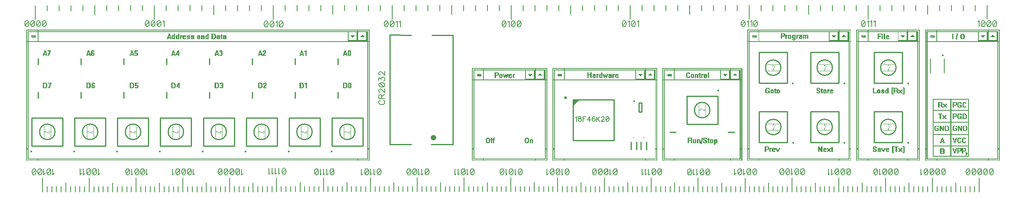
<source format=gbr>
G04 DipTrace 3.3.1.3*
G04 TopSilk.gbr*
%MOIN*%
G04 #@! TF.FileFunction,Legend,Top*
G04 #@! TF.Part,Single*
%ADD10C,0.009843*%
%ADD12C,0.001*%
%ADD14C,0.007874*%
%ADD15O,0.047275X0.047029*%
%ADD21C,0.009449*%
%ADD29C,0.015756*%
%ADD30C,0.003937*%
%ADD32C,0.015746*%
%ADD36C,0.023646*%
%ADD37C,0.015414*%
%ADD40C,0.01543*%
%ADD85C,0.00772*%
%ADD86C,0.006176*%
%FSLAX26Y26*%
G04*
G70*
G90*
G75*
G01*
G04 TopSilk*
%LPD*%
X3488583Y1716560D2*
D10*
X3667307Y1716154D1*
X4017979Y1714122D2*
X3842537Y1716154D1*
D15*
X3854369Y850381D3*
X3488847Y793651D2*
D10*
X3669319Y793448D1*
X3835178D2*
X4014591Y793245D1*
X3488953Y793651D2*
X3488583Y1717779D1*
X4017714Y792026D2*
X4017344Y1716154D1*
X531478Y1466555D2*
Y1517697D1*
X891714Y1466555D2*
Y1517697D1*
X1251950Y1466555D2*
Y1517697D1*
X1612186Y1466555D2*
Y1517697D1*
X1972423Y1466555D2*
Y1517697D1*
X2332659Y1466555D2*
Y1517697D1*
X2692895Y1466555D2*
Y1517697D1*
X3053131Y1466555D2*
Y1517697D1*
X531478Y1183091D2*
Y1234232D1*
X891714Y1183091D2*
Y1234232D1*
X1251950Y1183091D2*
Y1234232D1*
X1612186Y1183091D2*
Y1234232D1*
X1972423Y1183091D2*
Y1234232D1*
X2332659Y1183091D2*
Y1234232D1*
X2692895Y1183091D2*
Y1234232D1*
X3053131Y1183091D2*
Y1234232D1*
X5840965Y899625D2*
X5892106D1*
X6332697D2*
X6383839D1*
X5645669Y814966D2*
Y751975D1*
X5598426Y814966D2*
Y751975D1*
D21*
X5622047Y851974D3*
X5562991Y814966D2*
D10*
Y751975D1*
X5515749Y814966D2*
Y751975D1*
D21*
X5539370Y851974D3*
D29*
X475198Y735121D3*
X544090Y900492D2*
D10*
G02X544090Y900492I64966J0D01*
G01*
X581496Y853254D2*
D30*
Y947730D1*
X636615Y853254D2*
Y947730D1*
X581496Y900492D2*
X587418D1*
X636615D2*
X630693D1*
X587418D2*
G02X587418Y900492I3925J0D01*
G01*
X620859D2*
G02X620859Y900492I3925J0D01*
G01*
X595269D2*
X626781Y886728D1*
X479137Y782378D2*
D10*
X738974D1*
Y1018606D1*
X479137D1*
Y782378D1*
D29*
X835434Y735121D3*
X904326Y900492D2*
D10*
G02X904326Y900492I64966J0D01*
G01*
X941732Y853254D2*
D30*
Y947730D1*
X996851Y853254D2*
Y947730D1*
X941732Y900492D2*
X947654D1*
X996851D2*
X990929D1*
X947654D2*
G02X947654Y900492I3925J0D01*
G01*
X981095D2*
G02X981095Y900492I3925J0D01*
G01*
X955505D2*
X987017Y886728D1*
X839373Y782378D2*
D10*
X1099210D1*
Y1018606D1*
X839373D1*
Y782378D1*
D29*
X1195671Y735121D3*
X1264562Y900492D2*
D10*
G02X1264562Y900492I64966J0D01*
G01*
X1301969Y853254D2*
D30*
Y947730D1*
X1357087Y853254D2*
Y947730D1*
X1301969Y900492D2*
X1307891D1*
X1357087D2*
X1351165D1*
X1307891D2*
G02X1307891Y900492I3925J0D01*
G01*
X1341331D2*
G02X1341331Y900492I3925J0D01*
G01*
X1315741D2*
X1347253Y886728D1*
X1199610Y782378D2*
D10*
X1459446D1*
Y1018606D1*
X1199610D1*
Y782378D1*
D29*
X1555907Y735121D3*
X1624798Y900492D2*
D10*
G02X1624798Y900492I64966J0D01*
G01*
X1662205Y853254D2*
D30*
Y947730D1*
X1717323Y853254D2*
Y947730D1*
X1662205Y900492D2*
X1668127D1*
X1717323D2*
X1711401D1*
X1668127D2*
G02X1668127Y900492I3925J0D01*
G01*
X1701567D2*
G02X1701567Y900492I3925J0D01*
G01*
X1675978D2*
X1707490Y886728D1*
X1559846Y782378D2*
D10*
X1819682D1*
Y1018606D1*
X1559846D1*
Y782378D1*
D29*
X1916143Y735121D3*
X1985034Y900492D2*
D10*
G02X1985034Y900492I64966J0D01*
G01*
X2022441Y853254D2*
D30*
Y947730D1*
X2077560Y853254D2*
Y947730D1*
X2022441Y900492D2*
X2028363D1*
X2077560D2*
X2071638D1*
X2028363D2*
G02X2028363Y900492I3925J0D01*
G01*
X2061804D2*
G02X2061804Y900492I3925J0D01*
G01*
X2036214D2*
X2067726Y886728D1*
X1920082Y782378D2*
D10*
X2179919D1*
Y1018606D1*
X1920082D1*
Y782378D1*
D29*
X2276379Y735121D3*
X2345271Y900492D2*
D10*
G02X2345271Y900492I64966J0D01*
G01*
X2382677Y853254D2*
D30*
Y947730D1*
X2437796Y853254D2*
Y947730D1*
X2382677Y900492D2*
X2388599D1*
X2437796D2*
X2431874D1*
X2388599D2*
G02X2388599Y900492I3925J0D01*
G01*
X2422040D2*
G02X2422040Y900492I3925J0D01*
G01*
X2396450D2*
X2427962Y886728D1*
X2280318Y782378D2*
D10*
X2540155D1*
Y1018606D1*
X2280318D1*
Y782378D1*
D29*
X2636615Y735121D3*
X2705507Y900492D2*
D10*
G02X2705507Y900492I64966J0D01*
G01*
X2742914Y853254D2*
D30*
Y947730D1*
X2798032Y853254D2*
Y947730D1*
X2742914Y900492D2*
X2748836D1*
X2798032D2*
X2792110D1*
X2748836D2*
G02X2748836Y900492I3925J0D01*
G01*
X2782276D2*
G02X2782276Y900492I3925J0D01*
G01*
X2756686D2*
X2788198Y886728D1*
X2640554Y782378D2*
D10*
X2900391D1*
Y1018606D1*
X2640554D1*
Y782378D1*
D29*
X2996852Y735121D3*
X3065743Y900492D2*
D10*
G02X3065743Y900492I64966J0D01*
G01*
X3103150Y853254D2*
D30*
Y947730D1*
X3158268Y853254D2*
Y947730D1*
X3103150Y900492D2*
X3109072D1*
X3158268D2*
X3152346D1*
X3109072D2*
G02X3109072Y900492I3925J0D01*
G01*
X3142512D2*
G02X3142512Y900492I3925J0D01*
G01*
X3116923D2*
X3148434Y886728D1*
X3000791Y782378D2*
D10*
X3260627D1*
Y1018606D1*
X3000791D1*
Y782378D1*
D32*
X6876690Y807088D3*
X6646352Y940945D2*
D10*
G02X6646352Y940945I64967J0D01*
G01*
X6758557Y913386D2*
D30*
X6664081D1*
X6758557Y968504D2*
X6664081D1*
X6711319Y913386D2*
Y919308D1*
Y968504D2*
Y962582D1*
X6707392Y923233D2*
G02X6707392Y923233I3927J0D01*
G01*
Y956674D2*
G02X6707392Y956674I3927J0D01*
G01*
X6711319Y927159D2*
X6725083Y958671D1*
X6829433Y811027D2*
D10*
X6593205D1*
Y1070864D1*
X6829433D1*
Y811027D1*
D32*
X7307792Y807875D3*
X7077455Y941733D2*
D10*
G02X7077455Y941733I64967J0D01*
G01*
X7189659Y914173D2*
D30*
X7095183D1*
X7189659Y969292D2*
X7095183D1*
X7142421Y914173D2*
Y920095D1*
Y969292D2*
Y963370D1*
X7138494Y924021D2*
G02X7138494Y924021I3927J0D01*
G01*
Y957461D2*
G02X7138494Y957461I3927J0D01*
G01*
X7142421Y927946D2*
X7156185Y959458D1*
X7260535Y811814D2*
D10*
X7024307D1*
Y1071651D1*
X7260535D1*
Y811814D1*
D32*
X6875115Y1307088D3*
X6644778Y1440945D2*
D10*
G02X6644778Y1440945I64967J0D01*
G01*
X6756982Y1413386D2*
D30*
X6662506D1*
X6756982Y1468504D2*
X6662506D1*
X6709744Y1413386D2*
Y1419308D1*
Y1468504D2*
Y1462582D1*
X6705817Y1423233D2*
G02X6705817Y1423233I3927J0D01*
G01*
Y1456674D2*
G02X6705817Y1456674I3927J0D01*
G01*
X6709744Y1427159D2*
X6723508Y1458671D1*
X6827858Y1311027D2*
D10*
X6591630D1*
Y1570864D1*
X6827858D1*
Y1311027D1*
D32*
X7308580Y1307875D3*
X7078242Y1441733D2*
D10*
G02X7078242Y1441733I64967J0D01*
G01*
X7190447Y1414173D2*
D30*
X7095970D1*
X7190447Y1469292D2*
X7095970D1*
X7143209Y1414173D2*
Y1420095D1*
Y1469292D2*
Y1463370D1*
X7139281Y1424021D2*
G02X7139281Y1424021I3927J0D01*
G01*
Y1457461D2*
G02X7139281Y1457461I3927J0D01*
G01*
X7143209Y1427946D2*
X7156972Y1459458D1*
X7261323Y1311814D2*
D10*
X7025094D1*
Y1571651D1*
X7261323D1*
Y1311814D1*
D29*
X6247243Y1249131D3*
X6048420Y1083760D2*
D10*
G02X6048420Y1083760I64966J0D01*
G01*
X6140945Y1130998D2*
D30*
Y1036522D1*
X6085826Y1130998D2*
Y1036522D1*
X6140945Y1083760D2*
X6135023D1*
X6085826D2*
X6091748D1*
X6127172D2*
G02X6127172Y1083760I3925J0D01*
G01*
X6093731D2*
G02X6093731Y1083760I3925J0D01*
G01*
X6127172D2*
X6095660Y1097524D1*
X6243304Y1201874D2*
D10*
X5983467D1*
Y965646D1*
X6243304D1*
Y1201874D1*
D32*
X7843225Y807875D3*
X7612888Y941733D2*
D10*
G02X7612888Y941733I64967J0D01*
G01*
X7725093Y914173D2*
D30*
X7630616D1*
X7725093Y969292D2*
X7630616D1*
X7677854Y914173D2*
Y920095D1*
Y969292D2*
Y963370D1*
X7673927Y924021D2*
G02X7673927Y924021I3927J0D01*
G01*
Y957461D2*
G02X7673927Y957461I3927J0D01*
G01*
X7677854Y927946D2*
X7691618Y959458D1*
X7795969Y811814D2*
D10*
X7559740D1*
Y1071651D1*
X7795969D1*
Y811814D1*
D32*
X7843225Y1307875D3*
X7612888Y1441733D2*
D10*
G02X7612888Y1441733I64967J0D01*
G01*
X7725093Y1414173D2*
D30*
X7630616D1*
X7725093Y1469292D2*
X7630616D1*
X7677854Y1414173D2*
Y1420095D1*
Y1469292D2*
Y1463370D1*
X7673927Y1424021D2*
G02X7673927Y1424021I3927J0D01*
G01*
Y1457461D2*
G02X7673927Y1457461I3927J0D01*
G01*
X7677854Y1427946D2*
X7691618Y1459458D1*
X7795969Y1311814D2*
D10*
X7559740D1*
Y1571651D1*
X7795969D1*
Y1311814D1*
X5029551Y1170055D2*
X5372024D1*
Y827583D1*
X5029551D1*
Y1170055D1*
D36*
X4964565Y1187802D3*
G36*
X5030331Y1168496D2*
X5067696Y1167717D1*
X5030331Y1168496D1*
G37*
G36*
X5035424Y1172030D2*
X5082663D1*
X5027576Y1116943D1*
X5035424Y1172030D1*
G37*
X8030117Y1398434D2*
D14*
Y1516587D1*
X8148229Y1398434D2*
Y1516587D1*
D37*
X8133802Y1543699D3*
D40*
X5540379Y1158411D3*
X5582651Y1145272D2*
D10*
Y1066531D1*
X5606311D1*
Y1145272D1*
X5582651D1*
X2890814Y442913D2*
D14*
Y396850D1*
X2693963Y442913D2*
Y396850D1*
X2851444Y442913D2*
Y396850D1*
X3678215Y442520D2*
Y396457D1*
X3087664Y442913D2*
Y396850D1*
X3245144Y442913D2*
Y396850D1*
X3048294Y442913D2*
Y396850D1*
X3008924Y442913D2*
Y396850D1*
X3284514Y442913D2*
Y396850D1*
X2654593Y442913D2*
Y396850D1*
X2615223Y442913D2*
Y396850D1*
X2812073Y442913D2*
Y396850D1*
X2733333Y474016D2*
Y396850D1*
X2772703Y442913D2*
Y396850D1*
X3205774Y442913D2*
Y396850D1*
X3127034Y474016D2*
Y396850D1*
X3166404Y442913D2*
Y396850D1*
X2930184Y514567D2*
Y396850D1*
X2969554Y442913D2*
Y396850D1*
X4465617Y442520D2*
Y396457D1*
X3481365Y442520D2*
Y396457D1*
X3638845Y442520D2*
Y396457D1*
X3875066Y442520D2*
Y396457D1*
X4032546Y442520D2*
Y396457D1*
X3835696Y442520D2*
Y396457D1*
X3796325Y442520D2*
Y396457D1*
X4071916Y442520D2*
Y396457D1*
X3441995Y442520D2*
Y396457D1*
X3402625Y442520D2*
Y396457D1*
X3599475Y442520D2*
Y396457D1*
X3520735Y473622D2*
Y396457D1*
X3560105Y442520D2*
Y396457D1*
X3993176Y442520D2*
Y396457D1*
X3914436Y473622D2*
Y396457D1*
X3953806Y442520D2*
Y396457D1*
X3717585Y514173D2*
Y396457D1*
X3756955Y442520D2*
Y396457D1*
X6040420Y441732D2*
Y395669D1*
X3323885Y514173D2*
Y396457D1*
X3363255Y442520D2*
Y396457D1*
X4268766Y442520D2*
Y396457D1*
X4426247Y442520D2*
Y396457D1*
X5253018Y442126D2*
Y396063D1*
X4662467Y442520D2*
Y396457D1*
X4819948Y442520D2*
Y396457D1*
X4623097Y442520D2*
Y396457D1*
X4583727Y442520D2*
Y396457D1*
X4859318Y442520D2*
Y396457D1*
X4229396Y442520D2*
Y396457D1*
X4190026Y442520D2*
Y396457D1*
X4386877Y442520D2*
Y396457D1*
X4308136Y473622D2*
Y396457D1*
X4347507Y442520D2*
Y396457D1*
X4780577Y442520D2*
Y396457D1*
X4701837Y473622D2*
Y396457D1*
X4741207Y442520D2*
Y396457D1*
X4504987Y514173D2*
Y396457D1*
X4544357Y442520D2*
Y396457D1*
X5056168Y442126D2*
Y396063D1*
X5213648Y442126D2*
Y396063D1*
X5449869Y442126D2*
Y396063D1*
X5607349Y442126D2*
Y396063D1*
X5410499Y442126D2*
Y396063D1*
X5371129Y442126D2*
Y396063D1*
X5646719Y442126D2*
Y396063D1*
X5016798Y442126D2*
Y396063D1*
X4977428Y442126D2*
Y396063D1*
X5174278Y442126D2*
Y396063D1*
X5095538Y473228D2*
Y396063D1*
X5134908Y442126D2*
Y396063D1*
X5567979Y442126D2*
Y396063D1*
X5489239Y473228D2*
Y396063D1*
X5528609Y442126D2*
Y396063D1*
X5292388Y513780D2*
Y396063D1*
X5331759Y442126D2*
Y396063D1*
X4898688Y513780D2*
Y396063D1*
X4938058Y442126D2*
Y396063D1*
X4111286Y514173D2*
Y396457D1*
X4150656Y442520D2*
Y396457D1*
X5843570Y441732D2*
Y395669D1*
X6001050Y441732D2*
Y395669D1*
X6827822Y441339D2*
Y395276D1*
X6237270Y441732D2*
Y395669D1*
X6394751Y441732D2*
Y395669D1*
X6197900Y441732D2*
Y395669D1*
X6158530Y441732D2*
Y395669D1*
X6434121Y441732D2*
Y395669D1*
X5804199Y441732D2*
Y395669D1*
X5764829Y441732D2*
Y395669D1*
X5961680Y441732D2*
Y395669D1*
X5882940Y472835D2*
Y395669D1*
X5922310Y441732D2*
Y395669D1*
X6355381Y441732D2*
Y395669D1*
X6276640Y472835D2*
Y395669D1*
X6316010Y441732D2*
Y395669D1*
X6079790Y513386D2*
Y395669D1*
X6119160Y441732D2*
Y395669D1*
X7615223Y441339D2*
Y395276D1*
X6630971Y441339D2*
Y395276D1*
X6788451Y441339D2*
Y395276D1*
X7024672Y441339D2*
Y395276D1*
X7182152Y441339D2*
Y395276D1*
X6985302Y441339D2*
Y395276D1*
X6945932Y441339D2*
Y395276D1*
X7221522Y441339D2*
Y395276D1*
X6591601Y441339D2*
Y395276D1*
X6552231Y441339D2*
Y395276D1*
X6749081Y441339D2*
Y395276D1*
X6670341Y472441D2*
Y395276D1*
X6709711Y441339D2*
Y395276D1*
X7142782Y441339D2*
Y395276D1*
X7064042Y472441D2*
Y395276D1*
X7103412Y441339D2*
Y395276D1*
X6867192Y512992D2*
Y395276D1*
X6906562Y441339D2*
Y395276D1*
X6473491Y512992D2*
Y395276D1*
X6512861Y441339D2*
Y395276D1*
X7418373Y441339D2*
Y395276D1*
X7575853Y441339D2*
Y395276D1*
X8402625Y440945D2*
Y394882D1*
X7812073Y441339D2*
Y395276D1*
X7969554Y441339D2*
Y395276D1*
X7772703Y441339D2*
Y395276D1*
X7733333Y441339D2*
Y395276D1*
X8008924Y441339D2*
Y395276D1*
X7379003Y441339D2*
Y395276D1*
X7339633Y441339D2*
Y395276D1*
X7536483Y441339D2*
Y395276D1*
X7457743Y472441D2*
Y395276D1*
X7497113Y441339D2*
Y395276D1*
X7930184Y441339D2*
Y395276D1*
X7851444Y472441D2*
Y395276D1*
X7890814Y441339D2*
Y395276D1*
X7654593Y512992D2*
Y395276D1*
X7693963Y441339D2*
Y395276D1*
X8205774Y440945D2*
Y394882D1*
X8363255Y440945D2*
Y394882D1*
X8166404Y440945D2*
Y394882D1*
X8127034Y440945D2*
Y394882D1*
X8323885Y440945D2*
Y394882D1*
X8245144Y472047D2*
Y394882D1*
X8284514Y440945D2*
Y394882D1*
X8441995Y512598D2*
Y394882D1*
X8048294Y512598D2*
Y394882D1*
X8087664Y440945D2*
Y394882D1*
X7260892Y512992D2*
Y395276D1*
X7300262Y441339D2*
Y395276D1*
X5686089Y513386D2*
Y395669D1*
X5725459Y441732D2*
Y395669D1*
X2575853Y442913D2*
Y396850D1*
X922310Y441339D2*
Y395276D1*
X1709711Y441339D2*
Y395276D1*
X725459Y441339D2*
Y395276D1*
X882940Y441339D2*
Y395276D1*
X1119160Y441339D2*
Y395276D1*
X1276640Y441339D2*
Y395276D1*
X1079790Y441339D2*
Y395276D1*
X1040420Y441339D2*
Y395276D1*
X1316010Y441339D2*
Y395276D1*
X686089Y441339D2*
Y395276D1*
X646719Y441339D2*
Y395276D1*
X843570Y441339D2*
Y395276D1*
X764829Y472441D2*
Y395276D1*
X804199Y441339D2*
Y395276D1*
X1237270Y441339D2*
Y395276D1*
X1158530Y472441D2*
Y395276D1*
X1197900Y441339D2*
Y395276D1*
X961680Y512992D2*
Y395276D1*
X1001050Y441339D2*
Y395276D1*
X567979Y512992D2*
Y395276D1*
X607349Y441339D2*
Y395276D1*
X1512861Y441339D2*
Y395276D1*
X1670341Y441339D2*
Y395276D1*
X2497113Y440945D2*
Y394882D1*
X1906562Y441339D2*
Y395276D1*
X2064042Y441339D2*
Y395276D1*
X1867192Y441339D2*
Y395276D1*
X1827822Y441339D2*
Y395276D1*
X2103412Y441339D2*
Y395276D1*
X1473491Y441339D2*
Y395276D1*
X1434121Y441339D2*
Y395276D1*
X1630971Y441339D2*
Y395276D1*
X1552231Y472441D2*
Y395276D1*
X1591601Y441339D2*
Y395276D1*
X2024672Y441339D2*
Y395276D1*
X1945932Y472441D2*
Y395276D1*
X1985302Y441339D2*
Y395276D1*
X1749081Y512992D2*
Y395276D1*
X1788451Y441339D2*
Y395276D1*
X2300262Y440945D2*
Y394882D1*
X2457743Y440945D2*
Y394882D1*
X2260892Y440945D2*
Y394882D1*
X2221522Y440945D2*
Y394882D1*
X2418373Y440945D2*
Y394882D1*
X2339633Y472047D2*
Y394882D1*
X2379003Y440945D2*
Y394882D1*
X2536483Y512598D2*
Y394882D1*
X2142782Y512598D2*
Y394882D1*
X2182152Y440945D2*
Y394882D1*
X1355381Y512992D2*
Y395276D1*
X1394751Y441339D2*
Y395276D1*
X708924Y1965879D2*
Y1919816D1*
X1208924Y1966404D2*
Y1920341D1*
X1408924Y1966535D2*
Y1920472D1*
X908924Y1966010D2*
Y1919948D1*
X2708530Y1966535D2*
Y1920472D1*
X1708793Y1966142D2*
Y1920079D1*
X2208793Y1966667D2*
Y1920604D1*
X2408793Y1966798D2*
Y1920735D1*
X1908793Y1966273D2*
Y1920210D1*
X5707743Y1967454D2*
Y1921391D1*
X1608793Y1966273D2*
Y1920210D1*
X2008661Y1966667D2*
Y1889501D1*
X1508793Y1966142D2*
Y1848425D1*
X1808793Y1966404D2*
Y1920341D1*
X2108793Y1966798D2*
Y1920735D1*
X2308793Y1966929D2*
Y1920866D1*
X3208530Y1967060D2*
Y1920997D1*
X3408530Y1967192D2*
Y1921129D1*
X2908530Y1966667D2*
Y1920604D1*
X3708399Y1966798D2*
Y1920735D1*
X4208399Y1967323D2*
Y1921260D1*
X4408399Y1967454D2*
Y1921391D1*
X3908399Y1966929D2*
Y1920866D1*
X3608399Y1966929D2*
Y1920866D1*
X4008268Y1967323D2*
Y1890157D1*
X3508399Y1966798D2*
Y1849081D1*
X3808399Y1967060D2*
Y1920997D1*
X4108399Y1967454D2*
Y1921391D1*
X4308399Y1967585D2*
Y1921522D1*
X2608530Y1966667D2*
Y1920604D1*
X3008399Y1967060D2*
Y1889895D1*
X2508530Y1966535D2*
Y1848819D1*
X2808530Y1966798D2*
Y1920735D1*
X3108530Y1967192D2*
Y1921129D1*
X3308530Y1967323D2*
Y1921260D1*
X4708005Y1967060D2*
Y1920997D1*
X5208005Y1967585D2*
Y1921522D1*
X5408005Y1967717D2*
Y1921654D1*
X4908005Y1967192D2*
Y1921129D1*
X4608005Y1967192D2*
Y1921129D1*
X5007874Y1967585D2*
Y1890420D1*
X4508005Y1967060D2*
Y1849344D1*
X4808005Y1967323D2*
Y1921260D1*
X5108005Y1967717D2*
Y1921654D1*
X5308005Y1967848D2*
Y1921785D1*
X6207743Y1967979D2*
Y1921916D1*
X6407743Y1968110D2*
Y1922047D1*
X5907743Y1967585D2*
Y1921522D1*
X6507612Y1967717D2*
Y1850000D1*
X5607743Y1967585D2*
Y1921522D1*
X6007612Y1967979D2*
Y1890814D1*
X5507743Y1967454D2*
Y1849738D1*
X5807743Y1967717D2*
Y1921654D1*
X6107743Y1968110D2*
Y1922047D1*
X6307743Y1968241D2*
Y1922178D1*
X608924Y1966010D2*
Y1919948D1*
X1008793Y1966404D2*
Y1889239D1*
X508924Y1965879D2*
Y1848163D1*
X808924Y1966142D2*
Y1920079D1*
X1108924Y1966535D2*
Y1920472D1*
X1308924Y1966667D2*
Y1920604D1*
X7707743Y1967454D2*
Y1921391D1*
X6708005Y1967060D2*
Y1920997D1*
X7208005Y1967585D2*
Y1921522D1*
X7408005Y1967717D2*
Y1921654D1*
X6908005Y1967192D2*
Y1921129D1*
X6608005Y1967192D2*
Y1921129D1*
X7007874Y1967585D2*
Y1890420D1*
X6808005Y1967323D2*
Y1921260D1*
X7108005Y1967717D2*
Y1921654D1*
X7308005Y1967848D2*
Y1921785D1*
X7907743Y1967585D2*
Y1921522D1*
X7607743Y1967585D2*
Y1921522D1*
X8007612Y1967979D2*
Y1890814D1*
X7507743Y1967454D2*
Y1849738D1*
X7807743Y1967717D2*
Y1921654D1*
X8208005Y1967585D2*
Y1921522D1*
X8408005Y1967717D2*
Y1921654D1*
X8108005Y1967717D2*
Y1921654D1*
X8308005Y1967848D2*
Y1921785D1*
X8507743Y1967454D2*
Y1849738D1*
X432638Y1762961D2*
D12*
X3314638D1*
X6490638D2*
X7359638D1*
X7408638D2*
X7938638D1*
X7986638D2*
X8612638D1*
X432638Y1761961D2*
X3314638D1*
X6490638D2*
X7359638D1*
X7408638D2*
X7938638D1*
X7986638D2*
X8612638D1*
X432638Y1760961D2*
X3314638D1*
X6490638D2*
X7359638D1*
X7408638D2*
X7938638D1*
X7986638D2*
X8612638D1*
X432638Y1759961D2*
X3314638D1*
X6490638D2*
X7359638D1*
X7408638D2*
X7938638D1*
X7986638D2*
X8612638D1*
X432638Y1758961D2*
X3314638D1*
X6490638D2*
X7359638D1*
X7408638D2*
X7938638D1*
X7986638D2*
X8612638D1*
X432638Y1757961D2*
X435638D1*
X527638D2*
X531638D1*
X3215638D2*
X3219638D1*
X3311638D2*
X3314638D1*
X6490638D2*
X6494638D1*
X6586638D2*
X6589638D1*
X7260638D2*
X7263638D1*
X7356638D2*
X7359638D1*
X7408638D2*
X7411638D1*
X7504638D2*
X7507638D1*
X7838638D2*
X7842638D1*
X7934638D2*
X7938638D1*
X7986638D2*
X7990638D1*
X8082638D2*
X8085638D1*
X8513638D2*
X8516638D1*
X8608638D2*
X8612638D1*
X432638Y1756961D2*
X435638D1*
X527638D2*
X531638D1*
X3215638D2*
X3219638D1*
X3311638D2*
X3314638D1*
X6490638D2*
X6494638D1*
X6586638D2*
X6589638D1*
X7260638D2*
X7263638D1*
X7356638D2*
X7359638D1*
X7408638D2*
X7411638D1*
X7504638D2*
X7507638D1*
X7838638D2*
X7842638D1*
X7934638D2*
X7938638D1*
X7986638D2*
X7990638D1*
X8082638D2*
X8085638D1*
X8513638D2*
X8516638D1*
X8608638D2*
X8612638D1*
X432638Y1755961D2*
X435638D1*
X527638D2*
X531638D1*
X3215638D2*
X3219638D1*
X3311638D2*
X3314638D1*
X6490638D2*
X6494638D1*
X6586638D2*
X6589638D1*
X7260638D2*
X7263638D1*
X7356638D2*
X7359638D1*
X7408638D2*
X7411638D1*
X7504638D2*
X7507638D1*
X7838638D2*
X7842638D1*
X7934638D2*
X7938638D1*
X7986638D2*
X7990638D1*
X8082638D2*
X8085638D1*
X8513638D2*
X8516638D1*
X8608638D2*
X8612638D1*
X432638Y1754961D2*
X435638D1*
X527638D2*
X531638D1*
X3215638D2*
X3219638D1*
X3311638D2*
X3314638D1*
X6490638D2*
X6494638D1*
X6586638D2*
X6589638D1*
X7260638D2*
X7263638D1*
X7356638D2*
X7359638D1*
X7408638D2*
X7411638D1*
X7504638D2*
X7507638D1*
X7838638D2*
X7842638D1*
X7934638D2*
X7938638D1*
X7986638D2*
X7990638D1*
X8082638D2*
X8085638D1*
X8513638D2*
X8516638D1*
X8608638D2*
X8612638D1*
X432638Y1753961D2*
X435638D1*
X527638D2*
X531638D1*
X3215638D2*
X3219638D1*
X3311638D2*
X3314638D1*
X6490638D2*
X6494638D1*
X6586638D2*
X6589638D1*
X7260638D2*
X7263638D1*
X7356638D2*
X7359638D1*
X7408638D2*
X7411638D1*
X7504638D2*
X7507638D1*
X7838638D2*
X7842638D1*
X7934638D2*
X7938638D1*
X7986638D2*
X7990638D1*
X8082638D2*
X8085638D1*
X8513638D2*
X8516638D1*
X8608638D2*
X8612638D1*
X432638Y1752961D2*
X435638D1*
X527638D2*
X531638D1*
X3215638D2*
X3219638D1*
X3311638D2*
X3314638D1*
X6490638D2*
X6494638D1*
X6586638D2*
X6589638D1*
X7260638D2*
X7263638D1*
X7356638D2*
X7359638D1*
X7408638D2*
X7411638D1*
X7504638D2*
X7507638D1*
X7838638D2*
X7842638D1*
X7934638D2*
X7938638D1*
X7986638D2*
X7990638D1*
X8082638D2*
X8085638D1*
X8513638D2*
X8516638D1*
X8608638D2*
X8612638D1*
X432638Y1751961D2*
X435638D1*
X527638D2*
X531638D1*
X3215638D2*
X3219638D1*
X3311638D2*
X3314638D1*
X6490638D2*
X6494638D1*
X6586638D2*
X6589638D1*
X7260638D2*
X7263638D1*
X7356638D2*
X7359638D1*
X7408638D2*
X7411638D1*
X7504638D2*
X7507638D1*
X7838638D2*
X7842638D1*
X7934638D2*
X7938638D1*
X7986638D2*
X7990638D1*
X8082638D2*
X8085638D1*
X8513638D2*
X8516638D1*
X8608638D2*
X8612638D1*
X432638Y1750961D2*
X435638D1*
X527638D2*
X531638D1*
X3215638D2*
X3219638D1*
X3311638D2*
X3314638D1*
X6490638D2*
X6494638D1*
X6586638D2*
X6589638D1*
X7260638D2*
X7263638D1*
X7356638D2*
X7359638D1*
X7408638D2*
X7411638D1*
X7504638D2*
X7507638D1*
X7838638D2*
X7842638D1*
X7934638D2*
X7938638D1*
X7986638D2*
X7990638D1*
X8082638D2*
X8085638D1*
X8513638D2*
X8516638D1*
X8608638D2*
X8612638D1*
X432638Y1749961D2*
X435638D1*
X527638D2*
X531638D1*
X3215638D2*
X3219638D1*
X3311638D2*
X3314638D1*
X6490638D2*
X6494638D1*
X6586638D2*
X6589638D1*
X7260638D2*
X7263638D1*
X7356638D2*
X7359638D1*
X7408638D2*
X7411638D1*
X7504638D2*
X7507638D1*
X7838638D2*
X7842638D1*
X7934638D2*
X7938638D1*
X7986638D2*
X7990638D1*
X8082638D2*
X8085638D1*
X8513638D2*
X8516638D1*
X8608638D2*
X8612638D1*
X432638Y1748961D2*
X435638D1*
X445638D2*
X3301638D1*
X3311638D2*
X3314638D1*
X6490638D2*
X6494638D1*
X6503638D2*
X7346638D1*
X7356638D2*
X7359638D1*
X7408638D2*
X7411638D1*
X7421638D2*
X7924638D1*
X7934638D2*
X7938638D1*
X7986638D2*
X7990638D1*
X7999638D2*
X8599638D1*
X8608638D2*
X8612638D1*
X432638Y1747961D2*
X435638D1*
X445638D2*
X3301638D1*
X3311638D2*
X3314638D1*
X6490638D2*
X6494638D1*
X6503638D2*
X7346638D1*
X7356638D2*
X7359638D1*
X7408638D2*
X7411638D1*
X7421638D2*
X7924638D1*
X7934638D2*
X7938638D1*
X7986638D2*
X7990638D1*
X7999638D2*
X8599638D1*
X8608638D2*
X8612638D1*
X432638Y1746961D2*
X435638D1*
X445638D2*
X3301638D1*
X3311638D2*
X3314638D1*
X6490638D2*
X6494638D1*
X6503638D2*
X7346638D1*
X7356638D2*
X7359638D1*
X7408638D2*
X7411638D1*
X7421638D2*
X7924638D1*
X7934638D2*
X7938638D1*
X7986638D2*
X7990638D1*
X7999638D2*
X8599638D1*
X8608638D2*
X8612638D1*
X432638Y1745961D2*
X435638D1*
X445638D2*
X3301638D1*
X3311638D2*
X3314638D1*
X6490638D2*
X6494638D1*
X6503638D2*
X7346638D1*
X7356638D2*
X7359638D1*
X7408638D2*
X7411638D1*
X7421638D2*
X7924638D1*
X7934638D2*
X7938638D1*
X7986638D2*
X7990638D1*
X7999638D2*
X8599638D1*
X8608638D2*
X8612638D1*
X432638Y1744961D2*
X435638D1*
X445638D2*
X448638D1*
X527638D2*
X531638D1*
X3133638D2*
X3136638D1*
X3211638D2*
X3219638D1*
X3294638D2*
X3301638D1*
X3311638D2*
X3314638D1*
X6490638D2*
X6494638D1*
X6503638D2*
X6507638D1*
X6586638D2*
X6589638D1*
X7177638D2*
X7181638D1*
X7256638D2*
X7263638D1*
X7338638D2*
X7346638D1*
X7356638D2*
X7359638D1*
X7408638D2*
X7411638D1*
X7421638D2*
X7424638D1*
X7504638D2*
X7507638D1*
X7756638D2*
X7759638D1*
X7834638D2*
X7842638D1*
X7917638D2*
X7924638D1*
X7934638D2*
X7938638D1*
X7986638D2*
X7990638D1*
X7999638D2*
X8003638D1*
X8082638D2*
X8085638D1*
X8430638D2*
X8433638D1*
X8508638D2*
X8516638D1*
X8591638D2*
X8599638D1*
X8608638D2*
X8612638D1*
X432638Y1743961D2*
X435638D1*
X445638D2*
X448638D1*
X527638D2*
X531638D1*
X3133638D2*
X3136638D1*
X3211638D2*
X3219638D1*
X3294638D2*
X3301638D1*
X3311638D2*
X3314638D1*
X6490638D2*
X6494638D1*
X6503638D2*
X6507638D1*
X6586638D2*
X6589638D1*
X7177638D2*
X7181638D1*
X7256638D2*
X7263638D1*
X7338638D2*
X7346638D1*
X7356638D2*
X7359638D1*
X7408638D2*
X7411638D1*
X7421638D2*
X7424638D1*
X7504638D2*
X7507638D1*
X7756638D2*
X7759638D1*
X7834638D2*
X7842638D1*
X7917638D2*
X7924638D1*
X7934638D2*
X7938638D1*
X7986638D2*
X7990638D1*
X7999638D2*
X8003638D1*
X8082638D2*
X8085638D1*
X8430638D2*
X8433638D1*
X8508638D2*
X8516638D1*
X8591638D2*
X8599638D1*
X8608638D2*
X8612638D1*
X432638Y1742961D2*
X435638D1*
X445638D2*
X448638D1*
X527638D2*
X531638D1*
X3133638D2*
X3136638D1*
X3211638D2*
X3219638D1*
X3294638D2*
X3301638D1*
X3311638D2*
X3314638D1*
X6490638D2*
X6494638D1*
X6503638D2*
X6507638D1*
X6586638D2*
X6589638D1*
X7177638D2*
X7181638D1*
X7256638D2*
X7263638D1*
X7338638D2*
X7346638D1*
X7356638D2*
X7359638D1*
X7408638D2*
X7411638D1*
X7421638D2*
X7424638D1*
X7504638D2*
X7507638D1*
X7756638D2*
X7759638D1*
X7834638D2*
X7842638D1*
X7917638D2*
X7924638D1*
X7934638D2*
X7938638D1*
X7986638D2*
X7990638D1*
X7999638D2*
X8003638D1*
X8082638D2*
X8085638D1*
X8430638D2*
X8433638D1*
X8508638D2*
X8516638D1*
X8591638D2*
X8599638D1*
X8608638D2*
X8612638D1*
X432638Y1741961D2*
X435638D1*
X445638D2*
X448638D1*
X527638D2*
X531638D1*
X3133638D2*
X3136638D1*
X3211638D2*
X3219638D1*
X3294638D2*
X3301638D1*
X3311638D2*
X3314638D1*
X6490638D2*
X6494638D1*
X6503638D2*
X6507638D1*
X6586638D2*
X6589638D1*
X7177638D2*
X7181638D1*
X7256638D2*
X7263638D1*
X7338638D2*
X7346638D1*
X7356638D2*
X7359638D1*
X7408638D2*
X7411638D1*
X7421638D2*
X7424638D1*
X7504638D2*
X7507638D1*
X7756638D2*
X7759638D1*
X7834638D2*
X7842638D1*
X7917638D2*
X7924638D1*
X7934638D2*
X7938638D1*
X7986638D2*
X7990638D1*
X7999638D2*
X8003638D1*
X8082638D2*
X8085638D1*
X8430638D2*
X8433638D1*
X8508638D2*
X8516638D1*
X8591638D2*
X8599638D1*
X8608638D2*
X8612638D1*
X432638Y1740961D2*
X435638D1*
X445638D2*
X448638D1*
X527638D2*
X531638D1*
X3133638D2*
X3136638D1*
X3207638D2*
X3219638D1*
X3289638D2*
X3301638D1*
X3311638D2*
X3314638D1*
X6490638D2*
X6494638D1*
X6503638D2*
X6507638D1*
X6586638D2*
X6589638D1*
X7177638D2*
X7181638D1*
X7251638D2*
X7263638D1*
X7334638D2*
X7346638D1*
X7356638D2*
X7359638D1*
X7408638D2*
X7411638D1*
X7421638D2*
X7424638D1*
X7504638D2*
X7507638D1*
X7756638D2*
X7759638D1*
X7830638D2*
X7842638D1*
X7912638D2*
X7924638D1*
X7934638D2*
X7938638D1*
X7986638D2*
X7990638D1*
X7999638D2*
X8003638D1*
X8082638D2*
X8085638D1*
X8430638D2*
X8433638D1*
X8504638D2*
X8516638D1*
X8587638D2*
X8599638D1*
X8608638D2*
X8612638D1*
X432638Y1739961D2*
X435638D1*
X445638D2*
X448638D1*
X527638D2*
X531638D1*
X3133638D2*
X3136638D1*
X3207638D2*
X3219638D1*
X3289638D2*
X3301638D1*
X3311638D2*
X3314638D1*
X6490638D2*
X6494638D1*
X6503638D2*
X6507638D1*
X6586638D2*
X6589638D1*
X7177638D2*
X7181638D1*
X7251638D2*
X7263638D1*
X7334638D2*
X7346638D1*
X7356638D2*
X7359638D1*
X7408638D2*
X7411638D1*
X7421638D2*
X7424638D1*
X7504638D2*
X7507638D1*
X7756638D2*
X7759638D1*
X7830638D2*
X7842638D1*
X7912638D2*
X7924638D1*
X7934638D2*
X7938638D1*
X7986638D2*
X7990638D1*
X7999638D2*
X8003638D1*
X8082638D2*
X8085638D1*
X8430638D2*
X8433638D1*
X8504638D2*
X8516638D1*
X8587638D2*
X8599638D1*
X8608638D2*
X8612638D1*
X432638Y1738961D2*
X435638D1*
X445638D2*
X448638D1*
X527638D2*
X531638D1*
X3133638D2*
X3136638D1*
X3207638D2*
X3219638D1*
X3289638D2*
X3301638D1*
X3311638D2*
X3314638D1*
X6490638D2*
X6494638D1*
X6503638D2*
X6507638D1*
X6586638D2*
X6589638D1*
X7177638D2*
X7181638D1*
X7251638D2*
X7263638D1*
X7334638D2*
X7346638D1*
X7356638D2*
X7359638D1*
X7408638D2*
X7411638D1*
X7421638D2*
X7424638D1*
X7504638D2*
X7507638D1*
X7756638D2*
X7759638D1*
X7830638D2*
X7842638D1*
X7912638D2*
X7924638D1*
X7934638D2*
X7938638D1*
X7986638D2*
X7990638D1*
X7999638D2*
X8003638D1*
X8082638D2*
X8085638D1*
X8430638D2*
X8433638D1*
X8504638D2*
X8516638D1*
X8587638D2*
X8599638D1*
X8608638D2*
X8612638D1*
X432638Y1737961D2*
X435638D1*
X445638D2*
X448638D1*
X527638D2*
X531638D1*
X3133638D2*
X3136638D1*
X3207638D2*
X3219638D1*
X3289638D2*
X3301638D1*
X3311638D2*
X3314638D1*
X6490638D2*
X6494638D1*
X6503638D2*
X6507638D1*
X6586638D2*
X6589638D1*
X7177638D2*
X7181638D1*
X7251638D2*
X7263638D1*
X7334638D2*
X7346638D1*
X7356638D2*
X7359638D1*
X7408638D2*
X7411638D1*
X7421638D2*
X7424638D1*
X7504638D2*
X7507638D1*
X7756638D2*
X7759638D1*
X7830638D2*
X7842638D1*
X7912638D2*
X7924638D1*
X7934638D2*
X7938638D1*
X7986638D2*
X7990638D1*
X7999638D2*
X8003638D1*
X8082638D2*
X8085638D1*
X8430638D2*
X8433638D1*
X8504638D2*
X8516638D1*
X8587638D2*
X8599638D1*
X8608638D2*
X8612638D1*
X432638Y1736961D2*
X435638D1*
X445638D2*
X448638D1*
X527638D2*
X531638D1*
X3133638D2*
X3136638D1*
X3207638D2*
X3219638D1*
X3289638D2*
X3301638D1*
X3311638D2*
X3314638D1*
X6490638D2*
X6494638D1*
X6503638D2*
X6507638D1*
X6586638D2*
X6589638D1*
X7177638D2*
X7181638D1*
X7251638D2*
X7263638D1*
X7334638D2*
X7346638D1*
X7356638D2*
X7359638D1*
X7408638D2*
X7411638D1*
X7421638D2*
X7424638D1*
X7504638D2*
X7507638D1*
X7756638D2*
X7759638D1*
X7830638D2*
X7842638D1*
X7912638D2*
X7924638D1*
X7934638D2*
X7938638D1*
X7986638D2*
X7990638D1*
X7999638D2*
X8003638D1*
X8082638D2*
X8085638D1*
X8430638D2*
X8433638D1*
X8504638D2*
X8516638D1*
X8587638D2*
X8599638D1*
X8608638D2*
X8612638D1*
X432638Y1735961D2*
X435638D1*
X445638D2*
X448638D1*
X527638D2*
X531638D1*
X3133638D2*
X3136638D1*
X3207638D2*
X3219638D1*
X3289638D2*
X3301638D1*
X3311638D2*
X3314638D1*
X6490638D2*
X6494638D1*
X6503638D2*
X6507638D1*
X6586638D2*
X6589638D1*
X7177638D2*
X7181638D1*
X7251638D2*
X7263638D1*
X7334638D2*
X7346638D1*
X7356638D2*
X7359638D1*
X7408638D2*
X7411638D1*
X7421638D2*
X7424638D1*
X7504638D2*
X7507638D1*
X7756638D2*
X7759638D1*
X7830638D2*
X7842638D1*
X7912638D2*
X7924638D1*
X7934638D2*
X7938638D1*
X7986638D2*
X7990638D1*
X7999638D2*
X8003638D1*
X8082638D2*
X8085638D1*
X8430638D2*
X8433638D1*
X8504638D2*
X8516638D1*
X8587638D2*
X8599638D1*
X8608638D2*
X8612638D1*
X432638Y1734961D2*
X435638D1*
X445638D2*
X448638D1*
X527638D2*
X531638D1*
X3133638D2*
X3136638D1*
X3207638D2*
X3219638D1*
X3289638D2*
X3301638D1*
X3311638D2*
X3314638D1*
X6490638D2*
X6494638D1*
X6503638D2*
X6507638D1*
X6586638D2*
X6589638D1*
X7177638D2*
X7181638D1*
X7251638D2*
X7263638D1*
X7334638D2*
X7346638D1*
X7356638D2*
X7359638D1*
X7408638D2*
X7411638D1*
X7421638D2*
X7424638D1*
X7504638D2*
X7507638D1*
X7756638D2*
X7759638D1*
X7830638D2*
X7842638D1*
X7912638D2*
X7924638D1*
X7934638D2*
X7938638D1*
X7986638D2*
X7990638D1*
X7999638D2*
X8003638D1*
X8082638D2*
X8085638D1*
X8430638D2*
X8433638D1*
X8504638D2*
X8516638D1*
X8587638D2*
X8599638D1*
X8608638D2*
X8612638D1*
X432638Y1733961D2*
X435638D1*
X445638D2*
X448638D1*
X527638D2*
X531638D1*
X3133638D2*
X3136638D1*
X3207638D2*
X3219638D1*
X3289638D2*
X3301638D1*
X3311638D2*
X3314638D1*
X6490638D2*
X6494638D1*
X6503638D2*
X6507638D1*
X6586638D2*
X6589638D1*
X7177638D2*
X7181638D1*
X7251638D2*
X7263638D1*
X7334638D2*
X7346638D1*
X7356638D2*
X7359638D1*
X7408638D2*
X7411638D1*
X7421638D2*
X7424638D1*
X7504638D2*
X7507638D1*
X7756638D2*
X7759638D1*
X7830638D2*
X7842638D1*
X7912638D2*
X7924638D1*
X7934638D2*
X7938638D1*
X7986638D2*
X7990638D1*
X7999638D2*
X8003638D1*
X8082638D2*
X8085638D1*
X8430638D2*
X8433638D1*
X8504638D2*
X8516638D1*
X8587638D2*
X8599638D1*
X8608638D2*
X8612638D1*
X432638Y1732961D2*
X435638D1*
X445638D2*
X448638D1*
X527638D2*
X531638D1*
X3133638D2*
X3136638D1*
X3207638D2*
X3219638D1*
X3289638D2*
X3301638D1*
X3311638D2*
X3314638D1*
X6490638D2*
X6494638D1*
X6503638D2*
X6507638D1*
X6586638D2*
X6589638D1*
X7177638D2*
X7181638D1*
X7251638D2*
X7263638D1*
X7334638D2*
X7346638D1*
X7356638D2*
X7359638D1*
X7408638D2*
X7411638D1*
X7421638D2*
X7424638D1*
X7504638D2*
X7507638D1*
X7756638D2*
X7759638D1*
X7830638D2*
X7842638D1*
X7912638D2*
X7924638D1*
X7934638D2*
X7938638D1*
X7986638D2*
X7990638D1*
X7999638D2*
X8003638D1*
X8082638D2*
X8085638D1*
X8430638D2*
X8433638D1*
X8504638D2*
X8516638D1*
X8587638D2*
X8599638D1*
X8608638D2*
X8612638D1*
X432638Y1731961D2*
X435638D1*
X445638D2*
X448638D1*
X527638D2*
X531638D1*
X3133638D2*
X3136638D1*
X3207638D2*
X3219638D1*
X3289638D2*
X3301638D1*
X3311638D2*
X3314638D1*
X6490638D2*
X6494638D1*
X6503638D2*
X6507638D1*
X6586638D2*
X6589638D1*
X6773638D2*
X6802638D1*
X7177638D2*
X7181638D1*
X7251638D2*
X7263638D1*
X7334638D2*
X7346638D1*
X7356638D2*
X7359638D1*
X7408638D2*
X7411638D1*
X7421638D2*
X7424638D1*
X7504638D2*
X7507638D1*
X7756638D2*
X7759638D1*
X7830638D2*
X7842638D1*
X7912638D2*
X7924638D1*
X7934638D2*
X7938638D1*
X7986638D2*
X7990638D1*
X7999638D2*
X8003638D1*
X8082638D2*
X8085638D1*
X8252638D2*
X8259638D1*
X8430638D2*
X8433638D1*
X8504638D2*
X8516638D1*
X8587638D2*
X8599638D1*
X8608638D2*
X8612638D1*
X432638Y1730961D2*
X435638D1*
X445638D2*
X448638D1*
X527638D2*
X531638D1*
X3133638D2*
X3136638D1*
X3207638D2*
X3219638D1*
X3289638D2*
X3301638D1*
X3311638D2*
X3314638D1*
X6490638D2*
X6494638D1*
X6503638D2*
X6507638D1*
X6586638D2*
X6589638D1*
X6773638D2*
X6802638D1*
X7177638D2*
X7181638D1*
X7251638D2*
X7263638D1*
X7334638D2*
X7346638D1*
X7356638D2*
X7359638D1*
X7408638D2*
X7411638D1*
X7421638D2*
X7424638D1*
X7504638D2*
X7507638D1*
X7756638D2*
X7759638D1*
X7830638D2*
X7842638D1*
X7912638D2*
X7924638D1*
X7934638D2*
X7938638D1*
X7986638D2*
X7990638D1*
X7999638D2*
X8003638D1*
X8082638D2*
X8085638D1*
X8252638D2*
X8259638D1*
X8430638D2*
X8433638D1*
X8504638D2*
X8516638D1*
X8587638D2*
X8599638D1*
X8608638D2*
X8612638D1*
X432638Y1729961D2*
X435638D1*
X445638D2*
X448638D1*
X527638D2*
X531638D1*
X3133638D2*
X3136638D1*
X3207638D2*
X3219638D1*
X3289638D2*
X3301638D1*
X3311638D2*
X3314638D1*
X6490638D2*
X6494638D1*
X6503638D2*
X6507638D1*
X6586638D2*
X6589638D1*
X6773638D2*
X6802638D1*
X7177638D2*
X7181638D1*
X7251638D2*
X7263638D1*
X7334638D2*
X7346638D1*
X7356638D2*
X7359638D1*
X7408638D2*
X7411638D1*
X7421638D2*
X7424638D1*
X7504638D2*
X7507638D1*
X7756638D2*
X7759638D1*
X7830638D2*
X7842638D1*
X7912638D2*
X7924638D1*
X7934638D2*
X7938638D1*
X7986638D2*
X7990638D1*
X7999638D2*
X8003638D1*
X8082638D2*
X8085638D1*
X8252638D2*
X8259638D1*
X8430638D2*
X8433638D1*
X8504638D2*
X8516638D1*
X8587638D2*
X8599638D1*
X8608638D2*
X8612638D1*
X432638Y1728961D2*
X435638D1*
X445638D2*
X448638D1*
X527638D2*
X531638D1*
X3133638D2*
X3136638D1*
X3207638D2*
X3219638D1*
X3289638D2*
X3301638D1*
X3311638D2*
X3314638D1*
X6490638D2*
X6494638D1*
X6503638D2*
X6507638D1*
X6586638D2*
X6589638D1*
X6773638D2*
X6802638D1*
X7177638D2*
X7181638D1*
X7251638D2*
X7263638D1*
X7334638D2*
X7346638D1*
X7356638D2*
X7359638D1*
X7408638D2*
X7411638D1*
X7421638D2*
X7424638D1*
X7504638D2*
X7507638D1*
X7756638D2*
X7759638D1*
X7830638D2*
X7842638D1*
X7912638D2*
X7924638D1*
X7934638D2*
X7938638D1*
X7986638D2*
X7990638D1*
X7999638D2*
X8003638D1*
X8082638D2*
X8085638D1*
X8252638D2*
X8259638D1*
X8430638D2*
X8433638D1*
X8504638D2*
X8516638D1*
X8587638D2*
X8599638D1*
X8608638D2*
X8612638D1*
X432638Y1727961D2*
X435638D1*
X445638D2*
X448638D1*
X527638D2*
X531638D1*
X3133638D2*
X3136638D1*
X3207638D2*
X3219638D1*
X3289638D2*
X3301638D1*
X3311638D2*
X3314638D1*
X6490638D2*
X6494638D1*
X6503638D2*
X6507638D1*
X6586638D2*
X6589638D1*
X6773638D2*
X6802638D1*
X7177638D2*
X7181638D1*
X7251638D2*
X7263638D1*
X7334638D2*
X7346638D1*
X7356638D2*
X7359638D1*
X7408638D2*
X7411638D1*
X7421638D2*
X7424638D1*
X7504638D2*
X7507638D1*
X7756638D2*
X7759638D1*
X7830638D2*
X7842638D1*
X7912638D2*
X7924638D1*
X7934638D2*
X7938638D1*
X7986638D2*
X7990638D1*
X7999638D2*
X8003638D1*
X8082638D2*
X8085638D1*
X8252638D2*
X8259638D1*
X8430638D2*
X8433638D1*
X8504638D2*
X8516638D1*
X8587638D2*
X8599638D1*
X8608638D2*
X8612638D1*
X432638Y1726961D2*
X435638D1*
X445638D2*
X448638D1*
X527638D2*
X531638D1*
X1628638D2*
X1636638D1*
X1671638D2*
X1679638D1*
X1706638D2*
X1714638D1*
X1954638D2*
X1962638D1*
X1989638D2*
X2014638D1*
X3133638D2*
X3136638D1*
X3207638D2*
X3219638D1*
X3289638D2*
X3301638D1*
X3311638D2*
X3314638D1*
X6490638D2*
X6494638D1*
X6503638D2*
X6507638D1*
X6586638D2*
X6589638D1*
X6773638D2*
X6781638D1*
X6799638D2*
X6807638D1*
X7177638D2*
X7181638D1*
X7251638D2*
X7263638D1*
X7334638D2*
X7346638D1*
X7356638D2*
X7359638D1*
X7408638D2*
X7411638D1*
X7421638D2*
X7424638D1*
X7504638D2*
X7507638D1*
X7586638D2*
X7616638D1*
X7621638D2*
X7629638D1*
X7638638D2*
X7646638D1*
X7756638D2*
X7759638D1*
X7830638D2*
X7842638D1*
X7912638D2*
X7924638D1*
X7934638D2*
X7938638D1*
X7986638D2*
X7990638D1*
X7999638D2*
X8003638D1*
X8082638D2*
X8085638D1*
X8213638D2*
X8220638D1*
X8252638D2*
X8259638D1*
X8291638D2*
X8307638D1*
X8430638D2*
X8433638D1*
X8504638D2*
X8516638D1*
X8587638D2*
X8599638D1*
X8608638D2*
X8612638D1*
X432638Y1725961D2*
X435638D1*
X445638D2*
X448638D1*
X527638D2*
X531638D1*
X1628638D2*
X1636638D1*
X1671638D2*
X1679638D1*
X1706638D2*
X1714638D1*
X1954638D2*
X1962638D1*
X1989638D2*
X2014638D1*
X3133638D2*
X3136638D1*
X3207638D2*
X3219638D1*
X3289638D2*
X3301638D1*
X3311638D2*
X3314638D1*
X6490638D2*
X6494638D1*
X6503638D2*
X6507638D1*
X6586638D2*
X6589638D1*
X6773638D2*
X6781638D1*
X6799638D2*
X6807638D1*
X7177638D2*
X7181638D1*
X7251638D2*
X7263638D1*
X7334638D2*
X7346638D1*
X7356638D2*
X7359638D1*
X7408638D2*
X7411638D1*
X7421638D2*
X7424638D1*
X7504638D2*
X7507638D1*
X7586638D2*
X7616638D1*
X7621638D2*
X7629638D1*
X7638638D2*
X7646638D1*
X7756638D2*
X7759638D1*
X7830638D2*
X7842638D1*
X7912638D2*
X7924638D1*
X7934638D2*
X7938638D1*
X7986638D2*
X7990638D1*
X7999638D2*
X8003638D1*
X8082638D2*
X8085638D1*
X8213638D2*
X8220638D1*
X8252638D2*
X8259638D1*
X8291638D2*
X8307638D1*
X8430638D2*
X8433638D1*
X8504638D2*
X8516638D1*
X8587638D2*
X8599638D1*
X8608638D2*
X8612638D1*
X432638Y1724961D2*
X435638D1*
X445638D2*
X448638D1*
X527638D2*
X531638D1*
X1628638D2*
X1636638D1*
X1671638D2*
X1679638D1*
X1706638D2*
X1714638D1*
X1954638D2*
X1962638D1*
X1989638D2*
X2014638D1*
X3133638D2*
X3136638D1*
X3207638D2*
X3219638D1*
X3289638D2*
X3301638D1*
X3311638D2*
X3314638D1*
X6490638D2*
X6494638D1*
X6503638D2*
X6507638D1*
X6586638D2*
X6589638D1*
X6773638D2*
X6781638D1*
X6799638D2*
X6807638D1*
X7177638D2*
X7181638D1*
X7251638D2*
X7263638D1*
X7334638D2*
X7346638D1*
X7356638D2*
X7359638D1*
X7408638D2*
X7411638D1*
X7421638D2*
X7424638D1*
X7504638D2*
X7507638D1*
X7586638D2*
X7616638D1*
X7621638D2*
X7629638D1*
X7638638D2*
X7646638D1*
X7756638D2*
X7759638D1*
X7830638D2*
X7842638D1*
X7912638D2*
X7924638D1*
X7934638D2*
X7938638D1*
X7986638D2*
X7990638D1*
X7999638D2*
X8003638D1*
X8082638D2*
X8085638D1*
X8213638D2*
X8220638D1*
X8252638D2*
X8259638D1*
X8291638D2*
X8307638D1*
X8430638D2*
X8433638D1*
X8504638D2*
X8516638D1*
X8587638D2*
X8599638D1*
X8608638D2*
X8612638D1*
X432638Y1723961D2*
X435638D1*
X445638D2*
X448638D1*
X527638D2*
X531638D1*
X1628638D2*
X1636638D1*
X1671638D2*
X1679638D1*
X1706638D2*
X1714638D1*
X1954638D2*
X1962638D1*
X1989638D2*
X2014638D1*
X3133638D2*
X3136638D1*
X3207638D2*
X3219638D1*
X3289638D2*
X3301638D1*
X3311638D2*
X3314638D1*
X6490638D2*
X6494638D1*
X6503638D2*
X6507638D1*
X6586638D2*
X6589638D1*
X6773638D2*
X6781638D1*
X6799638D2*
X6807638D1*
X7177638D2*
X7181638D1*
X7251638D2*
X7263638D1*
X7334638D2*
X7346638D1*
X7356638D2*
X7359638D1*
X7408638D2*
X7411638D1*
X7421638D2*
X7424638D1*
X7504638D2*
X7507638D1*
X7586638D2*
X7616638D1*
X7621638D2*
X7629638D1*
X7638638D2*
X7646638D1*
X7756638D2*
X7759638D1*
X7830638D2*
X7842638D1*
X7912638D2*
X7924638D1*
X7934638D2*
X7938638D1*
X7986638D2*
X7990638D1*
X7999638D2*
X8003638D1*
X8082638D2*
X8085638D1*
X8213638D2*
X8220638D1*
X8252638D2*
X8259638D1*
X8291638D2*
X8307638D1*
X8430638D2*
X8433638D1*
X8504638D2*
X8516638D1*
X8587638D2*
X8599638D1*
X8608638D2*
X8612638D1*
X432638Y1722961D2*
X435638D1*
X445638D2*
X448638D1*
X527638D2*
X531638D1*
X1628638D2*
X1636638D1*
X1671638D2*
X1679638D1*
X1706638D2*
X1714638D1*
X1954638D2*
X1962638D1*
X1989638D2*
X1997638D1*
X2011638D2*
X2018638D1*
X2067638D2*
X2075638D1*
X3133638D2*
X3136638D1*
X3207638D2*
X3219638D1*
X3289638D2*
X3301638D1*
X3311638D2*
X3314638D1*
X6490638D2*
X6494638D1*
X6503638D2*
X6507638D1*
X6586638D2*
X6589638D1*
X6773638D2*
X6781638D1*
X6799638D2*
X6807638D1*
X7177638D2*
X7181638D1*
X7251638D2*
X7263638D1*
X7334638D2*
X7346638D1*
X7356638D2*
X7359638D1*
X7408638D2*
X7411638D1*
X7421638D2*
X7424638D1*
X7504638D2*
X7507638D1*
X7586638D2*
X7594638D1*
X7621638D2*
X7629638D1*
X7638638D2*
X7646638D1*
X7756638D2*
X7759638D1*
X7830638D2*
X7842638D1*
X7912638D2*
X7924638D1*
X7934638D2*
X7938638D1*
X7986638D2*
X7990638D1*
X7999638D2*
X8003638D1*
X8082638D2*
X8085638D1*
X8213638D2*
X8220638D1*
X8252638D2*
X8259638D1*
X8286638D2*
X8294638D1*
X8304638D2*
X8312638D1*
X8430638D2*
X8433638D1*
X8504638D2*
X8516638D1*
X8587638D2*
X8599638D1*
X8608638D2*
X8612638D1*
X432638Y1721961D2*
X435638D1*
X445638D2*
X448638D1*
X527638D2*
X531638D1*
X1628638D2*
X1636638D1*
X1671638D2*
X1679638D1*
X1706638D2*
X1714638D1*
X1954638D2*
X1962638D1*
X1989638D2*
X1997638D1*
X2011638D2*
X2018638D1*
X2067638D2*
X2075638D1*
X3133638D2*
X3136638D1*
X3207638D2*
X3219638D1*
X3289638D2*
X3301638D1*
X3311638D2*
X3314638D1*
X6490638D2*
X6494638D1*
X6503638D2*
X6507638D1*
X6586638D2*
X6589638D1*
X6773638D2*
X6781638D1*
X6799638D2*
X6807638D1*
X7177638D2*
X7181638D1*
X7251638D2*
X7263638D1*
X7334638D2*
X7346638D1*
X7356638D2*
X7359638D1*
X7408638D2*
X7411638D1*
X7421638D2*
X7424638D1*
X7504638D2*
X7507638D1*
X7586638D2*
X7594638D1*
X7621638D2*
X7629638D1*
X7638638D2*
X7646638D1*
X7756638D2*
X7759638D1*
X7830638D2*
X7842638D1*
X7912638D2*
X7924638D1*
X7934638D2*
X7938638D1*
X7986638D2*
X7990638D1*
X7999638D2*
X8003638D1*
X8082638D2*
X8085638D1*
X8213638D2*
X8220638D1*
X8252638D2*
X8259638D1*
X8286638D2*
X8294638D1*
X8304638D2*
X8312638D1*
X8430638D2*
X8433638D1*
X8504638D2*
X8516638D1*
X8587638D2*
X8599638D1*
X8608638D2*
X8612638D1*
X432638Y1720961D2*
X435638D1*
X445638D2*
X448638D1*
X527638D2*
X531638D1*
X1628638D2*
X1636638D1*
X1671638D2*
X1679638D1*
X1706638D2*
X1714638D1*
X1954638D2*
X1962638D1*
X1989638D2*
X1997638D1*
X2011638D2*
X2018638D1*
X2067638D2*
X2075638D1*
X3133638D2*
X3136638D1*
X3207638D2*
X3219638D1*
X3289638D2*
X3301638D1*
X3311638D2*
X3314638D1*
X6490638D2*
X6494638D1*
X6503638D2*
X6507638D1*
X6586638D2*
X6589638D1*
X6773638D2*
X6781638D1*
X6799638D2*
X6807638D1*
X7177638D2*
X7181638D1*
X7251638D2*
X7263638D1*
X7334638D2*
X7346638D1*
X7356638D2*
X7359638D1*
X7408638D2*
X7411638D1*
X7421638D2*
X7424638D1*
X7504638D2*
X7507638D1*
X7586638D2*
X7594638D1*
X7621638D2*
X7629638D1*
X7638638D2*
X7646638D1*
X7756638D2*
X7759638D1*
X7830638D2*
X7842638D1*
X7912638D2*
X7924638D1*
X7934638D2*
X7938638D1*
X7986638D2*
X7990638D1*
X7999638D2*
X8003638D1*
X8082638D2*
X8085638D1*
X8213638D2*
X8220638D1*
X8252638D2*
X8259638D1*
X8286638D2*
X8294638D1*
X8304638D2*
X8312638D1*
X8430638D2*
X8433638D1*
X8504638D2*
X8516638D1*
X8587638D2*
X8599638D1*
X8608638D2*
X8612638D1*
X432638Y1719961D2*
X435638D1*
X445638D2*
X448638D1*
X527638D2*
X531638D1*
X1628638D2*
X1636638D1*
X1671638D2*
X1679638D1*
X1706638D2*
X1714638D1*
X1954638D2*
X1962638D1*
X1989638D2*
X1997638D1*
X2011638D2*
X2018638D1*
X2067638D2*
X2075638D1*
X3133638D2*
X3136638D1*
X3207638D2*
X3219638D1*
X3289638D2*
X3301638D1*
X3311638D2*
X3314638D1*
X6490638D2*
X6494638D1*
X6503638D2*
X6507638D1*
X6586638D2*
X6589638D1*
X6773638D2*
X6781638D1*
X6799638D2*
X6807638D1*
X7177638D2*
X7181638D1*
X7251638D2*
X7263638D1*
X7334638D2*
X7346638D1*
X7356638D2*
X7359638D1*
X7408638D2*
X7411638D1*
X7421638D2*
X7424638D1*
X7504638D2*
X7507638D1*
X7586638D2*
X7594638D1*
X7621638D2*
X7629638D1*
X7638638D2*
X7646638D1*
X7756638D2*
X7759638D1*
X7830638D2*
X7842638D1*
X7912638D2*
X7924638D1*
X7934638D2*
X7938638D1*
X7986638D2*
X7990638D1*
X7999638D2*
X8003638D1*
X8082638D2*
X8085638D1*
X8213638D2*
X8220638D1*
X8252638D2*
X8259638D1*
X8286638D2*
X8294638D1*
X8304638D2*
X8312638D1*
X8430638D2*
X8433638D1*
X8504638D2*
X8516638D1*
X8587638D2*
X8599638D1*
X8608638D2*
X8612638D1*
X432638Y1718961D2*
X435638D1*
X445638D2*
X448638D1*
X527638D2*
X531638D1*
X1623638D2*
X1640638D1*
X1671638D2*
X1679638D1*
X1706638D2*
X1714638D1*
X1954638D2*
X1962638D1*
X1989638D2*
X1997638D1*
X2015638D2*
X2023638D1*
X2067638D2*
X2075638D1*
X3133638D2*
X3136638D1*
X3207638D2*
X3219638D1*
X3254638D2*
X3258638D1*
X3289638D2*
X3301638D1*
X3311638D2*
X3314638D1*
X6490638D2*
X6494638D1*
X6503638D2*
X6507638D1*
X6586638D2*
X6589638D1*
X6773638D2*
X6781638D1*
X6799638D2*
X6807638D1*
X6812638D2*
X6828638D1*
X6838638D2*
X6855638D1*
X6873638D2*
X6894638D1*
X6903638D2*
X6920638D1*
X6930638D2*
X6946638D1*
X6960638D2*
X6998638D1*
X7177638D2*
X7181638D1*
X7251638D2*
X7263638D1*
X7299638D2*
X7303638D1*
X7334638D2*
X7346638D1*
X7356638D2*
X7359638D1*
X7408638D2*
X7411638D1*
X7421638D2*
X7424638D1*
X7504638D2*
X7507638D1*
X7586638D2*
X7594638D1*
X7638638D2*
X7646638D1*
X7756638D2*
X7759638D1*
X7830638D2*
X7842638D1*
X7878638D2*
X7881638D1*
X7912638D2*
X7924638D1*
X7934638D2*
X7938638D1*
X7986638D2*
X7990638D1*
X7999638D2*
X8003638D1*
X8082638D2*
X8085638D1*
X8213638D2*
X8220638D1*
X8252638D2*
X8259638D1*
X8282638D2*
X8290638D1*
X8308638D2*
X8316638D1*
X8430638D2*
X8433638D1*
X8504638D2*
X8516638D1*
X8552638D2*
X8555638D1*
X8587638D2*
X8599638D1*
X8608638D2*
X8612638D1*
X432638Y1717961D2*
X435638D1*
X445638D2*
X448638D1*
X527638D2*
X531638D1*
X1623638D2*
X1640638D1*
X1671638D2*
X1679638D1*
X1706638D2*
X1714638D1*
X1954638D2*
X1962638D1*
X1989638D2*
X1997638D1*
X2015638D2*
X2023638D1*
X2067638D2*
X2075638D1*
X3133638D2*
X3136638D1*
X3207638D2*
X3219638D1*
X3254638D2*
X3258638D1*
X3289638D2*
X3301638D1*
X3311638D2*
X3314638D1*
X6490638D2*
X6494638D1*
X6503638D2*
X6507638D1*
X6586638D2*
X6589638D1*
X6773638D2*
X6781638D1*
X6799638D2*
X6807638D1*
X6812638D2*
X6828638D1*
X6838638D2*
X6855638D1*
X6873638D2*
X6894638D1*
X6903638D2*
X6920638D1*
X6930638D2*
X6946638D1*
X6960638D2*
X6998638D1*
X7177638D2*
X7181638D1*
X7251638D2*
X7263638D1*
X7299638D2*
X7303638D1*
X7334638D2*
X7346638D1*
X7356638D2*
X7359638D1*
X7408638D2*
X7411638D1*
X7421638D2*
X7424638D1*
X7504638D2*
X7507638D1*
X7586638D2*
X7594638D1*
X7638638D2*
X7646638D1*
X7756638D2*
X7759638D1*
X7830638D2*
X7842638D1*
X7878638D2*
X7881638D1*
X7912638D2*
X7924638D1*
X7934638D2*
X7938638D1*
X7986638D2*
X7990638D1*
X7999638D2*
X8003638D1*
X8082638D2*
X8085638D1*
X8213638D2*
X8220638D1*
X8252638D2*
X8259638D1*
X8282638D2*
X8290638D1*
X8308638D2*
X8316638D1*
X8430638D2*
X8433638D1*
X8504638D2*
X8516638D1*
X8552638D2*
X8555638D1*
X8587638D2*
X8599638D1*
X8608638D2*
X8612638D1*
X432638Y1716961D2*
X435638D1*
X445638D2*
X448638D1*
X527638D2*
X531638D1*
X1623638D2*
X1640638D1*
X1671638D2*
X1679638D1*
X1706638D2*
X1714638D1*
X1954638D2*
X1962638D1*
X1989638D2*
X1997638D1*
X2015638D2*
X2023638D1*
X2067638D2*
X2075638D1*
X3133638D2*
X3136638D1*
X3207638D2*
X3219638D1*
X3254638D2*
X3258638D1*
X3289638D2*
X3301638D1*
X3311638D2*
X3314638D1*
X6490638D2*
X6494638D1*
X6503638D2*
X6507638D1*
X6586638D2*
X6589638D1*
X6773638D2*
X6781638D1*
X6799638D2*
X6807638D1*
X6812638D2*
X6828638D1*
X6838638D2*
X6855638D1*
X6873638D2*
X6894638D1*
X6903638D2*
X6920638D1*
X6930638D2*
X6946638D1*
X6960638D2*
X6998638D1*
X7177638D2*
X7181638D1*
X7251638D2*
X7263638D1*
X7299638D2*
X7303638D1*
X7334638D2*
X7346638D1*
X7356638D2*
X7359638D1*
X7408638D2*
X7411638D1*
X7421638D2*
X7424638D1*
X7504638D2*
X7507638D1*
X7586638D2*
X7594638D1*
X7638638D2*
X7646638D1*
X7756638D2*
X7759638D1*
X7830638D2*
X7842638D1*
X7878638D2*
X7881638D1*
X7912638D2*
X7924638D1*
X7934638D2*
X7938638D1*
X7986638D2*
X7990638D1*
X7999638D2*
X8003638D1*
X8082638D2*
X8085638D1*
X8213638D2*
X8220638D1*
X8252638D2*
X8259638D1*
X8282638D2*
X8290638D1*
X8308638D2*
X8316638D1*
X8430638D2*
X8433638D1*
X8504638D2*
X8516638D1*
X8552638D2*
X8555638D1*
X8587638D2*
X8599638D1*
X8608638D2*
X8612638D1*
X432638Y1715961D2*
X435638D1*
X445638D2*
X448638D1*
X527638D2*
X531638D1*
X1623638D2*
X1640638D1*
X1671638D2*
X1679638D1*
X1706638D2*
X1714638D1*
X1954638D2*
X1962638D1*
X1989638D2*
X1997638D1*
X2015638D2*
X2023638D1*
X2067638D2*
X2075638D1*
X3133638D2*
X3136638D1*
X3207638D2*
X3219638D1*
X3254638D2*
X3258638D1*
X3289638D2*
X3301638D1*
X3311638D2*
X3314638D1*
X6490638D2*
X6494638D1*
X6503638D2*
X6507638D1*
X6586638D2*
X6589638D1*
X6773638D2*
X6781638D1*
X6799638D2*
X6807638D1*
X6812638D2*
X6828638D1*
X6838638D2*
X6855638D1*
X6873638D2*
X6894638D1*
X6903638D2*
X6920638D1*
X6930638D2*
X6946638D1*
X6960638D2*
X6998638D1*
X7177638D2*
X7181638D1*
X7251638D2*
X7263638D1*
X7299638D2*
X7303638D1*
X7334638D2*
X7346638D1*
X7356638D2*
X7359638D1*
X7408638D2*
X7411638D1*
X7421638D2*
X7424638D1*
X7504638D2*
X7507638D1*
X7586638D2*
X7594638D1*
X7638638D2*
X7646638D1*
X7756638D2*
X7759638D1*
X7830638D2*
X7842638D1*
X7878638D2*
X7881638D1*
X7912638D2*
X7924638D1*
X7934638D2*
X7938638D1*
X7986638D2*
X7990638D1*
X7999638D2*
X8003638D1*
X8082638D2*
X8085638D1*
X8213638D2*
X8220638D1*
X8252638D2*
X8259638D1*
X8282638D2*
X8290638D1*
X8308638D2*
X8316638D1*
X8430638D2*
X8433638D1*
X8504638D2*
X8516638D1*
X8552638D2*
X8555638D1*
X8587638D2*
X8599638D1*
X8608638D2*
X8612638D1*
X432638Y1714961D2*
X435638D1*
X445638D2*
X448638D1*
X527638D2*
X531638D1*
X1623638D2*
X1640638D1*
X1671638D2*
X1679638D1*
X1706638D2*
X1714638D1*
X1954638D2*
X1962638D1*
X1989638D2*
X1997638D1*
X2015638D2*
X2023638D1*
X2067638D2*
X2075638D1*
X3133638D2*
X3136638D1*
X3207638D2*
X3219638D1*
X3254638D2*
X3258638D1*
X3289638D2*
X3301638D1*
X3311638D2*
X3314638D1*
X6490638D2*
X6494638D1*
X6503638D2*
X6507638D1*
X6586638D2*
X6589638D1*
X6773638D2*
X6781638D1*
X6799638D2*
X6807638D1*
X6812638D2*
X6828638D1*
X6838638D2*
X6855638D1*
X6873638D2*
X6894638D1*
X6903638D2*
X6920638D1*
X6930638D2*
X6946638D1*
X6960638D2*
X6998638D1*
X7177638D2*
X7181638D1*
X7251638D2*
X7263638D1*
X7299638D2*
X7303638D1*
X7334638D2*
X7346638D1*
X7356638D2*
X7359638D1*
X7408638D2*
X7411638D1*
X7421638D2*
X7424638D1*
X7504638D2*
X7507638D1*
X7586638D2*
X7594638D1*
X7638638D2*
X7646638D1*
X7756638D2*
X7759638D1*
X7830638D2*
X7842638D1*
X7878638D2*
X7881638D1*
X7912638D2*
X7924638D1*
X7934638D2*
X7938638D1*
X7986638D2*
X7990638D1*
X7999638D2*
X8003638D1*
X8082638D2*
X8085638D1*
X8213638D2*
X8220638D1*
X8252638D2*
X8259638D1*
X8282638D2*
X8290638D1*
X8308638D2*
X8316638D1*
X8430638D2*
X8433638D1*
X8504638D2*
X8516638D1*
X8552638D2*
X8555638D1*
X8587638D2*
X8599638D1*
X8608638D2*
X8612638D1*
X432638Y1713961D2*
X435638D1*
X445638D2*
X448638D1*
X475638D2*
X505638D1*
X527638D2*
X531638D1*
X1623638D2*
X1640638D1*
X1658638D2*
X1679638D1*
X1693638D2*
X1714638D1*
X1724638D2*
X1740638D1*
X1750638D2*
X1766638D1*
X1784638D2*
X1801638D1*
X1819638D2*
X1836638D1*
X1871638D2*
X1888638D1*
X1902638D2*
X1923638D1*
X1941638D2*
X1962638D1*
X1989638D2*
X1997638D1*
X2015638D2*
X2023638D1*
X2037638D2*
X2053638D1*
X2063638D2*
X2079638D1*
X2089638D2*
X2105638D1*
X3133638D2*
X3136638D1*
X3159638D2*
X3188638D1*
X3207638D2*
X3219638D1*
X3250638D2*
X3262638D1*
X3289638D2*
X3301638D1*
X3311638D2*
X3314638D1*
X6490638D2*
X6494638D1*
X6503638D2*
X6507638D1*
X6534638D2*
X6563638D1*
X6586638D2*
X6589638D1*
X6773638D2*
X6781638D1*
X6799638D2*
X6807638D1*
X6812638D2*
X6824638D1*
X6834638D2*
X6842638D1*
X6851638D2*
X6859638D1*
X6869638D2*
X6876638D1*
X6886638D2*
X6894638D1*
X6903638D2*
X6915638D1*
X6925638D2*
X6933638D1*
X6943638D2*
X6950638D1*
X6960638D2*
X6968638D1*
X6977638D2*
X6985638D1*
X6995638D2*
X7002638D1*
X7177638D2*
X7181638D1*
X7204638D2*
X7233638D1*
X7251638D2*
X7263638D1*
X7295638D2*
X7307638D1*
X7334638D2*
X7346638D1*
X7356638D2*
X7359638D1*
X7408638D2*
X7411638D1*
X7421638D2*
X7424638D1*
X7451638D2*
X7481638D1*
X7504638D2*
X7507638D1*
X7586638D2*
X7594638D1*
X7621638D2*
X7629638D1*
X7638638D2*
X7646638D1*
X7660638D2*
X7677638D1*
X7756638D2*
X7759638D1*
X7782638D2*
X7811638D1*
X7830638D2*
X7842638D1*
X7873638D2*
X7885638D1*
X7912638D2*
X7924638D1*
X7934638D2*
X7938638D1*
X7986638D2*
X7990638D1*
X7999638D2*
X8003638D1*
X8030638D2*
X8059638D1*
X8082638D2*
X8085638D1*
X8213638D2*
X8220638D1*
X8247638D2*
X8255638D1*
X8282638D2*
X8290638D1*
X8308638D2*
X8316638D1*
X8430638D2*
X8433638D1*
X8456638D2*
X8486638D1*
X8504638D2*
X8516638D1*
X8547638D2*
X8559638D1*
X8587638D2*
X8599638D1*
X8608638D2*
X8612638D1*
X432638Y1712961D2*
X435638D1*
X445638D2*
X448638D1*
X475638D2*
X505638D1*
X527638D2*
X531638D1*
X1623638D2*
X1640638D1*
X1658638D2*
X1679638D1*
X1693638D2*
X1714638D1*
X1724638D2*
X1740638D1*
X1750638D2*
X1766638D1*
X1784638D2*
X1801638D1*
X1819638D2*
X1836638D1*
X1871638D2*
X1888638D1*
X1902638D2*
X1923638D1*
X1941638D2*
X1962638D1*
X1989638D2*
X1997638D1*
X2015638D2*
X2023638D1*
X2037638D2*
X2053638D1*
X2063638D2*
X2079638D1*
X2089638D2*
X2105638D1*
X3133638D2*
X3136638D1*
X3159638D2*
X3188638D1*
X3207638D2*
X3219638D1*
X3250638D2*
X3262638D1*
X3289638D2*
X3301638D1*
X3311638D2*
X3314638D1*
X6490638D2*
X6494638D1*
X6503638D2*
X6507638D1*
X6534638D2*
X6563638D1*
X6586638D2*
X6589638D1*
X6773638D2*
X6781638D1*
X6799638D2*
X6807638D1*
X6812638D2*
X6824638D1*
X6834638D2*
X6842638D1*
X6851638D2*
X6859638D1*
X6869638D2*
X6876638D1*
X6886638D2*
X6894638D1*
X6903638D2*
X6915638D1*
X6925638D2*
X6933638D1*
X6943638D2*
X6950638D1*
X6960638D2*
X6968638D1*
X6977638D2*
X6985638D1*
X6995638D2*
X7002638D1*
X7177638D2*
X7181638D1*
X7204638D2*
X7233638D1*
X7251638D2*
X7263638D1*
X7295638D2*
X7307638D1*
X7334638D2*
X7346638D1*
X7356638D2*
X7359638D1*
X7408638D2*
X7411638D1*
X7421638D2*
X7424638D1*
X7451638D2*
X7481638D1*
X7504638D2*
X7507638D1*
X7586638D2*
X7594638D1*
X7621638D2*
X7629638D1*
X7638638D2*
X7646638D1*
X7660638D2*
X7677638D1*
X7756638D2*
X7759638D1*
X7782638D2*
X7811638D1*
X7830638D2*
X7842638D1*
X7873638D2*
X7885638D1*
X7912638D2*
X7924638D1*
X7934638D2*
X7938638D1*
X7986638D2*
X7990638D1*
X7999638D2*
X8003638D1*
X8030638D2*
X8059638D1*
X8082638D2*
X8085638D1*
X8213638D2*
X8220638D1*
X8247638D2*
X8255638D1*
X8282638D2*
X8290638D1*
X8308638D2*
X8316638D1*
X8430638D2*
X8433638D1*
X8456638D2*
X8486638D1*
X8504638D2*
X8516638D1*
X8547638D2*
X8559638D1*
X8587638D2*
X8599638D1*
X8608638D2*
X8612638D1*
X432638Y1711961D2*
X435638D1*
X445638D2*
X448638D1*
X475638D2*
X505638D1*
X527638D2*
X531638D1*
X1623638D2*
X1640638D1*
X1658638D2*
X1679638D1*
X1693638D2*
X1714638D1*
X1724638D2*
X1740638D1*
X1750638D2*
X1766638D1*
X1784638D2*
X1801638D1*
X1819638D2*
X1836638D1*
X1871638D2*
X1888638D1*
X1902638D2*
X1923638D1*
X1941638D2*
X1962638D1*
X1989638D2*
X1997638D1*
X2015638D2*
X2023638D1*
X2037638D2*
X2053638D1*
X2063638D2*
X2079638D1*
X2089638D2*
X2105638D1*
X3133638D2*
X3136638D1*
X3159638D2*
X3188638D1*
X3207638D2*
X3219638D1*
X3250638D2*
X3262638D1*
X3289638D2*
X3301638D1*
X3311638D2*
X3314638D1*
X6490638D2*
X6494638D1*
X6503638D2*
X6507638D1*
X6534638D2*
X6563638D1*
X6586638D2*
X6589638D1*
X6773638D2*
X6781638D1*
X6799638D2*
X6807638D1*
X6812638D2*
X6824638D1*
X6834638D2*
X6842638D1*
X6851638D2*
X6859638D1*
X6869638D2*
X6876638D1*
X6886638D2*
X6894638D1*
X6903638D2*
X6915638D1*
X6925638D2*
X6933638D1*
X6943638D2*
X6950638D1*
X6960638D2*
X6968638D1*
X6977638D2*
X6985638D1*
X6995638D2*
X7002638D1*
X7177638D2*
X7181638D1*
X7204638D2*
X7233638D1*
X7251638D2*
X7263638D1*
X7295638D2*
X7307638D1*
X7334638D2*
X7346638D1*
X7356638D2*
X7359638D1*
X7408638D2*
X7411638D1*
X7421638D2*
X7424638D1*
X7451638D2*
X7481638D1*
X7504638D2*
X7507638D1*
X7586638D2*
X7594638D1*
X7621638D2*
X7629638D1*
X7638638D2*
X7646638D1*
X7660638D2*
X7677638D1*
X7756638D2*
X7759638D1*
X7782638D2*
X7811638D1*
X7830638D2*
X7842638D1*
X7873638D2*
X7885638D1*
X7912638D2*
X7924638D1*
X7934638D2*
X7938638D1*
X7986638D2*
X7990638D1*
X7999638D2*
X8003638D1*
X8030638D2*
X8059638D1*
X8082638D2*
X8085638D1*
X8213638D2*
X8220638D1*
X8247638D2*
X8255638D1*
X8282638D2*
X8290638D1*
X8308638D2*
X8316638D1*
X8430638D2*
X8433638D1*
X8456638D2*
X8486638D1*
X8504638D2*
X8516638D1*
X8547638D2*
X8559638D1*
X8587638D2*
X8599638D1*
X8608638D2*
X8612638D1*
X432638Y1710961D2*
X435638D1*
X445638D2*
X448638D1*
X475638D2*
X505638D1*
X527638D2*
X531638D1*
X1623638D2*
X1640638D1*
X1658638D2*
X1679638D1*
X1693638D2*
X1714638D1*
X1724638D2*
X1740638D1*
X1750638D2*
X1766638D1*
X1784638D2*
X1801638D1*
X1819638D2*
X1836638D1*
X1871638D2*
X1888638D1*
X1902638D2*
X1923638D1*
X1941638D2*
X1962638D1*
X1989638D2*
X1997638D1*
X2015638D2*
X2023638D1*
X2037638D2*
X2053638D1*
X2063638D2*
X2079638D1*
X2089638D2*
X2105638D1*
X3133638D2*
X3136638D1*
X3159638D2*
X3188638D1*
X3207638D2*
X3219638D1*
X3250638D2*
X3262638D1*
X3289638D2*
X3301638D1*
X3311638D2*
X3314638D1*
X6490638D2*
X6494638D1*
X6503638D2*
X6507638D1*
X6534638D2*
X6563638D1*
X6586638D2*
X6589638D1*
X6773638D2*
X6781638D1*
X6799638D2*
X6807638D1*
X6812638D2*
X6824638D1*
X6834638D2*
X6842638D1*
X6851638D2*
X6859638D1*
X6869638D2*
X6876638D1*
X6886638D2*
X6894638D1*
X6903638D2*
X6915638D1*
X6925638D2*
X6933638D1*
X6943638D2*
X6950638D1*
X6960638D2*
X6968638D1*
X6977638D2*
X6985638D1*
X6995638D2*
X7002638D1*
X7177638D2*
X7181638D1*
X7204638D2*
X7233638D1*
X7251638D2*
X7263638D1*
X7295638D2*
X7307638D1*
X7334638D2*
X7346638D1*
X7356638D2*
X7359638D1*
X7408638D2*
X7411638D1*
X7421638D2*
X7424638D1*
X7451638D2*
X7481638D1*
X7504638D2*
X7507638D1*
X7586638D2*
X7594638D1*
X7621638D2*
X7629638D1*
X7638638D2*
X7646638D1*
X7660638D2*
X7677638D1*
X7756638D2*
X7759638D1*
X7782638D2*
X7811638D1*
X7830638D2*
X7842638D1*
X7873638D2*
X7885638D1*
X7912638D2*
X7924638D1*
X7934638D2*
X7938638D1*
X7986638D2*
X7990638D1*
X7999638D2*
X8003638D1*
X8030638D2*
X8059638D1*
X8082638D2*
X8085638D1*
X8213638D2*
X8220638D1*
X8247638D2*
X8255638D1*
X8282638D2*
X8290638D1*
X8308638D2*
X8316638D1*
X8430638D2*
X8433638D1*
X8456638D2*
X8486638D1*
X8504638D2*
X8516638D1*
X8547638D2*
X8559638D1*
X8587638D2*
X8599638D1*
X8608638D2*
X8612638D1*
X432638Y1709961D2*
X435638D1*
X445638D2*
X448638D1*
X475638D2*
X479638D1*
X501638D2*
X509638D1*
X527638D2*
X531638D1*
X1623638D2*
X1627638D1*
X1637638D2*
X1640638D1*
X1654638D2*
X1662638D1*
X1671638D2*
X1679638D1*
X1689638D2*
X1696638D1*
X1706638D2*
X1714638D1*
X1724638D2*
X1736638D1*
X1745638D2*
X1753638D1*
X1763638D2*
X1770638D1*
X1780638D2*
X1788638D1*
X1797638D2*
X1805638D1*
X1815638D2*
X1823638D1*
X1832638D2*
X1840638D1*
X1867638D2*
X1875638D1*
X1884638D2*
X1892638D1*
X1902638D2*
X1910638D1*
X1919638D2*
X1927638D1*
X1937638D2*
X1944638D1*
X1954638D2*
X1962638D1*
X1989638D2*
X1997638D1*
X2015638D2*
X2023638D1*
X2032638D2*
X2040638D1*
X2050638D2*
X2057638D1*
X2067638D2*
X2075638D1*
X2084638D2*
X2092638D1*
X2102638D2*
X2110638D1*
X3133638D2*
X3136638D1*
X3163638D2*
X3184638D1*
X3207638D2*
X3219638D1*
X3246638D2*
X3266638D1*
X3289638D2*
X3301638D1*
X3311638D2*
X3314638D1*
X6490638D2*
X6494638D1*
X6503638D2*
X6507638D1*
X6534638D2*
X6537638D1*
X6560638D2*
X6568638D1*
X6586638D2*
X6589638D1*
X6773638D2*
X6802638D1*
X6812638D2*
X6820638D1*
X6834638D2*
X6842638D1*
X6851638D2*
X6859638D1*
X6869638D2*
X6876638D1*
X6886638D2*
X6894638D1*
X6903638D2*
X6911638D1*
X6934638D2*
X6950638D1*
X6960638D2*
X6968638D1*
X6977638D2*
X6985638D1*
X6995638D2*
X7002638D1*
X7177638D2*
X7181638D1*
X7208638D2*
X7229638D1*
X7251638D2*
X7263638D1*
X7290638D2*
X7311638D1*
X7334638D2*
X7346638D1*
X7356638D2*
X7359638D1*
X7408638D2*
X7411638D1*
X7421638D2*
X7424638D1*
X7451638D2*
X7455638D1*
X7478638D2*
X7485638D1*
X7504638D2*
X7507638D1*
X7586638D2*
X7611638D1*
X7621638D2*
X7629638D1*
X7638638D2*
X7646638D1*
X7656638D2*
X7664638D1*
X7673638D2*
X7681638D1*
X7756638D2*
X7759638D1*
X7786638D2*
X7807638D1*
X7830638D2*
X7842638D1*
X7869638D2*
X7890638D1*
X7912638D2*
X7924638D1*
X7934638D2*
X7938638D1*
X7986638D2*
X7990638D1*
X7999638D2*
X8003638D1*
X8030638D2*
X8033638D1*
X8056638D2*
X8064638D1*
X8082638D2*
X8085638D1*
X8213638D2*
X8220638D1*
X8247638D2*
X8255638D1*
X8282638D2*
X8290638D1*
X8308638D2*
X8316638D1*
X8430638D2*
X8433638D1*
X8460638D2*
X8481638D1*
X8504638D2*
X8516638D1*
X8543638D2*
X8564638D1*
X8587638D2*
X8599638D1*
X8608638D2*
X8612638D1*
X432638Y1708961D2*
X435638D1*
X445638D2*
X448638D1*
X475638D2*
X479638D1*
X501638D2*
X509638D1*
X527638D2*
X531638D1*
X1623638D2*
X1627638D1*
X1637638D2*
X1640638D1*
X1654638D2*
X1662638D1*
X1671638D2*
X1679638D1*
X1689638D2*
X1696638D1*
X1706638D2*
X1714638D1*
X1724638D2*
X1736638D1*
X1745638D2*
X1753638D1*
X1763638D2*
X1770638D1*
X1780638D2*
X1788638D1*
X1797638D2*
X1805638D1*
X1815638D2*
X1823638D1*
X1832638D2*
X1840638D1*
X1867638D2*
X1875638D1*
X1884638D2*
X1892638D1*
X1902638D2*
X1910638D1*
X1919638D2*
X1927638D1*
X1937638D2*
X1944638D1*
X1954638D2*
X1962638D1*
X1989638D2*
X1997638D1*
X2015638D2*
X2023638D1*
X2032638D2*
X2040638D1*
X2050638D2*
X2057638D1*
X2067638D2*
X2075638D1*
X2084638D2*
X2092638D1*
X2102638D2*
X2110638D1*
X3133638D2*
X3136638D1*
X3163638D2*
X3184638D1*
X3207638D2*
X3219638D1*
X3246638D2*
X3266638D1*
X3289638D2*
X3301638D1*
X3311638D2*
X3314638D1*
X6490638D2*
X6494638D1*
X6503638D2*
X6507638D1*
X6534638D2*
X6537638D1*
X6560638D2*
X6568638D1*
X6586638D2*
X6589638D1*
X6773638D2*
X6802638D1*
X6812638D2*
X6820638D1*
X6834638D2*
X6842638D1*
X6851638D2*
X6859638D1*
X6869638D2*
X6876638D1*
X6886638D2*
X6894638D1*
X6903638D2*
X6911638D1*
X6934638D2*
X6950638D1*
X6960638D2*
X6968638D1*
X6977638D2*
X6985638D1*
X6995638D2*
X7002638D1*
X7177638D2*
X7181638D1*
X7208638D2*
X7229638D1*
X7251638D2*
X7263638D1*
X7290638D2*
X7311638D1*
X7334638D2*
X7346638D1*
X7356638D2*
X7359638D1*
X7408638D2*
X7411638D1*
X7421638D2*
X7424638D1*
X7451638D2*
X7455638D1*
X7478638D2*
X7485638D1*
X7504638D2*
X7507638D1*
X7586638D2*
X7611638D1*
X7621638D2*
X7629638D1*
X7638638D2*
X7646638D1*
X7656638D2*
X7664638D1*
X7673638D2*
X7681638D1*
X7756638D2*
X7759638D1*
X7786638D2*
X7807638D1*
X7830638D2*
X7842638D1*
X7869638D2*
X7890638D1*
X7912638D2*
X7924638D1*
X7934638D2*
X7938638D1*
X7986638D2*
X7990638D1*
X7999638D2*
X8003638D1*
X8030638D2*
X8033638D1*
X8056638D2*
X8064638D1*
X8082638D2*
X8085638D1*
X8213638D2*
X8220638D1*
X8247638D2*
X8255638D1*
X8282638D2*
X8290638D1*
X8308638D2*
X8316638D1*
X8430638D2*
X8433638D1*
X8460638D2*
X8481638D1*
X8504638D2*
X8516638D1*
X8543638D2*
X8564638D1*
X8587638D2*
X8599638D1*
X8608638D2*
X8612638D1*
X432638Y1707961D2*
X435638D1*
X445638D2*
X448638D1*
X475638D2*
X479638D1*
X501638D2*
X509638D1*
X527638D2*
X531638D1*
X1623638D2*
X1627638D1*
X1637638D2*
X1640638D1*
X1654638D2*
X1662638D1*
X1671638D2*
X1679638D1*
X1689638D2*
X1696638D1*
X1706638D2*
X1714638D1*
X1724638D2*
X1736638D1*
X1745638D2*
X1753638D1*
X1763638D2*
X1770638D1*
X1780638D2*
X1788638D1*
X1797638D2*
X1805638D1*
X1815638D2*
X1823638D1*
X1832638D2*
X1840638D1*
X1867638D2*
X1875638D1*
X1884638D2*
X1892638D1*
X1902638D2*
X1910638D1*
X1919638D2*
X1927638D1*
X1937638D2*
X1944638D1*
X1954638D2*
X1962638D1*
X1989638D2*
X1997638D1*
X2015638D2*
X2023638D1*
X2032638D2*
X2040638D1*
X2050638D2*
X2057638D1*
X2067638D2*
X2075638D1*
X2084638D2*
X2092638D1*
X2102638D2*
X2110638D1*
X3133638D2*
X3136638D1*
X3163638D2*
X3184638D1*
X3207638D2*
X3219638D1*
X3246638D2*
X3266638D1*
X3289638D2*
X3301638D1*
X3311638D2*
X3314638D1*
X6490638D2*
X6494638D1*
X6503638D2*
X6507638D1*
X6534638D2*
X6537638D1*
X6560638D2*
X6568638D1*
X6586638D2*
X6589638D1*
X6773638D2*
X6802638D1*
X6812638D2*
X6820638D1*
X6834638D2*
X6842638D1*
X6851638D2*
X6859638D1*
X6869638D2*
X6876638D1*
X6886638D2*
X6894638D1*
X6903638D2*
X6911638D1*
X6934638D2*
X6950638D1*
X6960638D2*
X6968638D1*
X6977638D2*
X6985638D1*
X6995638D2*
X7002638D1*
X7177638D2*
X7181638D1*
X7208638D2*
X7229638D1*
X7251638D2*
X7263638D1*
X7290638D2*
X7311638D1*
X7334638D2*
X7346638D1*
X7356638D2*
X7359638D1*
X7408638D2*
X7411638D1*
X7421638D2*
X7424638D1*
X7451638D2*
X7455638D1*
X7478638D2*
X7485638D1*
X7504638D2*
X7507638D1*
X7586638D2*
X7611638D1*
X7621638D2*
X7629638D1*
X7638638D2*
X7646638D1*
X7656638D2*
X7664638D1*
X7673638D2*
X7681638D1*
X7756638D2*
X7759638D1*
X7786638D2*
X7807638D1*
X7830638D2*
X7842638D1*
X7869638D2*
X7890638D1*
X7912638D2*
X7924638D1*
X7934638D2*
X7938638D1*
X7986638D2*
X7990638D1*
X7999638D2*
X8003638D1*
X8030638D2*
X8033638D1*
X8056638D2*
X8064638D1*
X8082638D2*
X8085638D1*
X8213638D2*
X8220638D1*
X8247638D2*
X8255638D1*
X8282638D2*
X8290638D1*
X8308638D2*
X8316638D1*
X8430638D2*
X8433638D1*
X8460638D2*
X8481638D1*
X8504638D2*
X8516638D1*
X8543638D2*
X8564638D1*
X8587638D2*
X8599638D1*
X8608638D2*
X8612638D1*
X432638Y1706961D2*
X435638D1*
X445638D2*
X448638D1*
X475638D2*
X479638D1*
X501638D2*
X509638D1*
X527638D2*
X531638D1*
X1623638D2*
X1627638D1*
X1637638D2*
X1640638D1*
X1654638D2*
X1662638D1*
X1671638D2*
X1679638D1*
X1689638D2*
X1696638D1*
X1706638D2*
X1714638D1*
X1724638D2*
X1736638D1*
X1745638D2*
X1753638D1*
X1763638D2*
X1770638D1*
X1780638D2*
X1788638D1*
X1797638D2*
X1805638D1*
X1815638D2*
X1823638D1*
X1832638D2*
X1840638D1*
X1867638D2*
X1875638D1*
X1884638D2*
X1892638D1*
X1902638D2*
X1910638D1*
X1919638D2*
X1927638D1*
X1937638D2*
X1944638D1*
X1954638D2*
X1962638D1*
X1989638D2*
X1997638D1*
X2015638D2*
X2023638D1*
X2032638D2*
X2040638D1*
X2050638D2*
X2057638D1*
X2067638D2*
X2075638D1*
X2084638D2*
X2092638D1*
X2102638D2*
X2110638D1*
X3133638D2*
X3136638D1*
X3163638D2*
X3184638D1*
X3207638D2*
X3219638D1*
X3246638D2*
X3266638D1*
X3289638D2*
X3301638D1*
X3311638D2*
X3314638D1*
X6490638D2*
X6494638D1*
X6503638D2*
X6507638D1*
X6534638D2*
X6537638D1*
X6560638D2*
X6568638D1*
X6586638D2*
X6589638D1*
X6773638D2*
X6802638D1*
X6812638D2*
X6820638D1*
X6834638D2*
X6842638D1*
X6851638D2*
X6859638D1*
X6869638D2*
X6876638D1*
X6886638D2*
X6894638D1*
X6903638D2*
X6911638D1*
X6934638D2*
X6950638D1*
X6960638D2*
X6968638D1*
X6977638D2*
X6985638D1*
X6995638D2*
X7002638D1*
X7177638D2*
X7181638D1*
X7208638D2*
X7229638D1*
X7251638D2*
X7263638D1*
X7290638D2*
X7311638D1*
X7334638D2*
X7346638D1*
X7356638D2*
X7359638D1*
X7408638D2*
X7411638D1*
X7421638D2*
X7424638D1*
X7451638D2*
X7455638D1*
X7478638D2*
X7485638D1*
X7504638D2*
X7507638D1*
X7586638D2*
X7611638D1*
X7621638D2*
X7629638D1*
X7638638D2*
X7646638D1*
X7656638D2*
X7664638D1*
X7673638D2*
X7681638D1*
X7756638D2*
X7759638D1*
X7786638D2*
X7807638D1*
X7830638D2*
X7842638D1*
X7869638D2*
X7890638D1*
X7912638D2*
X7924638D1*
X7934638D2*
X7938638D1*
X7986638D2*
X7990638D1*
X7999638D2*
X8003638D1*
X8030638D2*
X8033638D1*
X8056638D2*
X8064638D1*
X8082638D2*
X8085638D1*
X8213638D2*
X8220638D1*
X8247638D2*
X8255638D1*
X8282638D2*
X8290638D1*
X8308638D2*
X8316638D1*
X8430638D2*
X8433638D1*
X8460638D2*
X8481638D1*
X8504638D2*
X8516638D1*
X8543638D2*
X8564638D1*
X8587638D2*
X8599638D1*
X8608638D2*
X8612638D1*
X432638Y1705961D2*
X435638D1*
X445638D2*
X448638D1*
X475638D2*
X479638D1*
X501638D2*
X509638D1*
X527638D2*
X531638D1*
X1623638D2*
X1627638D1*
X1637638D2*
X1640638D1*
X1654638D2*
X1662638D1*
X1671638D2*
X1679638D1*
X1689638D2*
X1696638D1*
X1706638D2*
X1714638D1*
X1724638D2*
X1736638D1*
X1745638D2*
X1753638D1*
X1763638D2*
X1770638D1*
X1780638D2*
X1788638D1*
X1797638D2*
X1805638D1*
X1815638D2*
X1823638D1*
X1832638D2*
X1840638D1*
X1867638D2*
X1875638D1*
X1884638D2*
X1892638D1*
X1902638D2*
X1910638D1*
X1919638D2*
X1927638D1*
X1937638D2*
X1944638D1*
X1954638D2*
X1962638D1*
X1989638D2*
X1997638D1*
X2015638D2*
X2023638D1*
X2032638D2*
X2040638D1*
X2050638D2*
X2057638D1*
X2067638D2*
X2075638D1*
X2084638D2*
X2092638D1*
X2102638D2*
X2110638D1*
X3133638D2*
X3136638D1*
X3163638D2*
X3184638D1*
X3207638D2*
X3219638D1*
X3246638D2*
X3266638D1*
X3289638D2*
X3301638D1*
X3311638D2*
X3314638D1*
X6490638D2*
X6494638D1*
X6503638D2*
X6507638D1*
X6534638D2*
X6537638D1*
X6560638D2*
X6568638D1*
X6586638D2*
X6589638D1*
X6773638D2*
X6802638D1*
X6812638D2*
X6820638D1*
X6834638D2*
X6842638D1*
X6851638D2*
X6859638D1*
X6869638D2*
X6876638D1*
X6886638D2*
X6894638D1*
X6903638D2*
X6911638D1*
X6934638D2*
X6950638D1*
X6960638D2*
X6968638D1*
X6977638D2*
X6985638D1*
X6995638D2*
X7002638D1*
X7177638D2*
X7181638D1*
X7208638D2*
X7229638D1*
X7251638D2*
X7263638D1*
X7290638D2*
X7311638D1*
X7334638D2*
X7346638D1*
X7356638D2*
X7359638D1*
X7408638D2*
X7411638D1*
X7421638D2*
X7424638D1*
X7451638D2*
X7455638D1*
X7478638D2*
X7485638D1*
X7504638D2*
X7507638D1*
X7586638D2*
X7611638D1*
X7621638D2*
X7629638D1*
X7638638D2*
X7646638D1*
X7656638D2*
X7664638D1*
X7673638D2*
X7681638D1*
X7756638D2*
X7759638D1*
X7786638D2*
X7807638D1*
X7830638D2*
X7842638D1*
X7869638D2*
X7890638D1*
X7912638D2*
X7924638D1*
X7934638D2*
X7938638D1*
X7986638D2*
X7990638D1*
X7999638D2*
X8003638D1*
X8030638D2*
X8033638D1*
X8056638D2*
X8064638D1*
X8082638D2*
X8085638D1*
X8213638D2*
X8220638D1*
X8247638D2*
X8255638D1*
X8282638D2*
X8290638D1*
X8308638D2*
X8316638D1*
X8430638D2*
X8433638D1*
X8460638D2*
X8481638D1*
X8504638D2*
X8516638D1*
X8543638D2*
X8564638D1*
X8587638D2*
X8599638D1*
X8608638D2*
X8612638D1*
X432638Y1704961D2*
X435638D1*
X445638D2*
X448638D1*
X475638D2*
X509638D1*
X527638D2*
X531638D1*
X1619638D2*
X1627638D1*
X1637638D2*
X1644638D1*
X1654638D2*
X1662638D1*
X1671638D2*
X1679638D1*
X1689638D2*
X1696638D1*
X1706638D2*
X1714638D1*
X1724638D2*
X1731638D1*
X1745638D2*
X1770638D1*
X1780638D2*
X1788638D1*
X1815638D2*
X1823638D1*
X1876638D2*
X1892638D1*
X1902638D2*
X1910638D1*
X1919638D2*
X1927638D1*
X1937638D2*
X1944638D1*
X1954638D2*
X1962638D1*
X1989638D2*
X1997638D1*
X2015638D2*
X2023638D1*
X2041638D2*
X2057638D1*
X2067638D2*
X2075638D1*
X2093638D2*
X2110638D1*
X3133638D2*
X3136638D1*
X3167638D2*
X3179638D1*
X3207638D2*
X3219638D1*
X3241638D2*
X3271638D1*
X3289638D2*
X3301638D1*
X3311638D2*
X3314638D1*
X6490638D2*
X6494638D1*
X6503638D2*
X6507638D1*
X6534638D2*
X6568638D1*
X6586638D2*
X6589638D1*
X6773638D2*
X6781638D1*
X6812638D2*
X6820638D1*
X6834638D2*
X6842638D1*
X6851638D2*
X6859638D1*
X6869638D2*
X6876638D1*
X6886638D2*
X6894638D1*
X6903638D2*
X6911638D1*
X6930638D2*
X6937638D1*
X6943638D2*
X6950638D1*
X6960638D2*
X6968638D1*
X6977638D2*
X6985638D1*
X6995638D2*
X7002638D1*
X7177638D2*
X7181638D1*
X7212638D2*
X7224638D1*
X7251638D2*
X7263638D1*
X7286638D2*
X7316638D1*
X7334638D2*
X7346638D1*
X7356638D2*
X7359638D1*
X7408638D2*
X7411638D1*
X7421638D2*
X7424638D1*
X7451638D2*
X7485638D1*
X7504638D2*
X7507638D1*
X7586638D2*
X7594638D1*
X7621638D2*
X7629638D1*
X7638638D2*
X7646638D1*
X7656638D2*
X7681638D1*
X7756638D2*
X7759638D1*
X7791638D2*
X7803638D1*
X7830638D2*
X7842638D1*
X7865638D2*
X7894638D1*
X7912638D2*
X7924638D1*
X7934638D2*
X7938638D1*
X7986638D2*
X7990638D1*
X7999638D2*
X8003638D1*
X8030638D2*
X8064638D1*
X8082638D2*
X8085638D1*
X8213638D2*
X8220638D1*
X8247638D2*
X8255638D1*
X8282638D2*
X8290638D1*
X8308638D2*
X8316638D1*
X8430638D2*
X8433638D1*
X8465638D2*
X8477638D1*
X8504638D2*
X8516638D1*
X8539638D2*
X8568638D1*
X8587638D2*
X8599638D1*
X8608638D2*
X8612638D1*
X432638Y1703961D2*
X435638D1*
X445638D2*
X448638D1*
X475638D2*
X509638D1*
X527638D2*
X531638D1*
X1619638D2*
X1627638D1*
X1637638D2*
X1644638D1*
X1654638D2*
X1662638D1*
X1671638D2*
X1679638D1*
X1689638D2*
X1696638D1*
X1706638D2*
X1714638D1*
X1724638D2*
X1731638D1*
X1745638D2*
X1770638D1*
X1780638D2*
X1788638D1*
X1815638D2*
X1823638D1*
X1876638D2*
X1892638D1*
X1902638D2*
X1910638D1*
X1919638D2*
X1927638D1*
X1937638D2*
X1944638D1*
X1954638D2*
X1962638D1*
X1989638D2*
X1997638D1*
X2015638D2*
X2023638D1*
X2041638D2*
X2057638D1*
X2067638D2*
X2075638D1*
X2093638D2*
X2110638D1*
X3133638D2*
X3136638D1*
X3167638D2*
X3179638D1*
X3207638D2*
X3219638D1*
X3241638D2*
X3271638D1*
X3289638D2*
X3301638D1*
X3311638D2*
X3314638D1*
X6490638D2*
X6494638D1*
X6503638D2*
X6507638D1*
X6534638D2*
X6568638D1*
X6586638D2*
X6589638D1*
X6773638D2*
X6781638D1*
X6812638D2*
X6820638D1*
X6834638D2*
X6842638D1*
X6851638D2*
X6859638D1*
X6869638D2*
X6876638D1*
X6886638D2*
X6894638D1*
X6903638D2*
X6911638D1*
X6930638D2*
X6937638D1*
X6943638D2*
X6950638D1*
X6960638D2*
X6968638D1*
X6977638D2*
X6985638D1*
X6995638D2*
X7002638D1*
X7177638D2*
X7181638D1*
X7212638D2*
X7224638D1*
X7251638D2*
X7263638D1*
X7286638D2*
X7316638D1*
X7334638D2*
X7346638D1*
X7356638D2*
X7359638D1*
X7408638D2*
X7411638D1*
X7421638D2*
X7424638D1*
X7451638D2*
X7485638D1*
X7504638D2*
X7507638D1*
X7586638D2*
X7594638D1*
X7621638D2*
X7629638D1*
X7638638D2*
X7646638D1*
X7656638D2*
X7681638D1*
X7756638D2*
X7759638D1*
X7791638D2*
X7803638D1*
X7830638D2*
X7842638D1*
X7865638D2*
X7894638D1*
X7912638D2*
X7924638D1*
X7934638D2*
X7938638D1*
X7986638D2*
X7990638D1*
X7999638D2*
X8003638D1*
X8030638D2*
X8064638D1*
X8082638D2*
X8085638D1*
X8213638D2*
X8220638D1*
X8247638D2*
X8255638D1*
X8282638D2*
X8290638D1*
X8308638D2*
X8316638D1*
X8430638D2*
X8433638D1*
X8465638D2*
X8477638D1*
X8504638D2*
X8516638D1*
X8539638D2*
X8568638D1*
X8587638D2*
X8599638D1*
X8608638D2*
X8612638D1*
X432638Y1702961D2*
X435638D1*
X445638D2*
X448638D1*
X475638D2*
X509638D1*
X527638D2*
X531638D1*
X1619638D2*
X1627638D1*
X1637638D2*
X1644638D1*
X1654638D2*
X1662638D1*
X1671638D2*
X1679638D1*
X1689638D2*
X1696638D1*
X1706638D2*
X1714638D1*
X1724638D2*
X1731638D1*
X1745638D2*
X1770638D1*
X1780638D2*
X1788638D1*
X1815638D2*
X1823638D1*
X1876638D2*
X1892638D1*
X1902638D2*
X1910638D1*
X1919638D2*
X1927638D1*
X1937638D2*
X1944638D1*
X1954638D2*
X1962638D1*
X1989638D2*
X1997638D1*
X2015638D2*
X2023638D1*
X2041638D2*
X2057638D1*
X2067638D2*
X2075638D1*
X2093638D2*
X2110638D1*
X3133638D2*
X3136638D1*
X3167638D2*
X3179638D1*
X3207638D2*
X3219638D1*
X3241638D2*
X3271638D1*
X3289638D2*
X3301638D1*
X3311638D2*
X3314638D1*
X6490638D2*
X6494638D1*
X6503638D2*
X6507638D1*
X6534638D2*
X6568638D1*
X6586638D2*
X6589638D1*
X6773638D2*
X6781638D1*
X6812638D2*
X6820638D1*
X6834638D2*
X6842638D1*
X6851638D2*
X6859638D1*
X6869638D2*
X6876638D1*
X6886638D2*
X6894638D1*
X6903638D2*
X6911638D1*
X6930638D2*
X6937638D1*
X6943638D2*
X6950638D1*
X6960638D2*
X6968638D1*
X6977638D2*
X6985638D1*
X6995638D2*
X7002638D1*
X7177638D2*
X7181638D1*
X7212638D2*
X7224638D1*
X7251638D2*
X7263638D1*
X7286638D2*
X7316638D1*
X7334638D2*
X7346638D1*
X7356638D2*
X7359638D1*
X7408638D2*
X7411638D1*
X7421638D2*
X7424638D1*
X7451638D2*
X7485638D1*
X7504638D2*
X7507638D1*
X7586638D2*
X7594638D1*
X7621638D2*
X7629638D1*
X7638638D2*
X7646638D1*
X7656638D2*
X7681638D1*
X7756638D2*
X7759638D1*
X7791638D2*
X7803638D1*
X7830638D2*
X7842638D1*
X7865638D2*
X7894638D1*
X7912638D2*
X7924638D1*
X7934638D2*
X7938638D1*
X7986638D2*
X7990638D1*
X7999638D2*
X8003638D1*
X8030638D2*
X8064638D1*
X8082638D2*
X8085638D1*
X8213638D2*
X8220638D1*
X8247638D2*
X8255638D1*
X8282638D2*
X8290638D1*
X8308638D2*
X8316638D1*
X8430638D2*
X8433638D1*
X8465638D2*
X8477638D1*
X8504638D2*
X8516638D1*
X8539638D2*
X8568638D1*
X8587638D2*
X8599638D1*
X8608638D2*
X8612638D1*
X432638Y1701961D2*
X435638D1*
X445638D2*
X448638D1*
X475638D2*
X509638D1*
X527638D2*
X531638D1*
X1619638D2*
X1627638D1*
X1637638D2*
X1644638D1*
X1654638D2*
X1662638D1*
X1671638D2*
X1679638D1*
X1689638D2*
X1696638D1*
X1706638D2*
X1714638D1*
X1724638D2*
X1731638D1*
X1745638D2*
X1770638D1*
X1780638D2*
X1788638D1*
X1815638D2*
X1823638D1*
X1876638D2*
X1892638D1*
X1902638D2*
X1910638D1*
X1919638D2*
X1927638D1*
X1937638D2*
X1944638D1*
X1954638D2*
X1962638D1*
X1989638D2*
X1997638D1*
X2015638D2*
X2023638D1*
X2041638D2*
X2057638D1*
X2067638D2*
X2075638D1*
X2093638D2*
X2110638D1*
X3133638D2*
X3136638D1*
X3167638D2*
X3179638D1*
X3207638D2*
X3219638D1*
X3241638D2*
X3271638D1*
X3289638D2*
X3301638D1*
X3311638D2*
X3314638D1*
X6490638D2*
X6494638D1*
X6503638D2*
X6507638D1*
X6534638D2*
X6568638D1*
X6586638D2*
X6589638D1*
X6773638D2*
X6781638D1*
X6812638D2*
X6820638D1*
X6834638D2*
X6842638D1*
X6851638D2*
X6859638D1*
X6869638D2*
X6876638D1*
X6886638D2*
X6894638D1*
X6903638D2*
X6911638D1*
X6930638D2*
X6937638D1*
X6943638D2*
X6950638D1*
X6960638D2*
X6968638D1*
X6977638D2*
X6985638D1*
X6995638D2*
X7002638D1*
X7177638D2*
X7181638D1*
X7212638D2*
X7224638D1*
X7251638D2*
X7263638D1*
X7286638D2*
X7316638D1*
X7334638D2*
X7346638D1*
X7356638D2*
X7359638D1*
X7408638D2*
X7411638D1*
X7421638D2*
X7424638D1*
X7451638D2*
X7485638D1*
X7504638D2*
X7507638D1*
X7586638D2*
X7594638D1*
X7621638D2*
X7629638D1*
X7638638D2*
X7646638D1*
X7656638D2*
X7681638D1*
X7756638D2*
X7759638D1*
X7791638D2*
X7803638D1*
X7830638D2*
X7842638D1*
X7865638D2*
X7894638D1*
X7912638D2*
X7924638D1*
X7934638D2*
X7938638D1*
X7986638D2*
X7990638D1*
X7999638D2*
X8003638D1*
X8030638D2*
X8064638D1*
X8082638D2*
X8085638D1*
X8213638D2*
X8220638D1*
X8247638D2*
X8255638D1*
X8282638D2*
X8290638D1*
X8308638D2*
X8316638D1*
X8430638D2*
X8433638D1*
X8465638D2*
X8477638D1*
X8504638D2*
X8516638D1*
X8539638D2*
X8568638D1*
X8587638D2*
X8599638D1*
X8608638D2*
X8612638D1*
X432638Y1700961D2*
X435638D1*
X445638D2*
X448638D1*
X480638D2*
X509638D1*
X527638D2*
X531638D1*
X1619638D2*
X1627638D1*
X1637638D2*
X1644638D1*
X1654638D2*
X1662638D1*
X1671638D2*
X1679638D1*
X1689638D2*
X1696638D1*
X1706638D2*
X1714638D1*
X1724638D2*
X1731638D1*
X1745638D2*
X1753638D1*
X1784638D2*
X1801638D1*
X1819638D2*
X1836638D1*
X1871638D2*
X1879638D1*
X1884638D2*
X1892638D1*
X1902638D2*
X1910638D1*
X1919638D2*
X1927638D1*
X1937638D2*
X1944638D1*
X1954638D2*
X1962638D1*
X1989638D2*
X1997638D1*
X2015638D2*
X2023638D1*
X2037638D2*
X2044638D1*
X2050638D2*
X2057638D1*
X2067638D2*
X2075638D1*
X2089638D2*
X2097638D1*
X2102638D2*
X2110638D1*
X3133638D2*
X3136638D1*
X3172638D2*
X3175638D1*
X3207638D2*
X3219638D1*
X3289638D2*
X3301638D1*
X3311638D2*
X3314638D1*
X6490638D2*
X6494638D1*
X6503638D2*
X6507638D1*
X6538638D2*
X6568638D1*
X6586638D2*
X6589638D1*
X6773638D2*
X6781638D1*
X6812638D2*
X6820638D1*
X6834638D2*
X6842638D1*
X6851638D2*
X6859638D1*
X6869638D2*
X6876638D1*
X6886638D2*
X6894638D1*
X6903638D2*
X6911638D1*
X6925638D2*
X6933638D1*
X6943638D2*
X6950638D1*
X6960638D2*
X6968638D1*
X6977638D2*
X6985638D1*
X6995638D2*
X7002638D1*
X7177638D2*
X7181638D1*
X7217638D2*
X7220638D1*
X7251638D2*
X7263638D1*
X7334638D2*
X7346638D1*
X7356638D2*
X7359638D1*
X7408638D2*
X7411638D1*
X7421638D2*
X7424638D1*
X7456638D2*
X7485638D1*
X7504638D2*
X7507638D1*
X7586638D2*
X7594638D1*
X7621638D2*
X7629638D1*
X7638638D2*
X7646638D1*
X7656638D2*
X7664638D1*
X7756638D2*
X7759638D1*
X7795638D2*
X7798638D1*
X7830638D2*
X7842638D1*
X7912638D2*
X7924638D1*
X7934638D2*
X7938638D1*
X7986638D2*
X7990638D1*
X7999638D2*
X8003638D1*
X8034638D2*
X8064638D1*
X8082638D2*
X8085638D1*
X8213638D2*
X8220638D1*
X8247638D2*
X8255638D1*
X8282638D2*
X8290638D1*
X8308638D2*
X8316638D1*
X8430638D2*
X8433638D1*
X8469638D2*
X8472638D1*
X8504638D2*
X8516638D1*
X8587638D2*
X8599638D1*
X8608638D2*
X8612638D1*
X432638Y1699961D2*
X435638D1*
X445638D2*
X448638D1*
X480638D2*
X509638D1*
X527638D2*
X531638D1*
X1619638D2*
X1627638D1*
X1637638D2*
X1644638D1*
X1654638D2*
X1662638D1*
X1671638D2*
X1679638D1*
X1689638D2*
X1696638D1*
X1706638D2*
X1714638D1*
X1724638D2*
X1731638D1*
X1745638D2*
X1753638D1*
X1784638D2*
X1801638D1*
X1819638D2*
X1836638D1*
X1871638D2*
X1879638D1*
X1884638D2*
X1892638D1*
X1902638D2*
X1910638D1*
X1919638D2*
X1927638D1*
X1937638D2*
X1944638D1*
X1954638D2*
X1962638D1*
X1989638D2*
X1997638D1*
X2015638D2*
X2023638D1*
X2037638D2*
X2044638D1*
X2050638D2*
X2057638D1*
X2067638D2*
X2075638D1*
X2089638D2*
X2097638D1*
X2102638D2*
X2110638D1*
X3133638D2*
X3136638D1*
X3172638D2*
X3175638D1*
X3207638D2*
X3219638D1*
X3289638D2*
X3301638D1*
X3311638D2*
X3314638D1*
X6490638D2*
X6494638D1*
X6503638D2*
X6507638D1*
X6538638D2*
X6568638D1*
X6586638D2*
X6589638D1*
X6773638D2*
X6781638D1*
X6812638D2*
X6820638D1*
X6834638D2*
X6842638D1*
X6851638D2*
X6859638D1*
X6869638D2*
X6876638D1*
X6886638D2*
X6894638D1*
X6903638D2*
X6911638D1*
X6925638D2*
X6933638D1*
X6943638D2*
X6950638D1*
X6960638D2*
X6968638D1*
X6977638D2*
X6985638D1*
X6995638D2*
X7002638D1*
X7177638D2*
X7181638D1*
X7217638D2*
X7220638D1*
X7251638D2*
X7263638D1*
X7334638D2*
X7346638D1*
X7356638D2*
X7359638D1*
X7408638D2*
X7411638D1*
X7421638D2*
X7424638D1*
X7456638D2*
X7485638D1*
X7504638D2*
X7507638D1*
X7586638D2*
X7594638D1*
X7621638D2*
X7629638D1*
X7638638D2*
X7646638D1*
X7656638D2*
X7664638D1*
X7756638D2*
X7759638D1*
X7795638D2*
X7798638D1*
X7830638D2*
X7842638D1*
X7912638D2*
X7924638D1*
X7934638D2*
X7938638D1*
X7986638D2*
X7990638D1*
X7999638D2*
X8003638D1*
X8034638D2*
X8064638D1*
X8082638D2*
X8085638D1*
X8213638D2*
X8220638D1*
X8247638D2*
X8255638D1*
X8282638D2*
X8290638D1*
X8308638D2*
X8316638D1*
X8430638D2*
X8433638D1*
X8469638D2*
X8472638D1*
X8504638D2*
X8516638D1*
X8587638D2*
X8599638D1*
X8608638D2*
X8612638D1*
X432638Y1698961D2*
X435638D1*
X445638D2*
X448638D1*
X480638D2*
X509638D1*
X527638D2*
X531638D1*
X1619638D2*
X1627638D1*
X1637638D2*
X1644638D1*
X1654638D2*
X1662638D1*
X1671638D2*
X1679638D1*
X1689638D2*
X1696638D1*
X1706638D2*
X1714638D1*
X1724638D2*
X1731638D1*
X1745638D2*
X1753638D1*
X1784638D2*
X1801638D1*
X1819638D2*
X1836638D1*
X1871638D2*
X1879638D1*
X1884638D2*
X1892638D1*
X1902638D2*
X1910638D1*
X1919638D2*
X1927638D1*
X1937638D2*
X1944638D1*
X1954638D2*
X1962638D1*
X1989638D2*
X1997638D1*
X2015638D2*
X2023638D1*
X2037638D2*
X2044638D1*
X2050638D2*
X2057638D1*
X2067638D2*
X2075638D1*
X2089638D2*
X2097638D1*
X2102638D2*
X2110638D1*
X3133638D2*
X3136638D1*
X3172638D2*
X3175638D1*
X3207638D2*
X3219638D1*
X3289638D2*
X3301638D1*
X3311638D2*
X3314638D1*
X6490638D2*
X6494638D1*
X6503638D2*
X6507638D1*
X6538638D2*
X6568638D1*
X6586638D2*
X6589638D1*
X6773638D2*
X6781638D1*
X6812638D2*
X6820638D1*
X6834638D2*
X6842638D1*
X6851638D2*
X6859638D1*
X6869638D2*
X6876638D1*
X6886638D2*
X6894638D1*
X6903638D2*
X6911638D1*
X6925638D2*
X6933638D1*
X6943638D2*
X6950638D1*
X6960638D2*
X6968638D1*
X6977638D2*
X6985638D1*
X6995638D2*
X7002638D1*
X7177638D2*
X7181638D1*
X7217638D2*
X7220638D1*
X7251638D2*
X7263638D1*
X7334638D2*
X7346638D1*
X7356638D2*
X7359638D1*
X7408638D2*
X7411638D1*
X7421638D2*
X7424638D1*
X7456638D2*
X7485638D1*
X7504638D2*
X7507638D1*
X7586638D2*
X7594638D1*
X7621638D2*
X7629638D1*
X7638638D2*
X7646638D1*
X7656638D2*
X7664638D1*
X7756638D2*
X7759638D1*
X7795638D2*
X7798638D1*
X7830638D2*
X7842638D1*
X7912638D2*
X7924638D1*
X7934638D2*
X7938638D1*
X7986638D2*
X7990638D1*
X7999638D2*
X8003638D1*
X8034638D2*
X8064638D1*
X8082638D2*
X8085638D1*
X8213638D2*
X8220638D1*
X8247638D2*
X8255638D1*
X8282638D2*
X8290638D1*
X8308638D2*
X8316638D1*
X8430638D2*
X8433638D1*
X8469638D2*
X8472638D1*
X8504638D2*
X8516638D1*
X8587638D2*
X8599638D1*
X8608638D2*
X8612638D1*
X432638Y1697961D2*
X435638D1*
X445638D2*
X448638D1*
X480638D2*
X509638D1*
X527638D2*
X531638D1*
X1619638D2*
X1627638D1*
X1637638D2*
X1644638D1*
X1654638D2*
X1662638D1*
X1671638D2*
X1679638D1*
X1689638D2*
X1696638D1*
X1706638D2*
X1714638D1*
X1724638D2*
X1731638D1*
X1745638D2*
X1753638D1*
X1784638D2*
X1801638D1*
X1819638D2*
X1836638D1*
X1871638D2*
X1879638D1*
X1884638D2*
X1892638D1*
X1902638D2*
X1910638D1*
X1919638D2*
X1927638D1*
X1937638D2*
X1944638D1*
X1954638D2*
X1962638D1*
X1989638D2*
X1997638D1*
X2015638D2*
X2023638D1*
X2037638D2*
X2044638D1*
X2050638D2*
X2057638D1*
X2067638D2*
X2075638D1*
X2089638D2*
X2097638D1*
X2102638D2*
X2110638D1*
X3133638D2*
X3136638D1*
X3172638D2*
X3175638D1*
X3207638D2*
X3219638D1*
X3289638D2*
X3301638D1*
X3311638D2*
X3314638D1*
X6490638D2*
X6494638D1*
X6503638D2*
X6507638D1*
X6538638D2*
X6568638D1*
X6586638D2*
X6589638D1*
X6773638D2*
X6781638D1*
X6812638D2*
X6820638D1*
X6834638D2*
X6842638D1*
X6851638D2*
X6859638D1*
X6869638D2*
X6876638D1*
X6886638D2*
X6894638D1*
X6903638D2*
X6911638D1*
X6925638D2*
X6933638D1*
X6943638D2*
X6950638D1*
X6960638D2*
X6968638D1*
X6977638D2*
X6985638D1*
X6995638D2*
X7002638D1*
X7177638D2*
X7181638D1*
X7217638D2*
X7220638D1*
X7251638D2*
X7263638D1*
X7334638D2*
X7346638D1*
X7356638D2*
X7359638D1*
X7408638D2*
X7411638D1*
X7421638D2*
X7424638D1*
X7456638D2*
X7485638D1*
X7504638D2*
X7507638D1*
X7586638D2*
X7594638D1*
X7621638D2*
X7629638D1*
X7638638D2*
X7646638D1*
X7656638D2*
X7664638D1*
X7756638D2*
X7759638D1*
X7795638D2*
X7798638D1*
X7830638D2*
X7842638D1*
X7912638D2*
X7924638D1*
X7934638D2*
X7938638D1*
X7986638D2*
X7990638D1*
X7999638D2*
X8003638D1*
X8034638D2*
X8064638D1*
X8082638D2*
X8085638D1*
X8213638D2*
X8220638D1*
X8247638D2*
X8255638D1*
X8282638D2*
X8290638D1*
X8308638D2*
X8316638D1*
X8430638D2*
X8433638D1*
X8469638D2*
X8472638D1*
X8504638D2*
X8516638D1*
X8587638D2*
X8599638D1*
X8608638D2*
X8612638D1*
X432638Y1696961D2*
X435638D1*
X445638D2*
X448638D1*
X527638D2*
X531638D1*
X1619638D2*
X1644638D1*
X1654638D2*
X1662638D1*
X1671638D2*
X1679638D1*
X1689638D2*
X1696638D1*
X1706638D2*
X1714638D1*
X1724638D2*
X1731638D1*
X1745638D2*
X1753638D1*
X1797638D2*
X1805638D1*
X1832638D2*
X1840638D1*
X1867638D2*
X1875638D1*
X1884638D2*
X1892638D1*
X1902638D2*
X1910638D1*
X1919638D2*
X1927638D1*
X1937638D2*
X1944638D1*
X1954638D2*
X1962638D1*
X1989638D2*
X1997638D1*
X2015638D2*
X2023638D1*
X2032638D2*
X2040638D1*
X2050638D2*
X2057638D1*
X2067638D2*
X2075638D1*
X2084638D2*
X2092638D1*
X2102638D2*
X2110638D1*
X3133638D2*
X3136638D1*
X3207638D2*
X3219638D1*
X3289638D2*
X3301638D1*
X3311638D2*
X3314638D1*
X6490638D2*
X6494638D1*
X6503638D2*
X6507638D1*
X6586638D2*
X6589638D1*
X6773638D2*
X6781638D1*
X6812638D2*
X6820638D1*
X6834638D2*
X6842638D1*
X6851638D2*
X6859638D1*
X6869638D2*
X6876638D1*
X6886638D2*
X6894638D1*
X6903638D2*
X6911638D1*
X6925638D2*
X6933638D1*
X6943638D2*
X6950638D1*
X6960638D2*
X6968638D1*
X6977638D2*
X6985638D1*
X6995638D2*
X7002638D1*
X7177638D2*
X7181638D1*
X7251638D2*
X7263638D1*
X7334638D2*
X7346638D1*
X7356638D2*
X7359638D1*
X7408638D2*
X7411638D1*
X7421638D2*
X7424638D1*
X7504638D2*
X7507638D1*
X7586638D2*
X7594638D1*
X7621638D2*
X7629638D1*
X7638638D2*
X7646638D1*
X7656638D2*
X7664638D1*
X7756638D2*
X7759638D1*
X7830638D2*
X7842638D1*
X7912638D2*
X7924638D1*
X7934638D2*
X7938638D1*
X7986638D2*
X7990638D1*
X7999638D2*
X8003638D1*
X8082638D2*
X8085638D1*
X8213638D2*
X8220638D1*
X8243638D2*
X8251638D1*
X8282638D2*
X8290638D1*
X8308638D2*
X8316638D1*
X8430638D2*
X8433638D1*
X8504638D2*
X8516638D1*
X8587638D2*
X8599638D1*
X8608638D2*
X8612638D1*
X432638Y1695961D2*
X435638D1*
X445638D2*
X448638D1*
X527638D2*
X531638D1*
X1619638D2*
X1644638D1*
X1654638D2*
X1662638D1*
X1671638D2*
X1679638D1*
X1689638D2*
X1696638D1*
X1706638D2*
X1714638D1*
X1724638D2*
X1731638D1*
X1745638D2*
X1753638D1*
X1797638D2*
X1805638D1*
X1832638D2*
X1840638D1*
X1867638D2*
X1875638D1*
X1884638D2*
X1892638D1*
X1902638D2*
X1910638D1*
X1919638D2*
X1927638D1*
X1937638D2*
X1944638D1*
X1954638D2*
X1962638D1*
X1989638D2*
X1997638D1*
X2015638D2*
X2023638D1*
X2032638D2*
X2040638D1*
X2050638D2*
X2057638D1*
X2067638D2*
X2075638D1*
X2084638D2*
X2092638D1*
X2102638D2*
X2110638D1*
X3133638D2*
X3136638D1*
X3207638D2*
X3219638D1*
X3289638D2*
X3301638D1*
X3311638D2*
X3314638D1*
X6490638D2*
X6494638D1*
X6503638D2*
X6507638D1*
X6586638D2*
X6589638D1*
X6773638D2*
X6781638D1*
X6812638D2*
X6820638D1*
X6834638D2*
X6842638D1*
X6851638D2*
X6859638D1*
X6869638D2*
X6876638D1*
X6886638D2*
X6894638D1*
X6903638D2*
X6911638D1*
X6925638D2*
X6933638D1*
X6943638D2*
X6950638D1*
X6960638D2*
X6968638D1*
X6977638D2*
X6985638D1*
X6995638D2*
X7002638D1*
X7177638D2*
X7181638D1*
X7251638D2*
X7263638D1*
X7334638D2*
X7346638D1*
X7356638D2*
X7359638D1*
X7408638D2*
X7411638D1*
X7421638D2*
X7424638D1*
X7504638D2*
X7507638D1*
X7586638D2*
X7594638D1*
X7621638D2*
X7629638D1*
X7638638D2*
X7646638D1*
X7656638D2*
X7664638D1*
X7756638D2*
X7759638D1*
X7830638D2*
X7842638D1*
X7912638D2*
X7924638D1*
X7934638D2*
X7938638D1*
X7986638D2*
X7990638D1*
X7999638D2*
X8003638D1*
X8082638D2*
X8085638D1*
X8213638D2*
X8220638D1*
X8243638D2*
X8251638D1*
X8282638D2*
X8290638D1*
X8308638D2*
X8316638D1*
X8430638D2*
X8433638D1*
X8504638D2*
X8516638D1*
X8587638D2*
X8599638D1*
X8608638D2*
X8612638D1*
X432638Y1694961D2*
X435638D1*
X445638D2*
X448638D1*
X527638D2*
X531638D1*
X1619638D2*
X1644638D1*
X1654638D2*
X1662638D1*
X1671638D2*
X1679638D1*
X1689638D2*
X1696638D1*
X1706638D2*
X1714638D1*
X1724638D2*
X1731638D1*
X1745638D2*
X1753638D1*
X1797638D2*
X1805638D1*
X1832638D2*
X1840638D1*
X1867638D2*
X1875638D1*
X1884638D2*
X1892638D1*
X1902638D2*
X1910638D1*
X1919638D2*
X1927638D1*
X1937638D2*
X1944638D1*
X1954638D2*
X1962638D1*
X1989638D2*
X1997638D1*
X2015638D2*
X2023638D1*
X2032638D2*
X2040638D1*
X2050638D2*
X2057638D1*
X2067638D2*
X2075638D1*
X2084638D2*
X2092638D1*
X2102638D2*
X2110638D1*
X3133638D2*
X3136638D1*
X3207638D2*
X3219638D1*
X3289638D2*
X3301638D1*
X3311638D2*
X3314638D1*
X6490638D2*
X6494638D1*
X6503638D2*
X6507638D1*
X6586638D2*
X6589638D1*
X6773638D2*
X6781638D1*
X6812638D2*
X6820638D1*
X6834638D2*
X6842638D1*
X6851638D2*
X6859638D1*
X6869638D2*
X6876638D1*
X6886638D2*
X6894638D1*
X6903638D2*
X6911638D1*
X6925638D2*
X6933638D1*
X6943638D2*
X6950638D1*
X6960638D2*
X6968638D1*
X6977638D2*
X6985638D1*
X6995638D2*
X7002638D1*
X7177638D2*
X7181638D1*
X7251638D2*
X7263638D1*
X7334638D2*
X7346638D1*
X7356638D2*
X7359638D1*
X7408638D2*
X7411638D1*
X7421638D2*
X7424638D1*
X7504638D2*
X7507638D1*
X7586638D2*
X7594638D1*
X7621638D2*
X7629638D1*
X7638638D2*
X7646638D1*
X7656638D2*
X7664638D1*
X7756638D2*
X7759638D1*
X7830638D2*
X7842638D1*
X7912638D2*
X7924638D1*
X7934638D2*
X7938638D1*
X7986638D2*
X7990638D1*
X7999638D2*
X8003638D1*
X8082638D2*
X8085638D1*
X8213638D2*
X8220638D1*
X8243638D2*
X8251638D1*
X8282638D2*
X8290638D1*
X8308638D2*
X8316638D1*
X8430638D2*
X8433638D1*
X8504638D2*
X8516638D1*
X8587638D2*
X8599638D1*
X8608638D2*
X8612638D1*
X432638Y1693961D2*
X435638D1*
X445638D2*
X448638D1*
X527638D2*
X531638D1*
X1619638D2*
X1644638D1*
X1654638D2*
X1662638D1*
X1671638D2*
X1679638D1*
X1689638D2*
X1696638D1*
X1706638D2*
X1714638D1*
X1724638D2*
X1731638D1*
X1745638D2*
X1753638D1*
X1797638D2*
X1805638D1*
X1832638D2*
X1840638D1*
X1867638D2*
X1875638D1*
X1884638D2*
X1892638D1*
X1902638D2*
X1910638D1*
X1919638D2*
X1927638D1*
X1937638D2*
X1944638D1*
X1954638D2*
X1962638D1*
X1989638D2*
X1997638D1*
X2015638D2*
X2023638D1*
X2032638D2*
X2040638D1*
X2050638D2*
X2057638D1*
X2067638D2*
X2075638D1*
X2084638D2*
X2092638D1*
X2102638D2*
X2110638D1*
X3133638D2*
X3136638D1*
X3207638D2*
X3219638D1*
X3289638D2*
X3301638D1*
X3311638D2*
X3314638D1*
X6490638D2*
X6494638D1*
X6503638D2*
X6507638D1*
X6586638D2*
X6589638D1*
X6773638D2*
X6781638D1*
X6812638D2*
X6820638D1*
X6834638D2*
X6842638D1*
X6851638D2*
X6859638D1*
X6869638D2*
X6876638D1*
X6886638D2*
X6894638D1*
X6903638D2*
X6911638D1*
X6925638D2*
X6933638D1*
X6943638D2*
X6950638D1*
X6960638D2*
X6968638D1*
X6977638D2*
X6985638D1*
X6995638D2*
X7002638D1*
X7177638D2*
X7181638D1*
X7251638D2*
X7263638D1*
X7334638D2*
X7346638D1*
X7356638D2*
X7359638D1*
X7408638D2*
X7411638D1*
X7421638D2*
X7424638D1*
X7504638D2*
X7507638D1*
X7586638D2*
X7594638D1*
X7621638D2*
X7629638D1*
X7638638D2*
X7646638D1*
X7656638D2*
X7664638D1*
X7756638D2*
X7759638D1*
X7830638D2*
X7842638D1*
X7912638D2*
X7924638D1*
X7934638D2*
X7938638D1*
X7986638D2*
X7990638D1*
X7999638D2*
X8003638D1*
X8082638D2*
X8085638D1*
X8213638D2*
X8220638D1*
X8243638D2*
X8251638D1*
X8282638D2*
X8290638D1*
X8308638D2*
X8316638D1*
X8430638D2*
X8433638D1*
X8504638D2*
X8516638D1*
X8587638D2*
X8599638D1*
X8608638D2*
X8612638D1*
X432638Y1692961D2*
X435638D1*
X445638D2*
X448638D1*
X527638D2*
X531638D1*
X1619638D2*
X1644638D1*
X1654638D2*
X1662638D1*
X1671638D2*
X1679638D1*
X1689638D2*
X1696638D1*
X1706638D2*
X1714638D1*
X1724638D2*
X1731638D1*
X1745638D2*
X1753638D1*
X1797638D2*
X1805638D1*
X1832638D2*
X1840638D1*
X1867638D2*
X1875638D1*
X1884638D2*
X1892638D1*
X1902638D2*
X1910638D1*
X1919638D2*
X1927638D1*
X1937638D2*
X1944638D1*
X1954638D2*
X1962638D1*
X1989638D2*
X1997638D1*
X2015638D2*
X2023638D1*
X2032638D2*
X2040638D1*
X2050638D2*
X2057638D1*
X2067638D2*
X2075638D1*
X2084638D2*
X2092638D1*
X2102638D2*
X2110638D1*
X3133638D2*
X3136638D1*
X3207638D2*
X3219638D1*
X3289638D2*
X3301638D1*
X3311638D2*
X3314638D1*
X6490638D2*
X6494638D1*
X6503638D2*
X6507638D1*
X6586638D2*
X6589638D1*
X6773638D2*
X6781638D1*
X6812638D2*
X6820638D1*
X6834638D2*
X6842638D1*
X6851638D2*
X6859638D1*
X6869638D2*
X6876638D1*
X6886638D2*
X6894638D1*
X6903638D2*
X6911638D1*
X6925638D2*
X6933638D1*
X6943638D2*
X6950638D1*
X6960638D2*
X6968638D1*
X6977638D2*
X6985638D1*
X6995638D2*
X7002638D1*
X7177638D2*
X7181638D1*
X7251638D2*
X7263638D1*
X7334638D2*
X7346638D1*
X7356638D2*
X7359638D1*
X7408638D2*
X7411638D1*
X7421638D2*
X7424638D1*
X7504638D2*
X7507638D1*
X7586638D2*
X7594638D1*
X7621638D2*
X7629638D1*
X7638638D2*
X7646638D1*
X7656638D2*
X7664638D1*
X7756638D2*
X7759638D1*
X7830638D2*
X7842638D1*
X7912638D2*
X7924638D1*
X7934638D2*
X7938638D1*
X7986638D2*
X7990638D1*
X7999638D2*
X8003638D1*
X8082638D2*
X8085638D1*
X8213638D2*
X8220638D1*
X8243638D2*
X8251638D1*
X8282638D2*
X8290638D1*
X8308638D2*
X8316638D1*
X8430638D2*
X8433638D1*
X8504638D2*
X8516638D1*
X8587638D2*
X8599638D1*
X8608638D2*
X8612638D1*
X432638Y1691961D2*
X435638D1*
X445638D2*
X448638D1*
X527638D2*
X531638D1*
X1615638D2*
X1622638D1*
X1641638D2*
X1649638D1*
X1654638D2*
X1662638D1*
X1671638D2*
X1679638D1*
X1689638D2*
X1696638D1*
X1706638D2*
X1714638D1*
X1724638D2*
X1731638D1*
X1745638D2*
X1753638D1*
X1763638D2*
X1770638D1*
X1780638D2*
X1788638D1*
X1797638D2*
X1805638D1*
X1815638D2*
X1823638D1*
X1832638D2*
X1840638D1*
X1867638D2*
X1875638D1*
X1884638D2*
X1892638D1*
X1902638D2*
X1910638D1*
X1919638D2*
X1927638D1*
X1937638D2*
X1944638D1*
X1954638D2*
X1962638D1*
X1989638D2*
X1997638D1*
X2011638D2*
X2018638D1*
X2032638D2*
X2040638D1*
X2050638D2*
X2057638D1*
X2067638D2*
X2075638D1*
X2084638D2*
X2092638D1*
X2102638D2*
X2110638D1*
X3133638D2*
X3136638D1*
X3207638D2*
X3219638D1*
X3289638D2*
X3301638D1*
X3311638D2*
X3314638D1*
X6490638D2*
X6494638D1*
X6503638D2*
X6507638D1*
X6586638D2*
X6589638D1*
X6773638D2*
X6781638D1*
X6812638D2*
X6820638D1*
X6838638D2*
X6855638D1*
X6873638D2*
X6894638D1*
X6903638D2*
X6911638D1*
X6930638D2*
X6950638D1*
X6960638D2*
X6968638D1*
X6977638D2*
X6985638D1*
X6995638D2*
X7002638D1*
X7177638D2*
X7181638D1*
X7251638D2*
X7263638D1*
X7334638D2*
X7346638D1*
X7356638D2*
X7359638D1*
X7408638D2*
X7411638D1*
X7421638D2*
X7424638D1*
X7504638D2*
X7507638D1*
X7586638D2*
X7594638D1*
X7621638D2*
X7629638D1*
X7638638D2*
X7646638D1*
X7656638D2*
X7664638D1*
X7673638D2*
X7681638D1*
X7756638D2*
X7759638D1*
X7830638D2*
X7842638D1*
X7912638D2*
X7924638D1*
X7934638D2*
X7938638D1*
X7986638D2*
X7990638D1*
X7999638D2*
X8003638D1*
X8082638D2*
X8085638D1*
X8213638D2*
X8220638D1*
X8243638D2*
X8251638D1*
X8286638D2*
X8294638D1*
X8304638D2*
X8312638D1*
X8430638D2*
X8433638D1*
X8504638D2*
X8516638D1*
X8587638D2*
X8599638D1*
X8608638D2*
X8612638D1*
X432638Y1690961D2*
X435638D1*
X445638D2*
X448638D1*
X527638D2*
X531638D1*
X1615638D2*
X1622638D1*
X1641638D2*
X1649638D1*
X1654638D2*
X1662638D1*
X1671638D2*
X1679638D1*
X1689638D2*
X1696638D1*
X1706638D2*
X1714638D1*
X1724638D2*
X1731638D1*
X1745638D2*
X1753638D1*
X1763638D2*
X1770638D1*
X1780638D2*
X1788638D1*
X1797638D2*
X1805638D1*
X1815638D2*
X1823638D1*
X1832638D2*
X1840638D1*
X1867638D2*
X1875638D1*
X1884638D2*
X1892638D1*
X1902638D2*
X1910638D1*
X1919638D2*
X1927638D1*
X1937638D2*
X1944638D1*
X1954638D2*
X1962638D1*
X1989638D2*
X1997638D1*
X2011638D2*
X2018638D1*
X2032638D2*
X2040638D1*
X2050638D2*
X2057638D1*
X2067638D2*
X2075638D1*
X2084638D2*
X2092638D1*
X2102638D2*
X2110638D1*
X3133638D2*
X3136638D1*
X3207638D2*
X3219638D1*
X3289638D2*
X3301638D1*
X3311638D2*
X3314638D1*
X6490638D2*
X6494638D1*
X6503638D2*
X6507638D1*
X6586638D2*
X6589638D1*
X6773638D2*
X6781638D1*
X6812638D2*
X6820638D1*
X6838638D2*
X6855638D1*
X6873638D2*
X6894638D1*
X6903638D2*
X6911638D1*
X6930638D2*
X6950638D1*
X6960638D2*
X6968638D1*
X6977638D2*
X6985638D1*
X6995638D2*
X7002638D1*
X7177638D2*
X7181638D1*
X7251638D2*
X7263638D1*
X7334638D2*
X7346638D1*
X7356638D2*
X7359638D1*
X7408638D2*
X7411638D1*
X7421638D2*
X7424638D1*
X7504638D2*
X7507638D1*
X7586638D2*
X7594638D1*
X7621638D2*
X7629638D1*
X7638638D2*
X7646638D1*
X7656638D2*
X7664638D1*
X7673638D2*
X7681638D1*
X7756638D2*
X7759638D1*
X7830638D2*
X7842638D1*
X7912638D2*
X7924638D1*
X7934638D2*
X7938638D1*
X7986638D2*
X7990638D1*
X7999638D2*
X8003638D1*
X8082638D2*
X8085638D1*
X8213638D2*
X8220638D1*
X8243638D2*
X8251638D1*
X8286638D2*
X8294638D1*
X8304638D2*
X8312638D1*
X8430638D2*
X8433638D1*
X8504638D2*
X8516638D1*
X8587638D2*
X8599638D1*
X8608638D2*
X8612638D1*
X432638Y1689961D2*
X435638D1*
X445638D2*
X448638D1*
X527638D2*
X531638D1*
X1615638D2*
X1622638D1*
X1641638D2*
X1649638D1*
X1654638D2*
X1662638D1*
X1671638D2*
X1679638D1*
X1689638D2*
X1696638D1*
X1706638D2*
X1714638D1*
X1724638D2*
X1731638D1*
X1745638D2*
X1753638D1*
X1763638D2*
X1770638D1*
X1780638D2*
X1788638D1*
X1797638D2*
X1805638D1*
X1815638D2*
X1823638D1*
X1832638D2*
X1840638D1*
X1867638D2*
X1875638D1*
X1884638D2*
X1892638D1*
X1902638D2*
X1910638D1*
X1919638D2*
X1927638D1*
X1937638D2*
X1944638D1*
X1954638D2*
X1962638D1*
X1989638D2*
X1997638D1*
X2011638D2*
X2018638D1*
X2032638D2*
X2040638D1*
X2050638D2*
X2057638D1*
X2067638D2*
X2075638D1*
X2084638D2*
X2092638D1*
X2102638D2*
X2110638D1*
X3133638D2*
X3136638D1*
X3207638D2*
X3219638D1*
X3289638D2*
X3301638D1*
X3311638D2*
X3314638D1*
X6490638D2*
X6494638D1*
X6503638D2*
X6507638D1*
X6586638D2*
X6589638D1*
X6773638D2*
X6781638D1*
X6812638D2*
X6820638D1*
X6838638D2*
X6855638D1*
X6873638D2*
X6894638D1*
X6903638D2*
X6911638D1*
X6930638D2*
X6950638D1*
X6960638D2*
X6968638D1*
X6977638D2*
X6985638D1*
X6995638D2*
X7002638D1*
X7177638D2*
X7181638D1*
X7251638D2*
X7263638D1*
X7334638D2*
X7346638D1*
X7356638D2*
X7359638D1*
X7408638D2*
X7411638D1*
X7421638D2*
X7424638D1*
X7504638D2*
X7507638D1*
X7586638D2*
X7594638D1*
X7621638D2*
X7629638D1*
X7638638D2*
X7646638D1*
X7656638D2*
X7664638D1*
X7673638D2*
X7681638D1*
X7756638D2*
X7759638D1*
X7830638D2*
X7842638D1*
X7912638D2*
X7924638D1*
X7934638D2*
X7938638D1*
X7986638D2*
X7990638D1*
X7999638D2*
X8003638D1*
X8082638D2*
X8085638D1*
X8213638D2*
X8220638D1*
X8243638D2*
X8251638D1*
X8286638D2*
X8294638D1*
X8304638D2*
X8312638D1*
X8430638D2*
X8433638D1*
X8504638D2*
X8516638D1*
X8587638D2*
X8599638D1*
X8608638D2*
X8612638D1*
X432638Y1688961D2*
X435638D1*
X445638D2*
X448638D1*
X527638D2*
X531638D1*
X1615638D2*
X1622638D1*
X1641638D2*
X1649638D1*
X1654638D2*
X1662638D1*
X1671638D2*
X1679638D1*
X1689638D2*
X1696638D1*
X1706638D2*
X1714638D1*
X1724638D2*
X1731638D1*
X1745638D2*
X1753638D1*
X1763638D2*
X1770638D1*
X1780638D2*
X1788638D1*
X1797638D2*
X1805638D1*
X1815638D2*
X1823638D1*
X1832638D2*
X1840638D1*
X1867638D2*
X1875638D1*
X1884638D2*
X1892638D1*
X1902638D2*
X1910638D1*
X1919638D2*
X1927638D1*
X1937638D2*
X1944638D1*
X1954638D2*
X1962638D1*
X1989638D2*
X1997638D1*
X2011638D2*
X2018638D1*
X2032638D2*
X2040638D1*
X2050638D2*
X2057638D1*
X2067638D2*
X2075638D1*
X2084638D2*
X2092638D1*
X2102638D2*
X2110638D1*
X3133638D2*
X3136638D1*
X3207638D2*
X3219638D1*
X3289638D2*
X3301638D1*
X3311638D2*
X3314638D1*
X6490638D2*
X6494638D1*
X6503638D2*
X6507638D1*
X6586638D2*
X6589638D1*
X6773638D2*
X6781638D1*
X6812638D2*
X6820638D1*
X6838638D2*
X6855638D1*
X6873638D2*
X6894638D1*
X6903638D2*
X6911638D1*
X6930638D2*
X6950638D1*
X6960638D2*
X6968638D1*
X6977638D2*
X6985638D1*
X6995638D2*
X7002638D1*
X7177638D2*
X7181638D1*
X7251638D2*
X7263638D1*
X7334638D2*
X7346638D1*
X7356638D2*
X7359638D1*
X7408638D2*
X7411638D1*
X7421638D2*
X7424638D1*
X7504638D2*
X7507638D1*
X7586638D2*
X7594638D1*
X7621638D2*
X7629638D1*
X7638638D2*
X7646638D1*
X7656638D2*
X7664638D1*
X7673638D2*
X7681638D1*
X7756638D2*
X7759638D1*
X7830638D2*
X7842638D1*
X7912638D2*
X7924638D1*
X7934638D2*
X7938638D1*
X7986638D2*
X7990638D1*
X7999638D2*
X8003638D1*
X8082638D2*
X8085638D1*
X8213638D2*
X8220638D1*
X8243638D2*
X8251638D1*
X8286638D2*
X8294638D1*
X8304638D2*
X8312638D1*
X8430638D2*
X8433638D1*
X8504638D2*
X8516638D1*
X8587638D2*
X8599638D1*
X8608638D2*
X8612638D1*
X432638Y1687961D2*
X435638D1*
X445638D2*
X448638D1*
X527638D2*
X531638D1*
X1615638D2*
X1622638D1*
X1641638D2*
X1649638D1*
X1658638D2*
X1679638D1*
X1693638D2*
X1714638D1*
X1724638D2*
X1731638D1*
X1750638D2*
X1766638D1*
X1784638D2*
X1801638D1*
X1819638D2*
X1836638D1*
X1871638D2*
X1892638D1*
X1902638D2*
X1910638D1*
X1919638D2*
X1927638D1*
X1941638D2*
X1962638D1*
X1989638D2*
X2014638D1*
X2037638D2*
X2057638D1*
X2071638D2*
X2079638D1*
X2089638D2*
X2110638D1*
X3133638D2*
X3136638D1*
X3207638D2*
X3219638D1*
X3289638D2*
X3301638D1*
X3311638D2*
X3314638D1*
X6490638D2*
X6494638D1*
X6503638D2*
X6507638D1*
X6586638D2*
X6589638D1*
X6886638D2*
X6894638D1*
X7177638D2*
X7181638D1*
X7251638D2*
X7263638D1*
X7334638D2*
X7346638D1*
X7356638D2*
X7359638D1*
X7408638D2*
X7411638D1*
X7421638D2*
X7424638D1*
X7504638D2*
X7507638D1*
X7586638D2*
X7594638D1*
X7621638D2*
X7629638D1*
X7638638D2*
X7646638D1*
X7660638D2*
X7677638D1*
X7756638D2*
X7759638D1*
X7830638D2*
X7842638D1*
X7912638D2*
X7924638D1*
X7934638D2*
X7938638D1*
X7986638D2*
X7990638D1*
X7999638D2*
X8003638D1*
X8082638D2*
X8085638D1*
X8213638D2*
X8220638D1*
X8243638D2*
X8251638D1*
X8291638D2*
X8307638D1*
X8430638D2*
X8433638D1*
X8504638D2*
X8516638D1*
X8587638D2*
X8599638D1*
X8608638D2*
X8612638D1*
X432638Y1686961D2*
X435638D1*
X445638D2*
X448638D1*
X527638D2*
X531638D1*
X1615638D2*
X1622638D1*
X1641638D2*
X1649638D1*
X1658638D2*
X1679638D1*
X1693638D2*
X1714638D1*
X1724638D2*
X1731638D1*
X1750638D2*
X1766638D1*
X1784638D2*
X1801638D1*
X1819638D2*
X1836638D1*
X1871638D2*
X1892638D1*
X1902638D2*
X1910638D1*
X1919638D2*
X1927638D1*
X1941638D2*
X1962638D1*
X1989638D2*
X2014638D1*
X2037638D2*
X2057638D1*
X2071638D2*
X2079638D1*
X2089638D2*
X2110638D1*
X3133638D2*
X3136638D1*
X3207638D2*
X3219638D1*
X3289638D2*
X3301638D1*
X3311638D2*
X3314638D1*
X6490638D2*
X6494638D1*
X6503638D2*
X6507638D1*
X6586638D2*
X6589638D1*
X6886638D2*
X6894638D1*
X7177638D2*
X7181638D1*
X7251638D2*
X7263638D1*
X7334638D2*
X7346638D1*
X7356638D2*
X7359638D1*
X7408638D2*
X7411638D1*
X7421638D2*
X7424638D1*
X7504638D2*
X7507638D1*
X7586638D2*
X7594638D1*
X7621638D2*
X7629638D1*
X7638638D2*
X7646638D1*
X7660638D2*
X7677638D1*
X7756638D2*
X7759638D1*
X7830638D2*
X7842638D1*
X7912638D2*
X7924638D1*
X7934638D2*
X7938638D1*
X7986638D2*
X7990638D1*
X7999638D2*
X8003638D1*
X8082638D2*
X8085638D1*
X8213638D2*
X8220638D1*
X8243638D2*
X8251638D1*
X8291638D2*
X8307638D1*
X8430638D2*
X8433638D1*
X8504638D2*
X8516638D1*
X8587638D2*
X8599638D1*
X8608638D2*
X8612638D1*
X432638Y1685961D2*
X435638D1*
X445638D2*
X448638D1*
X527638D2*
X531638D1*
X1615638D2*
X1622638D1*
X1641638D2*
X1649638D1*
X1658638D2*
X1679638D1*
X1693638D2*
X1714638D1*
X1724638D2*
X1731638D1*
X1750638D2*
X1766638D1*
X1784638D2*
X1801638D1*
X1819638D2*
X1836638D1*
X1871638D2*
X1892638D1*
X1902638D2*
X1910638D1*
X1919638D2*
X1927638D1*
X1941638D2*
X1962638D1*
X1989638D2*
X2014638D1*
X2037638D2*
X2057638D1*
X2071638D2*
X2079638D1*
X2089638D2*
X2110638D1*
X3133638D2*
X3136638D1*
X3207638D2*
X3219638D1*
X3289638D2*
X3301638D1*
X3311638D2*
X3314638D1*
X6490638D2*
X6494638D1*
X6503638D2*
X6507638D1*
X6586638D2*
X6589638D1*
X6886638D2*
X6894638D1*
X7177638D2*
X7181638D1*
X7251638D2*
X7263638D1*
X7334638D2*
X7346638D1*
X7356638D2*
X7359638D1*
X7408638D2*
X7411638D1*
X7421638D2*
X7424638D1*
X7504638D2*
X7507638D1*
X7586638D2*
X7594638D1*
X7621638D2*
X7629638D1*
X7638638D2*
X7646638D1*
X7660638D2*
X7677638D1*
X7756638D2*
X7759638D1*
X7830638D2*
X7842638D1*
X7912638D2*
X7924638D1*
X7934638D2*
X7938638D1*
X7986638D2*
X7990638D1*
X7999638D2*
X8003638D1*
X8082638D2*
X8085638D1*
X8213638D2*
X8220638D1*
X8243638D2*
X8251638D1*
X8291638D2*
X8307638D1*
X8430638D2*
X8433638D1*
X8504638D2*
X8516638D1*
X8587638D2*
X8599638D1*
X8608638D2*
X8612638D1*
X432638Y1684961D2*
X435638D1*
X445638D2*
X448638D1*
X527638D2*
X531638D1*
X1615638D2*
X1622638D1*
X1641638D2*
X1649638D1*
X1658638D2*
X1679638D1*
X1693638D2*
X1714638D1*
X1724638D2*
X1731638D1*
X1750638D2*
X1766638D1*
X1784638D2*
X1801638D1*
X1819638D2*
X1836638D1*
X1871638D2*
X1892638D1*
X1902638D2*
X1910638D1*
X1919638D2*
X1927638D1*
X1941638D2*
X1962638D1*
X1989638D2*
X2014638D1*
X2037638D2*
X2057638D1*
X2071638D2*
X2079638D1*
X2089638D2*
X2110638D1*
X3133638D2*
X3136638D1*
X3207638D2*
X3219638D1*
X3289638D2*
X3301638D1*
X3311638D2*
X3314638D1*
X6490638D2*
X6494638D1*
X6503638D2*
X6507638D1*
X6586638D2*
X6589638D1*
X6886638D2*
X6894638D1*
X7177638D2*
X7181638D1*
X7251638D2*
X7263638D1*
X7334638D2*
X7346638D1*
X7356638D2*
X7359638D1*
X7408638D2*
X7411638D1*
X7421638D2*
X7424638D1*
X7504638D2*
X7507638D1*
X7586638D2*
X7594638D1*
X7621638D2*
X7629638D1*
X7638638D2*
X7646638D1*
X7660638D2*
X7677638D1*
X7756638D2*
X7759638D1*
X7830638D2*
X7842638D1*
X7912638D2*
X7924638D1*
X7934638D2*
X7938638D1*
X7986638D2*
X7990638D1*
X7999638D2*
X8003638D1*
X8082638D2*
X8085638D1*
X8213638D2*
X8220638D1*
X8243638D2*
X8251638D1*
X8291638D2*
X8307638D1*
X8430638D2*
X8433638D1*
X8504638D2*
X8516638D1*
X8587638D2*
X8599638D1*
X8608638D2*
X8612638D1*
X432638Y1683961D2*
X435638D1*
X445638D2*
X448638D1*
X527638D2*
X531638D1*
X1615638D2*
X1622638D1*
X1641638D2*
X1649638D1*
X1658638D2*
X1679638D1*
X1693638D2*
X1714638D1*
X1724638D2*
X1731638D1*
X1750638D2*
X1766638D1*
X1784638D2*
X1801638D1*
X1819638D2*
X1836638D1*
X1871638D2*
X1892638D1*
X1902638D2*
X1910638D1*
X1919638D2*
X1927638D1*
X1941638D2*
X1962638D1*
X1989638D2*
X2014638D1*
X2037638D2*
X2057638D1*
X2071638D2*
X2079638D1*
X2089638D2*
X2110638D1*
X3133638D2*
X3136638D1*
X3207638D2*
X3219638D1*
X3289638D2*
X3301638D1*
X3311638D2*
X3314638D1*
X6490638D2*
X6494638D1*
X6503638D2*
X6507638D1*
X6586638D2*
X6589638D1*
X6886638D2*
X6894638D1*
X7177638D2*
X7181638D1*
X7251638D2*
X7263638D1*
X7334638D2*
X7346638D1*
X7356638D2*
X7359638D1*
X7408638D2*
X7411638D1*
X7421638D2*
X7424638D1*
X7504638D2*
X7507638D1*
X7586638D2*
X7594638D1*
X7621638D2*
X7629638D1*
X7638638D2*
X7646638D1*
X7660638D2*
X7677638D1*
X7756638D2*
X7759638D1*
X7830638D2*
X7842638D1*
X7912638D2*
X7924638D1*
X7934638D2*
X7938638D1*
X7986638D2*
X7990638D1*
X7999638D2*
X8003638D1*
X8082638D2*
X8085638D1*
X8213638D2*
X8220638D1*
X8243638D2*
X8251638D1*
X8291638D2*
X8307638D1*
X8430638D2*
X8433638D1*
X8504638D2*
X8516638D1*
X8587638D2*
X8599638D1*
X8608638D2*
X8612638D1*
X432638Y1682961D2*
X435638D1*
X445638D2*
X448638D1*
X527638D2*
X531638D1*
X3133638D2*
X3136638D1*
X3207638D2*
X3219638D1*
X3289638D2*
X3301638D1*
X3311638D2*
X3314638D1*
X6490638D2*
X6494638D1*
X6503638D2*
X6507638D1*
X6586638D2*
X6589638D1*
X6869638D2*
X6876638D1*
X6886638D2*
X6894638D1*
X7177638D2*
X7181638D1*
X7251638D2*
X7263638D1*
X7334638D2*
X7346638D1*
X7356638D2*
X7359638D1*
X7408638D2*
X7411638D1*
X7421638D2*
X7424638D1*
X7504638D2*
X7507638D1*
X7756638D2*
X7759638D1*
X7830638D2*
X7842638D1*
X7912638D2*
X7924638D1*
X7934638D2*
X7938638D1*
X7986638D2*
X7990638D1*
X7999638D2*
X8003638D1*
X8082638D2*
X8085638D1*
X8243638D2*
X8251638D1*
X8430638D2*
X8433638D1*
X8504638D2*
X8516638D1*
X8587638D2*
X8599638D1*
X8608638D2*
X8612638D1*
X432638Y1681961D2*
X435638D1*
X445638D2*
X448638D1*
X527638D2*
X531638D1*
X3133638D2*
X3136638D1*
X3207638D2*
X3219638D1*
X3289638D2*
X3301638D1*
X3311638D2*
X3314638D1*
X6490638D2*
X6494638D1*
X6503638D2*
X6507638D1*
X6586638D2*
X6589638D1*
X6869638D2*
X6876638D1*
X6886638D2*
X6894638D1*
X7177638D2*
X7181638D1*
X7251638D2*
X7263638D1*
X7334638D2*
X7346638D1*
X7356638D2*
X7359638D1*
X7408638D2*
X7411638D1*
X7421638D2*
X7424638D1*
X7504638D2*
X7507638D1*
X7756638D2*
X7759638D1*
X7830638D2*
X7842638D1*
X7912638D2*
X7924638D1*
X7934638D2*
X7938638D1*
X7986638D2*
X7990638D1*
X7999638D2*
X8003638D1*
X8082638D2*
X8085638D1*
X8243638D2*
X8251638D1*
X8430638D2*
X8433638D1*
X8504638D2*
X8516638D1*
X8587638D2*
X8599638D1*
X8608638D2*
X8612638D1*
X432638Y1680961D2*
X435638D1*
X445638D2*
X448638D1*
X527638D2*
X531638D1*
X3133638D2*
X3136638D1*
X3207638D2*
X3219638D1*
X3289638D2*
X3301638D1*
X3311638D2*
X3314638D1*
X6490638D2*
X6494638D1*
X6503638D2*
X6507638D1*
X6586638D2*
X6589638D1*
X6869638D2*
X6876638D1*
X6886638D2*
X6894638D1*
X7177638D2*
X7181638D1*
X7251638D2*
X7263638D1*
X7334638D2*
X7346638D1*
X7356638D2*
X7359638D1*
X7408638D2*
X7411638D1*
X7421638D2*
X7424638D1*
X7504638D2*
X7507638D1*
X7756638D2*
X7759638D1*
X7830638D2*
X7842638D1*
X7912638D2*
X7924638D1*
X7934638D2*
X7938638D1*
X7986638D2*
X7990638D1*
X7999638D2*
X8003638D1*
X8082638D2*
X8085638D1*
X8243638D2*
X8251638D1*
X8430638D2*
X8433638D1*
X8504638D2*
X8516638D1*
X8587638D2*
X8599638D1*
X8608638D2*
X8612638D1*
X432638Y1679961D2*
X435638D1*
X445638D2*
X448638D1*
X527638D2*
X531638D1*
X3133638D2*
X3136638D1*
X3207638D2*
X3219638D1*
X3289638D2*
X3301638D1*
X3311638D2*
X3314638D1*
X6490638D2*
X6494638D1*
X6503638D2*
X6507638D1*
X6586638D2*
X6589638D1*
X6869638D2*
X6876638D1*
X6886638D2*
X6894638D1*
X7177638D2*
X7181638D1*
X7251638D2*
X7263638D1*
X7334638D2*
X7346638D1*
X7356638D2*
X7359638D1*
X7408638D2*
X7411638D1*
X7421638D2*
X7424638D1*
X7504638D2*
X7507638D1*
X7756638D2*
X7759638D1*
X7830638D2*
X7842638D1*
X7912638D2*
X7924638D1*
X7934638D2*
X7938638D1*
X7986638D2*
X7990638D1*
X7999638D2*
X8003638D1*
X8082638D2*
X8085638D1*
X8243638D2*
X8251638D1*
X8430638D2*
X8433638D1*
X8504638D2*
X8516638D1*
X8587638D2*
X8599638D1*
X8608638D2*
X8612638D1*
X432638Y1678961D2*
X435638D1*
X445638D2*
X448638D1*
X527638D2*
X531638D1*
X3133638D2*
X3136638D1*
X3207638D2*
X3219638D1*
X3289638D2*
X3301638D1*
X3311638D2*
X3314638D1*
X6490638D2*
X6494638D1*
X6503638D2*
X6507638D1*
X6586638D2*
X6589638D1*
X6873638D2*
X6889638D1*
X7177638D2*
X7181638D1*
X7251638D2*
X7263638D1*
X7334638D2*
X7346638D1*
X7356638D2*
X7359638D1*
X7408638D2*
X7411638D1*
X7421638D2*
X7424638D1*
X7504638D2*
X7507638D1*
X7756638D2*
X7759638D1*
X7830638D2*
X7842638D1*
X7912638D2*
X7924638D1*
X7934638D2*
X7938638D1*
X7986638D2*
X7990638D1*
X7999638D2*
X8003638D1*
X8082638D2*
X8085638D1*
X8430638D2*
X8433638D1*
X8504638D2*
X8516638D1*
X8587638D2*
X8599638D1*
X8608638D2*
X8612638D1*
X432638Y1677961D2*
X435638D1*
X445638D2*
X448638D1*
X527638D2*
X531638D1*
X3133638D2*
X3136638D1*
X3207638D2*
X3219638D1*
X3289638D2*
X3301638D1*
X3311638D2*
X3314638D1*
X6490638D2*
X6494638D1*
X6503638D2*
X6507638D1*
X6586638D2*
X6589638D1*
X6873638D2*
X6889638D1*
X7177638D2*
X7181638D1*
X7251638D2*
X7263638D1*
X7334638D2*
X7346638D1*
X7356638D2*
X7359638D1*
X7408638D2*
X7411638D1*
X7421638D2*
X7424638D1*
X7504638D2*
X7507638D1*
X7756638D2*
X7759638D1*
X7830638D2*
X7842638D1*
X7912638D2*
X7924638D1*
X7934638D2*
X7938638D1*
X7986638D2*
X7990638D1*
X7999638D2*
X8003638D1*
X8082638D2*
X8085638D1*
X8430638D2*
X8433638D1*
X8504638D2*
X8516638D1*
X8587638D2*
X8599638D1*
X8608638D2*
X8612638D1*
X432638Y1676961D2*
X435638D1*
X445638D2*
X448638D1*
X527638D2*
X531638D1*
X3133638D2*
X3136638D1*
X3207638D2*
X3219638D1*
X3289638D2*
X3301638D1*
X3311638D2*
X3314638D1*
X6490638D2*
X6494638D1*
X6503638D2*
X6507638D1*
X6586638D2*
X6589638D1*
X6873638D2*
X6889638D1*
X7177638D2*
X7181638D1*
X7251638D2*
X7263638D1*
X7334638D2*
X7346638D1*
X7356638D2*
X7359638D1*
X7408638D2*
X7411638D1*
X7421638D2*
X7424638D1*
X7504638D2*
X7507638D1*
X7756638D2*
X7759638D1*
X7830638D2*
X7842638D1*
X7912638D2*
X7924638D1*
X7934638D2*
X7938638D1*
X7986638D2*
X7990638D1*
X7999638D2*
X8003638D1*
X8082638D2*
X8085638D1*
X8430638D2*
X8433638D1*
X8504638D2*
X8516638D1*
X8587638D2*
X8599638D1*
X8608638D2*
X8612638D1*
X432638Y1675961D2*
X435638D1*
X445638D2*
X448638D1*
X527638D2*
X531638D1*
X3133638D2*
X3136638D1*
X3207638D2*
X3219638D1*
X3289638D2*
X3301638D1*
X3311638D2*
X3314638D1*
X6490638D2*
X6494638D1*
X6503638D2*
X6507638D1*
X6586638D2*
X6589638D1*
X6873638D2*
X6889638D1*
X7177638D2*
X7181638D1*
X7251638D2*
X7263638D1*
X7334638D2*
X7346638D1*
X7356638D2*
X7359638D1*
X7408638D2*
X7411638D1*
X7421638D2*
X7424638D1*
X7504638D2*
X7507638D1*
X7756638D2*
X7759638D1*
X7830638D2*
X7842638D1*
X7912638D2*
X7924638D1*
X7934638D2*
X7938638D1*
X7986638D2*
X7990638D1*
X7999638D2*
X8003638D1*
X8082638D2*
X8085638D1*
X8430638D2*
X8433638D1*
X8504638D2*
X8516638D1*
X8587638D2*
X8599638D1*
X8608638D2*
X8612638D1*
X432638Y1674961D2*
X435638D1*
X445638D2*
X448638D1*
X527638D2*
X531638D1*
X3133638D2*
X3136638D1*
X3141638D2*
X3219638D1*
X3224638D2*
X3301638D1*
X3311638D2*
X3314638D1*
X6490638D2*
X6494638D1*
X6503638D2*
X6507638D1*
X6586638D2*
X6589638D1*
X7177638D2*
X7181638D1*
X7186638D2*
X7263638D1*
X7269638D2*
X7346638D1*
X7356638D2*
X7359638D1*
X7408638D2*
X7411638D1*
X7421638D2*
X7424638D1*
X7504638D2*
X7507638D1*
X7756638D2*
X7759638D1*
X7765638D2*
X7842638D1*
X7847638D2*
X7924638D1*
X7934638D2*
X7938638D1*
X7986638D2*
X7990638D1*
X7999638D2*
X8003638D1*
X8082638D2*
X8085638D1*
X8430638D2*
X8433638D1*
X8439638D2*
X8516638D1*
X8521638D2*
X8599638D1*
X8608638D2*
X8612638D1*
X432638Y1673961D2*
X435638D1*
X445638D2*
X448638D1*
X527638D2*
X531638D1*
X3133638D2*
X3136638D1*
X3141638D2*
X3219638D1*
X3224638D2*
X3301638D1*
X3311638D2*
X3314638D1*
X6490638D2*
X6494638D1*
X6503638D2*
X6507638D1*
X6586638D2*
X6589638D1*
X7177638D2*
X7181638D1*
X7186638D2*
X7263638D1*
X7269638D2*
X7346638D1*
X7356638D2*
X7359638D1*
X7408638D2*
X7411638D1*
X7421638D2*
X7424638D1*
X7504638D2*
X7507638D1*
X7756638D2*
X7759638D1*
X7765638D2*
X7842638D1*
X7847638D2*
X7924638D1*
X7934638D2*
X7938638D1*
X7986638D2*
X7990638D1*
X7999638D2*
X8003638D1*
X8082638D2*
X8085638D1*
X8430638D2*
X8433638D1*
X8439638D2*
X8516638D1*
X8521638D2*
X8599638D1*
X8608638D2*
X8612638D1*
X432638Y1672961D2*
X435638D1*
X445638D2*
X448638D1*
X527638D2*
X531638D1*
X3133638D2*
X3136638D1*
X3141638D2*
X3219638D1*
X3224638D2*
X3301638D1*
X3311638D2*
X3314638D1*
X6490638D2*
X6494638D1*
X6503638D2*
X6507638D1*
X6586638D2*
X6589638D1*
X7177638D2*
X7181638D1*
X7186638D2*
X7263638D1*
X7269638D2*
X7346638D1*
X7356638D2*
X7359638D1*
X7408638D2*
X7411638D1*
X7421638D2*
X7424638D1*
X7504638D2*
X7507638D1*
X7756638D2*
X7759638D1*
X7765638D2*
X7842638D1*
X7847638D2*
X7924638D1*
X7934638D2*
X7938638D1*
X7986638D2*
X7990638D1*
X7999638D2*
X8003638D1*
X8082638D2*
X8085638D1*
X8430638D2*
X8433638D1*
X8439638D2*
X8516638D1*
X8521638D2*
X8599638D1*
X8608638D2*
X8612638D1*
X432638Y1671961D2*
X435638D1*
X445638D2*
X448638D1*
X527638D2*
X531638D1*
X3133638D2*
X3136638D1*
X3141638D2*
X3219638D1*
X3224638D2*
X3301638D1*
X3311638D2*
X3314638D1*
X6490638D2*
X6494638D1*
X6503638D2*
X6507638D1*
X6586638D2*
X6589638D1*
X7177638D2*
X7181638D1*
X7186638D2*
X7263638D1*
X7269638D2*
X7346638D1*
X7356638D2*
X7359638D1*
X7408638D2*
X7411638D1*
X7421638D2*
X7424638D1*
X7504638D2*
X7507638D1*
X7756638D2*
X7759638D1*
X7765638D2*
X7842638D1*
X7847638D2*
X7924638D1*
X7934638D2*
X7938638D1*
X7986638D2*
X7990638D1*
X7999638D2*
X8003638D1*
X8082638D2*
X8085638D1*
X8430638D2*
X8433638D1*
X8439638D2*
X8516638D1*
X8521638D2*
X8599638D1*
X8608638D2*
X8612638D1*
X432638Y1670961D2*
X435638D1*
X445638D2*
X448638D1*
X527638D2*
X531638D1*
X3133638D2*
X3136638D1*
X3141638D2*
X3219638D1*
X3224638D2*
X3301638D1*
X3311638D2*
X3314638D1*
X6490638D2*
X6494638D1*
X6503638D2*
X6507638D1*
X6586638D2*
X6589638D1*
X7177638D2*
X7181638D1*
X7186638D2*
X7263638D1*
X7269638D2*
X7346638D1*
X7356638D2*
X7359638D1*
X7408638D2*
X7411638D1*
X7421638D2*
X7424638D1*
X7504638D2*
X7507638D1*
X7756638D2*
X7759638D1*
X7765638D2*
X7842638D1*
X7847638D2*
X7924638D1*
X7934638D2*
X7938638D1*
X7986638D2*
X7990638D1*
X7999638D2*
X8003638D1*
X8082638D2*
X8085638D1*
X8430638D2*
X8433638D1*
X8439638D2*
X8516638D1*
X8521638D2*
X8599638D1*
X8608638D2*
X8612638D1*
X432638Y1669961D2*
X435638D1*
X445638D2*
X448638D1*
X527638D2*
X531638D1*
X3133638D2*
X3301638D1*
X3311638D2*
X3314638D1*
X6490638D2*
X6494638D1*
X6503638D2*
X6507638D1*
X6586638D2*
X6589638D1*
X7177638D2*
X7346638D1*
X7356638D2*
X7359638D1*
X7408638D2*
X7411638D1*
X7421638D2*
X7424638D1*
X7504638D2*
X7507638D1*
X7756638D2*
X7924638D1*
X7934638D2*
X7938638D1*
X7986638D2*
X7990638D1*
X7999638D2*
X8003638D1*
X8082638D2*
X8085638D1*
X8430638D2*
X8599638D1*
X8608638D2*
X8612638D1*
X432638Y1668961D2*
X435638D1*
X445638D2*
X448638D1*
X527638D2*
X531638D1*
X3133638D2*
X3301638D1*
X3311638D2*
X3314638D1*
X6490638D2*
X6494638D1*
X6503638D2*
X6507638D1*
X6586638D2*
X6589638D1*
X7177638D2*
X7346638D1*
X7356638D2*
X7359638D1*
X7408638D2*
X7411638D1*
X7421638D2*
X7424638D1*
X7504638D2*
X7507638D1*
X7756638D2*
X7924638D1*
X7934638D2*
X7938638D1*
X7986638D2*
X7990638D1*
X7999638D2*
X8003638D1*
X8082638D2*
X8085638D1*
X8430638D2*
X8599638D1*
X8608638D2*
X8612638D1*
X432638Y1667961D2*
X435638D1*
X445638D2*
X448638D1*
X527638D2*
X531638D1*
X3133638D2*
X3301638D1*
X3311638D2*
X3314638D1*
X6490638D2*
X6494638D1*
X6503638D2*
X6507638D1*
X6586638D2*
X6589638D1*
X7177638D2*
X7346638D1*
X7356638D2*
X7359638D1*
X7408638D2*
X7411638D1*
X7421638D2*
X7424638D1*
X7504638D2*
X7507638D1*
X7756638D2*
X7924638D1*
X7934638D2*
X7938638D1*
X7986638D2*
X7990638D1*
X7999638D2*
X8003638D1*
X8082638D2*
X8085638D1*
X8430638D2*
X8599638D1*
X8608638D2*
X8612638D1*
X432638Y1666961D2*
X435638D1*
X445638D2*
X448638D1*
X527638D2*
X531638D1*
X3133638D2*
X3301638D1*
X3311638D2*
X3314638D1*
X6490638D2*
X6494638D1*
X6503638D2*
X6507638D1*
X6586638D2*
X6589638D1*
X7177638D2*
X7346638D1*
X7356638D2*
X7359638D1*
X7408638D2*
X7411638D1*
X7421638D2*
X7424638D1*
X7504638D2*
X7507638D1*
X7756638D2*
X7924638D1*
X7934638D2*
X7938638D1*
X7986638D2*
X7990638D1*
X7999638D2*
X8003638D1*
X8082638D2*
X8085638D1*
X8430638D2*
X8599638D1*
X8608638D2*
X8612638D1*
X432638Y1665961D2*
X3314638D1*
X6490638D2*
X7359638D1*
X7408638D2*
X7938638D1*
X7986638D2*
X8612638D1*
X432638Y1664961D2*
X3314638D1*
X6490638D2*
X7359638D1*
X7408638D2*
X7938638D1*
X7986638D2*
X8612638D1*
X432638Y1663961D2*
X3314638D1*
X6490638D2*
X7359638D1*
X7408638D2*
X7938638D1*
X7986638D2*
X8612638D1*
X432638Y1662961D2*
X3314638D1*
X6490638D2*
X7359638D1*
X7408638D2*
X7938638D1*
X7986638D2*
X8612638D1*
X432638Y1661961D2*
X3314638D1*
X6490638D2*
X7359638D1*
X7408638D2*
X7938638D1*
X7986638D2*
X8612638D1*
X432638Y1660961D2*
X435638D1*
X445638D2*
X448638D1*
X3298638D2*
X3301638D1*
X3311638D2*
X3314638D1*
X6490638D2*
X6494638D1*
X6503638D2*
X6507638D1*
X7343638D2*
X7346638D1*
X7356638D2*
X7359638D1*
X7408638D2*
X7411638D1*
X7421638D2*
X7424638D1*
X7921638D2*
X7924638D1*
X7934638D2*
X7938638D1*
X7986638D2*
X7990638D1*
X7999638D2*
X8003638D1*
X8595638D2*
X8599638D1*
X8608638D2*
X8612638D1*
X432638Y1659961D2*
X435638D1*
X445638D2*
X448638D1*
X3298638D2*
X3301638D1*
X3311638D2*
X3314638D1*
X6490638D2*
X6494638D1*
X6503638D2*
X6507638D1*
X7343638D2*
X7346638D1*
X7356638D2*
X7359638D1*
X7408638D2*
X7411638D1*
X7421638D2*
X7424638D1*
X7921638D2*
X7924638D1*
X7934638D2*
X7938638D1*
X7986638D2*
X7990638D1*
X7999638D2*
X8003638D1*
X8595638D2*
X8599638D1*
X8608638D2*
X8612638D1*
X432638Y1658961D2*
X435638D1*
X445638D2*
X448638D1*
X3298638D2*
X3301638D1*
X3311638D2*
X3314638D1*
X6490638D2*
X6494638D1*
X6503638D2*
X6507638D1*
X7343638D2*
X7346638D1*
X7356638D2*
X7359638D1*
X7408638D2*
X7411638D1*
X7421638D2*
X7424638D1*
X7921638D2*
X7924638D1*
X7934638D2*
X7938638D1*
X7986638D2*
X7990638D1*
X7999638D2*
X8003638D1*
X8595638D2*
X8599638D1*
X8608638D2*
X8612638D1*
X432638Y1657961D2*
X435638D1*
X445638D2*
X448638D1*
X3298638D2*
X3301638D1*
X3311638D2*
X3314638D1*
X6490638D2*
X6494638D1*
X6503638D2*
X6507638D1*
X7343638D2*
X7346638D1*
X7356638D2*
X7359638D1*
X7408638D2*
X7411638D1*
X7421638D2*
X7424638D1*
X7921638D2*
X7924638D1*
X7934638D2*
X7938638D1*
X7986638D2*
X7990638D1*
X7999638D2*
X8003638D1*
X8595638D2*
X8599638D1*
X8608638D2*
X8612638D1*
X432638Y1656961D2*
X435638D1*
X445638D2*
X448638D1*
X3298638D2*
X3301638D1*
X3311638D2*
X3314638D1*
X6490638D2*
X6494638D1*
X6503638D2*
X6507638D1*
X7343638D2*
X7346638D1*
X7356638D2*
X7359638D1*
X7408638D2*
X7411638D1*
X7421638D2*
X7424638D1*
X7921638D2*
X7924638D1*
X7934638D2*
X7938638D1*
X7986638D2*
X7990638D1*
X7999638D2*
X8003638D1*
X8595638D2*
X8599638D1*
X8608638D2*
X8612638D1*
X432638Y1655961D2*
X435638D1*
X445638D2*
X448638D1*
X3298638D2*
X3301638D1*
X3311638D2*
X3314638D1*
X6490638D2*
X6494638D1*
X6503638D2*
X6507638D1*
X7343638D2*
X7346638D1*
X7356638D2*
X7359638D1*
X7408638D2*
X7411638D1*
X7421638D2*
X7424638D1*
X7921638D2*
X7924638D1*
X7934638D2*
X7938638D1*
X7986638D2*
X7990638D1*
X7999638D2*
X8003638D1*
X8595638D2*
X8599638D1*
X8608638D2*
X8612638D1*
X432638Y1654961D2*
X435638D1*
X445638D2*
X448638D1*
X3298638D2*
X3301638D1*
X3311638D2*
X3314638D1*
X6490638D2*
X6494638D1*
X6503638D2*
X6507638D1*
X7343638D2*
X7346638D1*
X7356638D2*
X7359638D1*
X7408638D2*
X7411638D1*
X7421638D2*
X7424638D1*
X7921638D2*
X7924638D1*
X7934638D2*
X7938638D1*
X7986638D2*
X7990638D1*
X7999638D2*
X8003638D1*
X8595638D2*
X8599638D1*
X8608638D2*
X8612638D1*
X432638Y1653961D2*
X435638D1*
X445638D2*
X448638D1*
X3298638D2*
X3301638D1*
X3311638D2*
X3314638D1*
X6490638D2*
X6494638D1*
X6503638D2*
X6507638D1*
X7343638D2*
X7346638D1*
X7356638D2*
X7359638D1*
X7408638D2*
X7411638D1*
X7421638D2*
X7424638D1*
X7921638D2*
X7924638D1*
X7934638D2*
X7938638D1*
X7986638D2*
X7990638D1*
X7999638D2*
X8003638D1*
X8595638D2*
X8599638D1*
X8608638D2*
X8612638D1*
X432638Y1652961D2*
X435638D1*
X445638D2*
X448638D1*
X3298638D2*
X3301638D1*
X3311638D2*
X3314638D1*
X6490638D2*
X6494638D1*
X6503638D2*
X6507638D1*
X7343638D2*
X7346638D1*
X7356638D2*
X7359638D1*
X7408638D2*
X7411638D1*
X7421638D2*
X7424638D1*
X7921638D2*
X7924638D1*
X7934638D2*
X7938638D1*
X7986638D2*
X7990638D1*
X7999638D2*
X8003638D1*
X8595638D2*
X8599638D1*
X8608638D2*
X8612638D1*
X432638Y1651961D2*
X435638D1*
X445638D2*
X448638D1*
X3298638D2*
X3301638D1*
X3311638D2*
X3314638D1*
X6490638D2*
X6494638D1*
X6503638D2*
X6507638D1*
X7343638D2*
X7346638D1*
X7356638D2*
X7359638D1*
X7408638D2*
X7411638D1*
X7421638D2*
X7424638D1*
X7921638D2*
X7924638D1*
X7934638D2*
X7938638D1*
X7986638D2*
X7990638D1*
X7999638D2*
X8003638D1*
X8595638D2*
X8599638D1*
X8608638D2*
X8612638D1*
X432638Y1650961D2*
X435638D1*
X445638D2*
X448638D1*
X3298638D2*
X3301638D1*
X3311638D2*
X3314638D1*
X6490638D2*
X6494638D1*
X6503638D2*
X6507638D1*
X7343638D2*
X7346638D1*
X7356638D2*
X7359638D1*
X7408638D2*
X7411638D1*
X7421638D2*
X7424638D1*
X7921638D2*
X7924638D1*
X7934638D2*
X7938638D1*
X7986638D2*
X7990638D1*
X7999638D2*
X8003638D1*
X8595638D2*
X8599638D1*
X8608638D2*
X8612638D1*
X432638Y1649961D2*
X435638D1*
X445638D2*
X448638D1*
X3298638D2*
X3301638D1*
X3311638D2*
X3314638D1*
X6490638D2*
X6494638D1*
X6503638D2*
X6507638D1*
X7343638D2*
X7346638D1*
X7356638D2*
X7359638D1*
X7408638D2*
X7411638D1*
X7421638D2*
X7424638D1*
X7921638D2*
X7924638D1*
X7934638D2*
X7938638D1*
X7986638D2*
X7990638D1*
X7999638D2*
X8003638D1*
X8595638D2*
X8599638D1*
X8608638D2*
X8612638D1*
X432638Y1648961D2*
X435638D1*
X445638D2*
X448638D1*
X3298638D2*
X3301638D1*
X3311638D2*
X3314638D1*
X6490638D2*
X6494638D1*
X6503638D2*
X6507638D1*
X7343638D2*
X7346638D1*
X7356638D2*
X7359638D1*
X7408638D2*
X7411638D1*
X7421638D2*
X7424638D1*
X7921638D2*
X7924638D1*
X7934638D2*
X7938638D1*
X7986638D2*
X7990638D1*
X7999638D2*
X8003638D1*
X8595638D2*
X8599638D1*
X8608638D2*
X8612638D1*
X432638Y1647961D2*
X435638D1*
X445638D2*
X448638D1*
X3298638D2*
X3301638D1*
X3311638D2*
X3314638D1*
X6490638D2*
X6494638D1*
X6503638D2*
X6507638D1*
X7343638D2*
X7346638D1*
X7356638D2*
X7359638D1*
X7408638D2*
X7411638D1*
X7421638D2*
X7424638D1*
X7921638D2*
X7924638D1*
X7934638D2*
X7938638D1*
X7986638D2*
X7990638D1*
X7999638D2*
X8003638D1*
X8595638D2*
X8599638D1*
X8608638D2*
X8612638D1*
X432638Y1646961D2*
X435638D1*
X445638D2*
X448638D1*
X3298638D2*
X3301638D1*
X3311638D2*
X3314638D1*
X6490638D2*
X6494638D1*
X6503638D2*
X6507638D1*
X7343638D2*
X7346638D1*
X7356638D2*
X7359638D1*
X7408638D2*
X7411638D1*
X7421638D2*
X7424638D1*
X7921638D2*
X7924638D1*
X7934638D2*
X7938638D1*
X7986638D2*
X7990638D1*
X7999638D2*
X8003638D1*
X8595638D2*
X8599638D1*
X8608638D2*
X8612638D1*
X432638Y1645961D2*
X435638D1*
X445638D2*
X448638D1*
X3298638D2*
X3301638D1*
X3311638D2*
X3314638D1*
X6490638D2*
X6494638D1*
X6503638D2*
X6507638D1*
X7343638D2*
X7346638D1*
X7356638D2*
X7359638D1*
X7408638D2*
X7411638D1*
X7421638D2*
X7424638D1*
X7921638D2*
X7924638D1*
X7934638D2*
X7938638D1*
X7986638D2*
X7990638D1*
X7999638D2*
X8003638D1*
X8595638D2*
X8599638D1*
X8608638D2*
X8612638D1*
X432638Y1644961D2*
X435638D1*
X445638D2*
X448638D1*
X3298638D2*
X3301638D1*
X3311638D2*
X3314638D1*
X6490638D2*
X6494638D1*
X6503638D2*
X6507638D1*
X7343638D2*
X7346638D1*
X7356638D2*
X7359638D1*
X7408638D2*
X7411638D1*
X7421638D2*
X7424638D1*
X7921638D2*
X7924638D1*
X7934638D2*
X7938638D1*
X7986638D2*
X7990638D1*
X7999638D2*
X8003638D1*
X8595638D2*
X8599638D1*
X8608638D2*
X8612638D1*
X432638Y1643961D2*
X435638D1*
X445638D2*
X448638D1*
X3298638D2*
X3301638D1*
X3311638D2*
X3314638D1*
X6490638D2*
X6494638D1*
X6503638D2*
X6507638D1*
X7343638D2*
X7346638D1*
X7356638D2*
X7359638D1*
X7408638D2*
X7411638D1*
X7421638D2*
X7424638D1*
X7921638D2*
X7924638D1*
X7934638D2*
X7938638D1*
X7986638D2*
X7990638D1*
X7999638D2*
X8003638D1*
X8595638D2*
X8599638D1*
X8608638D2*
X8612638D1*
X432638Y1642961D2*
X435638D1*
X445638D2*
X448638D1*
X3298638D2*
X3301638D1*
X3311638D2*
X3314638D1*
X6490638D2*
X6494638D1*
X6503638D2*
X6507638D1*
X7343638D2*
X7346638D1*
X7356638D2*
X7359638D1*
X7408638D2*
X7411638D1*
X7421638D2*
X7424638D1*
X7921638D2*
X7924638D1*
X7934638D2*
X7938638D1*
X7986638D2*
X7990638D1*
X7999638D2*
X8003638D1*
X8595638D2*
X8599638D1*
X8608638D2*
X8612638D1*
X432638Y1641961D2*
X435638D1*
X445638D2*
X448638D1*
X3298638D2*
X3301638D1*
X3311638D2*
X3314638D1*
X6490638D2*
X6494638D1*
X6503638D2*
X6507638D1*
X7343638D2*
X7346638D1*
X7356638D2*
X7359638D1*
X7408638D2*
X7411638D1*
X7421638D2*
X7424638D1*
X7921638D2*
X7924638D1*
X7934638D2*
X7938638D1*
X7986638D2*
X7990638D1*
X7999638D2*
X8003638D1*
X8595638D2*
X8599638D1*
X8608638D2*
X8612638D1*
X432638Y1640961D2*
X435638D1*
X445638D2*
X448638D1*
X3298638D2*
X3301638D1*
X3311638D2*
X3314638D1*
X6490638D2*
X6494638D1*
X6503638D2*
X6507638D1*
X7343638D2*
X7346638D1*
X7356638D2*
X7359638D1*
X7408638D2*
X7411638D1*
X7421638D2*
X7424638D1*
X7921638D2*
X7924638D1*
X7934638D2*
X7938638D1*
X7986638D2*
X7990638D1*
X7999638D2*
X8003638D1*
X8595638D2*
X8599638D1*
X8608638D2*
X8612638D1*
X432638Y1639961D2*
X435638D1*
X445638D2*
X448638D1*
X3298638D2*
X3301638D1*
X3311638D2*
X3314638D1*
X6490638D2*
X6494638D1*
X6503638D2*
X6507638D1*
X7343638D2*
X7346638D1*
X7356638D2*
X7359638D1*
X7408638D2*
X7411638D1*
X7421638D2*
X7424638D1*
X7921638D2*
X7924638D1*
X7934638D2*
X7938638D1*
X7986638D2*
X7990638D1*
X7999638D2*
X8003638D1*
X8595638D2*
X8599638D1*
X8608638D2*
X8612638D1*
X432638Y1638961D2*
X435638D1*
X445638D2*
X448638D1*
X3298638D2*
X3301638D1*
X3311638D2*
X3314638D1*
X6490638D2*
X6494638D1*
X6503638D2*
X6507638D1*
X7343638D2*
X7346638D1*
X7356638D2*
X7359638D1*
X7408638D2*
X7411638D1*
X7421638D2*
X7424638D1*
X7921638D2*
X7924638D1*
X7934638D2*
X7938638D1*
X7986638D2*
X7990638D1*
X7999638D2*
X8003638D1*
X8595638D2*
X8599638D1*
X8608638D2*
X8612638D1*
X432638Y1637961D2*
X435638D1*
X445638D2*
X448638D1*
X3298638D2*
X3301638D1*
X3311638D2*
X3314638D1*
X6490638D2*
X6494638D1*
X6503638D2*
X6507638D1*
X7343638D2*
X7346638D1*
X7356638D2*
X7359638D1*
X7408638D2*
X7411638D1*
X7421638D2*
X7424638D1*
X7921638D2*
X7924638D1*
X7934638D2*
X7938638D1*
X7986638D2*
X7990638D1*
X7999638D2*
X8003638D1*
X8595638D2*
X8599638D1*
X8608638D2*
X8612638D1*
X432638Y1636961D2*
X435638D1*
X445638D2*
X448638D1*
X3298638D2*
X3301638D1*
X3311638D2*
X3314638D1*
X6490638D2*
X6494638D1*
X6503638D2*
X6507638D1*
X7343638D2*
X7346638D1*
X7356638D2*
X7359638D1*
X7408638D2*
X7411638D1*
X7421638D2*
X7424638D1*
X7921638D2*
X7924638D1*
X7934638D2*
X7938638D1*
X7986638D2*
X7990638D1*
X7999638D2*
X8003638D1*
X8595638D2*
X8599638D1*
X8608638D2*
X8612638D1*
X432638Y1635961D2*
X435638D1*
X445638D2*
X448638D1*
X3298638D2*
X3301638D1*
X3311638D2*
X3314638D1*
X6490638D2*
X6494638D1*
X6503638D2*
X6507638D1*
X7343638D2*
X7346638D1*
X7356638D2*
X7359638D1*
X7408638D2*
X7411638D1*
X7421638D2*
X7424638D1*
X7921638D2*
X7924638D1*
X7934638D2*
X7938638D1*
X7986638D2*
X7990638D1*
X7999638D2*
X8003638D1*
X8595638D2*
X8599638D1*
X8608638D2*
X8612638D1*
X432638Y1634961D2*
X435638D1*
X445638D2*
X448638D1*
X3298638D2*
X3301638D1*
X3311638D2*
X3314638D1*
X6490638D2*
X6494638D1*
X6503638D2*
X6507638D1*
X7343638D2*
X7346638D1*
X7356638D2*
X7359638D1*
X7408638D2*
X7411638D1*
X7421638D2*
X7424638D1*
X7921638D2*
X7924638D1*
X7934638D2*
X7938638D1*
X7986638D2*
X7990638D1*
X7999638D2*
X8003638D1*
X8595638D2*
X8599638D1*
X8608638D2*
X8612638D1*
X432638Y1633961D2*
X435638D1*
X445638D2*
X448638D1*
X3298638D2*
X3301638D1*
X3311638D2*
X3314638D1*
X6490638D2*
X6494638D1*
X6503638D2*
X6507638D1*
X7343638D2*
X7346638D1*
X7356638D2*
X7359638D1*
X7408638D2*
X7411638D1*
X7421638D2*
X7424638D1*
X7921638D2*
X7924638D1*
X7934638D2*
X7938638D1*
X7986638D2*
X7990638D1*
X7999638D2*
X8003638D1*
X8595638D2*
X8599638D1*
X8608638D2*
X8612638D1*
X432638Y1632961D2*
X435638D1*
X445638D2*
X448638D1*
X3298638D2*
X3301638D1*
X3311638D2*
X3314638D1*
X6490638D2*
X6494638D1*
X6503638D2*
X6507638D1*
X7343638D2*
X7346638D1*
X7356638D2*
X7359638D1*
X7408638D2*
X7411638D1*
X7421638D2*
X7424638D1*
X7921638D2*
X7924638D1*
X7934638D2*
X7938638D1*
X7986638D2*
X7990638D1*
X7999638D2*
X8003638D1*
X8595638D2*
X8599638D1*
X8608638D2*
X8612638D1*
X432638Y1631961D2*
X435638D1*
X445638D2*
X448638D1*
X3298638D2*
X3301638D1*
X3311638D2*
X3314638D1*
X6490638D2*
X6494638D1*
X6503638D2*
X6507638D1*
X7343638D2*
X7346638D1*
X7356638D2*
X7359638D1*
X7408638D2*
X7411638D1*
X7421638D2*
X7424638D1*
X7921638D2*
X7924638D1*
X7934638D2*
X7938638D1*
X7986638D2*
X7990638D1*
X7999638D2*
X8003638D1*
X8595638D2*
X8599638D1*
X8608638D2*
X8612638D1*
X432638Y1630961D2*
X435638D1*
X445638D2*
X448638D1*
X3298638D2*
X3301638D1*
X3311638D2*
X3314638D1*
X6490638D2*
X6494638D1*
X6503638D2*
X6507638D1*
X7343638D2*
X7346638D1*
X7356638D2*
X7359638D1*
X7408638D2*
X7411638D1*
X7421638D2*
X7424638D1*
X7921638D2*
X7924638D1*
X7934638D2*
X7938638D1*
X7986638D2*
X7990638D1*
X7999638D2*
X8003638D1*
X8595638D2*
X8599638D1*
X8608638D2*
X8612638D1*
X432638Y1629961D2*
X435638D1*
X445638D2*
X448638D1*
X3298638D2*
X3301638D1*
X3311638D2*
X3314638D1*
X6490638D2*
X6494638D1*
X6503638D2*
X6507638D1*
X7343638D2*
X7346638D1*
X7356638D2*
X7359638D1*
X7408638D2*
X7411638D1*
X7421638D2*
X7424638D1*
X7921638D2*
X7924638D1*
X7934638D2*
X7938638D1*
X7986638D2*
X7990638D1*
X7999638D2*
X8003638D1*
X8595638D2*
X8599638D1*
X8608638D2*
X8612638D1*
X432638Y1628961D2*
X435638D1*
X445638D2*
X448638D1*
X3298638D2*
X3301638D1*
X3311638D2*
X3314638D1*
X6490638D2*
X6494638D1*
X6503638D2*
X6507638D1*
X7343638D2*
X7346638D1*
X7356638D2*
X7359638D1*
X7408638D2*
X7411638D1*
X7421638D2*
X7424638D1*
X7921638D2*
X7924638D1*
X7934638D2*
X7938638D1*
X7986638D2*
X7990638D1*
X7999638D2*
X8003638D1*
X8595638D2*
X8599638D1*
X8608638D2*
X8612638D1*
X432638Y1627961D2*
X435638D1*
X445638D2*
X448638D1*
X3298638D2*
X3301638D1*
X3311638D2*
X3314638D1*
X6490638D2*
X6494638D1*
X6503638D2*
X6507638D1*
X7343638D2*
X7346638D1*
X7356638D2*
X7359638D1*
X7408638D2*
X7411638D1*
X7421638D2*
X7424638D1*
X7921638D2*
X7924638D1*
X7934638D2*
X7938638D1*
X7986638D2*
X7990638D1*
X7999638D2*
X8003638D1*
X8595638D2*
X8599638D1*
X8608638D2*
X8612638D1*
X432638Y1626961D2*
X435638D1*
X445638D2*
X448638D1*
X3298638D2*
X3301638D1*
X3311638D2*
X3314638D1*
X6490638D2*
X6494638D1*
X6503638D2*
X6507638D1*
X7343638D2*
X7346638D1*
X7356638D2*
X7359638D1*
X7408638D2*
X7411638D1*
X7421638D2*
X7424638D1*
X7921638D2*
X7924638D1*
X7934638D2*
X7938638D1*
X7986638D2*
X7990638D1*
X7999638D2*
X8003638D1*
X8595638D2*
X8599638D1*
X8608638D2*
X8612638D1*
X432638Y1625961D2*
X435638D1*
X445638D2*
X448638D1*
X3298638D2*
X3301638D1*
X3311638D2*
X3314638D1*
X6490638D2*
X6494638D1*
X6503638D2*
X6507638D1*
X7343638D2*
X7346638D1*
X7356638D2*
X7359638D1*
X7408638D2*
X7411638D1*
X7421638D2*
X7424638D1*
X7921638D2*
X7924638D1*
X7934638D2*
X7938638D1*
X7986638D2*
X7990638D1*
X7999638D2*
X8003638D1*
X8595638D2*
X8599638D1*
X8608638D2*
X8612638D1*
X432638Y1624961D2*
X435638D1*
X445638D2*
X448638D1*
X3298638D2*
X3301638D1*
X3311638D2*
X3314638D1*
X6490638D2*
X6494638D1*
X6503638D2*
X6507638D1*
X7343638D2*
X7346638D1*
X7356638D2*
X7359638D1*
X7408638D2*
X7411638D1*
X7421638D2*
X7424638D1*
X7921638D2*
X7924638D1*
X7934638D2*
X7938638D1*
X7986638D2*
X7990638D1*
X7999638D2*
X8003638D1*
X8595638D2*
X8599638D1*
X8608638D2*
X8612638D1*
X432638Y1623961D2*
X435638D1*
X445638D2*
X448638D1*
X3298638D2*
X3301638D1*
X3311638D2*
X3314638D1*
X6490638D2*
X6494638D1*
X6503638D2*
X6507638D1*
X7343638D2*
X7346638D1*
X7356638D2*
X7359638D1*
X7408638D2*
X7411638D1*
X7421638D2*
X7424638D1*
X7921638D2*
X7924638D1*
X7934638D2*
X7938638D1*
X7986638D2*
X7990638D1*
X7999638D2*
X8003638D1*
X8595638D2*
X8599638D1*
X8608638D2*
X8612638D1*
X432638Y1622961D2*
X435638D1*
X445638D2*
X448638D1*
X3298638D2*
X3301638D1*
X3311638D2*
X3314638D1*
X6490638D2*
X6494638D1*
X6503638D2*
X6507638D1*
X7343638D2*
X7346638D1*
X7356638D2*
X7359638D1*
X7408638D2*
X7411638D1*
X7421638D2*
X7424638D1*
X7921638D2*
X7924638D1*
X7934638D2*
X7938638D1*
X7986638D2*
X7990638D1*
X7999638D2*
X8003638D1*
X8595638D2*
X8599638D1*
X8608638D2*
X8612638D1*
X432638Y1621961D2*
X435638D1*
X445638D2*
X448638D1*
X3298638D2*
X3301638D1*
X3311638D2*
X3314638D1*
X6490638D2*
X6494638D1*
X6503638D2*
X6507638D1*
X7343638D2*
X7346638D1*
X7356638D2*
X7359638D1*
X7408638D2*
X7411638D1*
X7421638D2*
X7424638D1*
X7921638D2*
X7924638D1*
X7934638D2*
X7938638D1*
X7986638D2*
X7990638D1*
X7999638D2*
X8003638D1*
X8595638D2*
X8599638D1*
X8608638D2*
X8612638D1*
X432638Y1620961D2*
X435638D1*
X445638D2*
X448638D1*
X3298638D2*
X3301638D1*
X3311638D2*
X3314638D1*
X6490638D2*
X6494638D1*
X6503638D2*
X6507638D1*
X7343638D2*
X7346638D1*
X7356638D2*
X7359638D1*
X7408638D2*
X7411638D1*
X7421638D2*
X7424638D1*
X7921638D2*
X7924638D1*
X7934638D2*
X7938638D1*
X7986638D2*
X7990638D1*
X7999638D2*
X8003638D1*
X8595638D2*
X8599638D1*
X8608638D2*
X8612638D1*
X432638Y1619961D2*
X435638D1*
X445638D2*
X448638D1*
X3298638D2*
X3301638D1*
X3311638D2*
X3314638D1*
X6490638D2*
X6494638D1*
X6503638D2*
X6507638D1*
X7343638D2*
X7346638D1*
X7356638D2*
X7359638D1*
X7408638D2*
X7411638D1*
X7421638D2*
X7424638D1*
X7921638D2*
X7924638D1*
X7934638D2*
X7938638D1*
X7986638D2*
X7990638D1*
X7999638D2*
X8003638D1*
X8595638D2*
X8599638D1*
X8608638D2*
X8612638D1*
X432638Y1618961D2*
X435638D1*
X445638D2*
X448638D1*
X3298638D2*
X3301638D1*
X3311638D2*
X3314638D1*
X6490638D2*
X6494638D1*
X6503638D2*
X6507638D1*
X7343638D2*
X7346638D1*
X7356638D2*
X7359638D1*
X7408638D2*
X7411638D1*
X7421638D2*
X7424638D1*
X7921638D2*
X7924638D1*
X7934638D2*
X7938638D1*
X7986638D2*
X7990638D1*
X7999638D2*
X8003638D1*
X8595638D2*
X8599638D1*
X8608638D2*
X8612638D1*
X432638Y1617961D2*
X435638D1*
X445638D2*
X448638D1*
X3298638D2*
X3301638D1*
X3311638D2*
X3314638D1*
X6490638D2*
X6494638D1*
X6503638D2*
X6507638D1*
X7343638D2*
X7346638D1*
X7356638D2*
X7359638D1*
X7408638D2*
X7411638D1*
X7421638D2*
X7424638D1*
X7921638D2*
X7924638D1*
X7934638D2*
X7938638D1*
X7986638D2*
X7990638D1*
X7999638D2*
X8003638D1*
X8595638D2*
X8599638D1*
X8608638D2*
X8612638D1*
X432638Y1616961D2*
X435638D1*
X445638D2*
X448638D1*
X3298638D2*
X3301638D1*
X3311638D2*
X3314638D1*
X6490638D2*
X6494638D1*
X6503638D2*
X6507638D1*
X7343638D2*
X7346638D1*
X7356638D2*
X7359638D1*
X7408638D2*
X7411638D1*
X7421638D2*
X7424638D1*
X7921638D2*
X7924638D1*
X7934638D2*
X7938638D1*
X7986638D2*
X7990638D1*
X7999638D2*
X8003638D1*
X8595638D2*
X8599638D1*
X8608638D2*
X8612638D1*
X432638Y1615961D2*
X435638D1*
X445638D2*
X448638D1*
X3298638D2*
X3301638D1*
X3311638D2*
X3314638D1*
X6490638D2*
X6494638D1*
X6503638D2*
X6507638D1*
X7343638D2*
X7346638D1*
X7356638D2*
X7359638D1*
X7408638D2*
X7411638D1*
X7421638D2*
X7424638D1*
X7921638D2*
X7924638D1*
X7934638D2*
X7938638D1*
X7986638D2*
X7990638D1*
X7999638D2*
X8003638D1*
X8595638D2*
X8599638D1*
X8608638D2*
X8612638D1*
X432638Y1614961D2*
X435638D1*
X445638D2*
X448638D1*
X3298638D2*
X3301638D1*
X3311638D2*
X3314638D1*
X6490638D2*
X6494638D1*
X6503638D2*
X6507638D1*
X7343638D2*
X7346638D1*
X7356638D2*
X7359638D1*
X7408638D2*
X7411638D1*
X7421638D2*
X7424638D1*
X7921638D2*
X7924638D1*
X7934638D2*
X7938638D1*
X7986638D2*
X7990638D1*
X7999638D2*
X8003638D1*
X8595638D2*
X8599638D1*
X8608638D2*
X8612638D1*
X432638Y1613961D2*
X435638D1*
X445638D2*
X448638D1*
X3298638D2*
X3301638D1*
X3311638D2*
X3314638D1*
X6490638D2*
X6494638D1*
X6503638D2*
X6507638D1*
X7343638D2*
X7346638D1*
X7356638D2*
X7359638D1*
X7408638D2*
X7411638D1*
X7421638D2*
X7424638D1*
X7921638D2*
X7924638D1*
X7934638D2*
X7938638D1*
X7986638D2*
X7990638D1*
X7999638D2*
X8003638D1*
X8595638D2*
X8599638D1*
X8608638D2*
X8612638D1*
X432638Y1612961D2*
X435638D1*
X445638D2*
X448638D1*
X3298638D2*
X3301638D1*
X3311638D2*
X3314638D1*
X6490638D2*
X6494638D1*
X6503638D2*
X6507638D1*
X7343638D2*
X7346638D1*
X7356638D2*
X7359638D1*
X7408638D2*
X7411638D1*
X7421638D2*
X7424638D1*
X7921638D2*
X7924638D1*
X7934638D2*
X7938638D1*
X7986638D2*
X7990638D1*
X7999638D2*
X8003638D1*
X8595638D2*
X8599638D1*
X8608638D2*
X8612638D1*
X432638Y1611961D2*
X435638D1*
X445638D2*
X448638D1*
X3298638D2*
X3301638D1*
X3311638D2*
X3314638D1*
X6490638D2*
X6494638D1*
X6503638D2*
X6507638D1*
X7343638D2*
X7346638D1*
X7356638D2*
X7359638D1*
X7408638D2*
X7411638D1*
X7421638D2*
X7424638D1*
X7921638D2*
X7924638D1*
X7934638D2*
X7938638D1*
X7986638D2*
X7990638D1*
X7999638D2*
X8003638D1*
X8595638D2*
X8599638D1*
X8608638D2*
X8612638D1*
X432638Y1610961D2*
X435638D1*
X445638D2*
X448638D1*
X3298638D2*
X3301638D1*
X3311638D2*
X3314638D1*
X6490638D2*
X6494638D1*
X6503638D2*
X6507638D1*
X7343638D2*
X7346638D1*
X7356638D2*
X7359638D1*
X7408638D2*
X7411638D1*
X7421638D2*
X7424638D1*
X7921638D2*
X7924638D1*
X7934638D2*
X7938638D1*
X7986638D2*
X7990638D1*
X7999638D2*
X8003638D1*
X8595638D2*
X8599638D1*
X8608638D2*
X8612638D1*
X432638Y1609961D2*
X435638D1*
X445638D2*
X448638D1*
X3298638D2*
X3301638D1*
X3311638D2*
X3314638D1*
X6490638D2*
X6494638D1*
X6503638D2*
X6507638D1*
X7343638D2*
X7346638D1*
X7356638D2*
X7359638D1*
X7408638D2*
X7411638D1*
X7421638D2*
X7424638D1*
X7921638D2*
X7924638D1*
X7934638D2*
X7938638D1*
X7986638D2*
X7990638D1*
X7999638D2*
X8003638D1*
X8595638D2*
X8599638D1*
X8608638D2*
X8612638D1*
X432638Y1608961D2*
X435638D1*
X445638D2*
X448638D1*
X3298638D2*
X3301638D1*
X3311638D2*
X3314638D1*
X6490638D2*
X6494638D1*
X6503638D2*
X6507638D1*
X7343638D2*
X7346638D1*
X7356638D2*
X7359638D1*
X7408638D2*
X7411638D1*
X7421638D2*
X7424638D1*
X7921638D2*
X7924638D1*
X7934638D2*
X7938638D1*
X7986638D2*
X7990638D1*
X7999638D2*
X8003638D1*
X8595638D2*
X8599638D1*
X8608638D2*
X8612638D1*
X432638Y1607961D2*
X435638D1*
X445638D2*
X448638D1*
X3298638D2*
X3301638D1*
X3311638D2*
X3314638D1*
X6490638D2*
X6494638D1*
X6503638D2*
X6507638D1*
X7343638D2*
X7346638D1*
X7356638D2*
X7359638D1*
X7408638D2*
X7411638D1*
X7421638D2*
X7424638D1*
X7921638D2*
X7924638D1*
X7934638D2*
X7938638D1*
X7986638D2*
X7990638D1*
X7999638D2*
X8003638D1*
X8595638D2*
X8599638D1*
X8608638D2*
X8612638D1*
X432638Y1606961D2*
X435638D1*
X445638D2*
X448638D1*
X3298638D2*
X3301638D1*
X3311638D2*
X3314638D1*
X6490638D2*
X6494638D1*
X6503638D2*
X6507638D1*
X7343638D2*
X7346638D1*
X7356638D2*
X7359638D1*
X7408638D2*
X7411638D1*
X7421638D2*
X7424638D1*
X7921638D2*
X7924638D1*
X7934638D2*
X7938638D1*
X7986638D2*
X7990638D1*
X7999638D2*
X8003638D1*
X8595638D2*
X8599638D1*
X8608638D2*
X8612638D1*
X432638Y1605961D2*
X435638D1*
X445638D2*
X448638D1*
X3298638D2*
X3301638D1*
X3311638D2*
X3314638D1*
X6490638D2*
X6494638D1*
X6503638D2*
X6507638D1*
X7343638D2*
X7346638D1*
X7356638D2*
X7359638D1*
X7408638D2*
X7411638D1*
X7421638D2*
X7424638D1*
X7921638D2*
X7924638D1*
X7934638D2*
X7938638D1*
X7986638D2*
X7990638D1*
X7999638D2*
X8003638D1*
X8595638D2*
X8599638D1*
X8608638D2*
X8612638D1*
X432638Y1604961D2*
X435638D1*
X445638D2*
X448638D1*
X3298638D2*
X3301638D1*
X3311638D2*
X3314638D1*
X6490638D2*
X6494638D1*
X6503638D2*
X6507638D1*
X7343638D2*
X7346638D1*
X7356638D2*
X7359638D1*
X7408638D2*
X7411638D1*
X7421638D2*
X7424638D1*
X7921638D2*
X7924638D1*
X7934638D2*
X7938638D1*
X7986638D2*
X7990638D1*
X7999638D2*
X8003638D1*
X8595638D2*
X8599638D1*
X8608638D2*
X8612638D1*
X432638Y1603961D2*
X435638D1*
X445638D2*
X448638D1*
X3298638D2*
X3301638D1*
X3311638D2*
X3314638D1*
X6490638D2*
X6494638D1*
X6503638D2*
X6507638D1*
X7343638D2*
X7346638D1*
X7356638D2*
X7359638D1*
X7408638D2*
X7411638D1*
X7421638D2*
X7424638D1*
X7921638D2*
X7924638D1*
X7934638D2*
X7938638D1*
X7986638D2*
X7990638D1*
X7999638D2*
X8003638D1*
X8595638D2*
X8599638D1*
X8608638D2*
X8612638D1*
X432638Y1602961D2*
X435638D1*
X445638D2*
X448638D1*
X3298638D2*
X3301638D1*
X3311638D2*
X3314638D1*
X6490638D2*
X6494638D1*
X6503638D2*
X6507638D1*
X7343638D2*
X7346638D1*
X7356638D2*
X7359638D1*
X7408638D2*
X7411638D1*
X7421638D2*
X7424638D1*
X7921638D2*
X7924638D1*
X7934638D2*
X7938638D1*
X7986638D2*
X7990638D1*
X7999638D2*
X8003638D1*
X8595638D2*
X8599638D1*
X8608638D2*
X8612638D1*
X432638Y1601961D2*
X435638D1*
X445638D2*
X448638D1*
X3298638D2*
X3301638D1*
X3311638D2*
X3314638D1*
X6490638D2*
X6494638D1*
X6503638D2*
X6507638D1*
X7343638D2*
X7346638D1*
X7356638D2*
X7359638D1*
X7408638D2*
X7411638D1*
X7421638D2*
X7424638D1*
X7921638D2*
X7924638D1*
X7934638D2*
X7938638D1*
X7986638D2*
X7990638D1*
X7999638D2*
X8003638D1*
X8595638D2*
X8599638D1*
X8608638D2*
X8612638D1*
X432638Y1600961D2*
X435638D1*
X445638D2*
X448638D1*
X3298638D2*
X3301638D1*
X3311638D2*
X3314638D1*
X6490638D2*
X6494638D1*
X6503638D2*
X6507638D1*
X7343638D2*
X7346638D1*
X7356638D2*
X7359638D1*
X7408638D2*
X7411638D1*
X7421638D2*
X7424638D1*
X7921638D2*
X7924638D1*
X7934638D2*
X7938638D1*
X7986638D2*
X7990638D1*
X7999638D2*
X8003638D1*
X8595638D2*
X8599638D1*
X8608638D2*
X8612638D1*
X432638Y1599961D2*
X435638D1*
X445638D2*
X448638D1*
X3298638D2*
X3301638D1*
X3311638D2*
X3314638D1*
X6490638D2*
X6494638D1*
X6503638D2*
X6507638D1*
X7343638D2*
X7346638D1*
X7356638D2*
X7359638D1*
X7408638D2*
X7411638D1*
X7421638D2*
X7424638D1*
X7921638D2*
X7924638D1*
X7934638D2*
X7938638D1*
X7986638D2*
X7990638D1*
X7999638D2*
X8003638D1*
X8595638D2*
X8599638D1*
X8608638D2*
X8612638D1*
X432638Y1598961D2*
X435638D1*
X445638D2*
X448638D1*
X3298638D2*
X3301638D1*
X3311638D2*
X3314638D1*
X6490638D2*
X6494638D1*
X6503638D2*
X6507638D1*
X7343638D2*
X7346638D1*
X7356638D2*
X7359638D1*
X7408638D2*
X7411638D1*
X7421638D2*
X7424638D1*
X7921638D2*
X7924638D1*
X7934638D2*
X7938638D1*
X7986638D2*
X7990638D1*
X7999638D2*
X8003638D1*
X8595638D2*
X8599638D1*
X8608638D2*
X8612638D1*
X432638Y1597961D2*
X435638D1*
X445638D2*
X448638D1*
X3298638D2*
X3301638D1*
X3311638D2*
X3314638D1*
X6490638D2*
X6494638D1*
X6503638D2*
X6507638D1*
X7343638D2*
X7346638D1*
X7356638D2*
X7359638D1*
X7408638D2*
X7411638D1*
X7421638D2*
X7424638D1*
X7921638D2*
X7924638D1*
X7934638D2*
X7938638D1*
X7986638D2*
X7990638D1*
X7999638D2*
X8003638D1*
X8595638D2*
X8599638D1*
X8608638D2*
X8612638D1*
X432638Y1596961D2*
X435638D1*
X445638D2*
X448638D1*
X3298638D2*
X3301638D1*
X3311638D2*
X3314638D1*
X6490638D2*
X6494638D1*
X6503638D2*
X6507638D1*
X7343638D2*
X7346638D1*
X7356638D2*
X7359638D1*
X7408638D2*
X7411638D1*
X7421638D2*
X7424638D1*
X7921638D2*
X7924638D1*
X7934638D2*
X7938638D1*
X7986638D2*
X7990638D1*
X7999638D2*
X8003638D1*
X8595638D2*
X8599638D1*
X8608638D2*
X8612638D1*
X432638Y1595961D2*
X435638D1*
X445638D2*
X448638D1*
X3298638D2*
X3301638D1*
X3311638D2*
X3314638D1*
X6490638D2*
X6494638D1*
X6503638D2*
X6507638D1*
X7343638D2*
X7346638D1*
X7356638D2*
X7359638D1*
X7408638D2*
X7411638D1*
X7421638D2*
X7424638D1*
X7921638D2*
X7924638D1*
X7934638D2*
X7938638D1*
X7986638D2*
X7990638D1*
X7999638D2*
X8003638D1*
X8595638D2*
X8599638D1*
X8608638D2*
X8612638D1*
X432638Y1594961D2*
X435638D1*
X445638D2*
X448638D1*
X3298638D2*
X3301638D1*
X3311638D2*
X3314638D1*
X6490638D2*
X6494638D1*
X6503638D2*
X6507638D1*
X7343638D2*
X7346638D1*
X7356638D2*
X7359638D1*
X7408638D2*
X7411638D1*
X7421638D2*
X7424638D1*
X7921638D2*
X7924638D1*
X7934638D2*
X7938638D1*
X7986638D2*
X7990638D1*
X7999638D2*
X8003638D1*
X8595638D2*
X8599638D1*
X8608638D2*
X8612638D1*
X432638Y1593961D2*
X435638D1*
X445638D2*
X448638D1*
X3298638D2*
X3301638D1*
X3311638D2*
X3314638D1*
X6490638D2*
X6494638D1*
X6503638D2*
X6507638D1*
X7343638D2*
X7346638D1*
X7356638D2*
X7359638D1*
X7408638D2*
X7411638D1*
X7421638D2*
X7424638D1*
X7921638D2*
X7924638D1*
X7934638D2*
X7938638D1*
X7986638D2*
X7990638D1*
X7999638D2*
X8003638D1*
X8595638D2*
X8599638D1*
X8608638D2*
X8612638D1*
X432638Y1592961D2*
X435638D1*
X445638D2*
X448638D1*
X3298638D2*
X3301638D1*
X3311638D2*
X3314638D1*
X6490638D2*
X6494638D1*
X6503638D2*
X6507638D1*
X7343638D2*
X7346638D1*
X7356638D2*
X7359638D1*
X7408638D2*
X7411638D1*
X7421638D2*
X7424638D1*
X7921638D2*
X7924638D1*
X7934638D2*
X7938638D1*
X7986638D2*
X7990638D1*
X7999638D2*
X8003638D1*
X8595638D2*
X8599638D1*
X8608638D2*
X8612638D1*
X432638Y1591961D2*
X435638D1*
X445638D2*
X448638D1*
X3298638D2*
X3301638D1*
X3311638D2*
X3314638D1*
X6490638D2*
X6494638D1*
X6503638D2*
X6507638D1*
X7343638D2*
X7346638D1*
X7356638D2*
X7359638D1*
X7408638D2*
X7411638D1*
X7421638D2*
X7424638D1*
X7921638D2*
X7924638D1*
X7934638D2*
X7938638D1*
X7986638D2*
X7990638D1*
X7999638D2*
X8003638D1*
X8595638D2*
X8599638D1*
X8608638D2*
X8612638D1*
X432638Y1590961D2*
X435638D1*
X445638D2*
X448638D1*
X3298638D2*
X3301638D1*
X3311638D2*
X3314638D1*
X6490638D2*
X6494638D1*
X6503638D2*
X6507638D1*
X7343638D2*
X7346638D1*
X7356638D2*
X7359638D1*
X7408638D2*
X7411638D1*
X7421638D2*
X7424638D1*
X7921638D2*
X7924638D1*
X7934638D2*
X7938638D1*
X7986638D2*
X7990638D1*
X7999638D2*
X8003638D1*
X8595638D2*
X8599638D1*
X8608638D2*
X8612638D1*
X432638Y1589961D2*
X435638D1*
X445638D2*
X448638D1*
X3298638D2*
X3301638D1*
X3311638D2*
X3314638D1*
X6490638D2*
X6494638D1*
X6503638D2*
X6507638D1*
X7343638D2*
X7346638D1*
X7356638D2*
X7359638D1*
X7408638D2*
X7411638D1*
X7421638D2*
X7424638D1*
X7921638D2*
X7924638D1*
X7934638D2*
X7938638D1*
X7986638D2*
X7990638D1*
X7999638D2*
X8003638D1*
X8595638D2*
X8599638D1*
X8608638D2*
X8612638D1*
X432638Y1588961D2*
X435638D1*
X445638D2*
X448638D1*
X3298638D2*
X3301638D1*
X3311638D2*
X3314638D1*
X6490638D2*
X6494638D1*
X6503638D2*
X6507638D1*
X7343638D2*
X7346638D1*
X7356638D2*
X7359638D1*
X7408638D2*
X7411638D1*
X7421638D2*
X7424638D1*
X7921638D2*
X7924638D1*
X7934638D2*
X7938638D1*
X7986638D2*
X7990638D1*
X7999638D2*
X8003638D1*
X8595638D2*
X8599638D1*
X8608638D2*
X8612638D1*
X432638Y1587961D2*
X435638D1*
X445638D2*
X448638D1*
X3298638D2*
X3301638D1*
X3311638D2*
X3314638D1*
X6490638D2*
X6494638D1*
X6503638D2*
X6507638D1*
X7343638D2*
X7346638D1*
X7356638D2*
X7359638D1*
X7408638D2*
X7411638D1*
X7421638D2*
X7424638D1*
X7921638D2*
X7924638D1*
X7934638D2*
X7938638D1*
X7986638D2*
X7990638D1*
X7999638D2*
X8003638D1*
X8595638D2*
X8599638D1*
X8608638D2*
X8612638D1*
X432638Y1586961D2*
X435638D1*
X445638D2*
X448638D1*
X584638D2*
X592638D1*
X610638D2*
X635638D1*
X949638D2*
X957638D1*
X980638D2*
X996638D1*
X1315638D2*
X1322638D1*
X1341638D2*
X1366638D1*
X1663638D2*
X1670638D1*
X1706638D2*
X1714638D1*
X2028638D2*
X2036638D1*
X2058638D2*
X2075638D1*
X2393638D2*
X2401638D1*
X2424638D2*
X2440638D1*
X2741638D2*
X2749638D1*
X2776638D2*
X2784638D1*
X3107638D2*
X3114638D1*
X3137638D2*
X3153638D1*
X3298638D2*
X3301638D1*
X3311638D2*
X3314638D1*
X6490638D2*
X6494638D1*
X6503638D2*
X6507638D1*
X7343638D2*
X7346638D1*
X7356638D2*
X7359638D1*
X7408638D2*
X7411638D1*
X7421638D2*
X7424638D1*
X7921638D2*
X7924638D1*
X7934638D2*
X7938638D1*
X7986638D2*
X7990638D1*
X7999638D2*
X8003638D1*
X8595638D2*
X8599638D1*
X8608638D2*
X8612638D1*
X432638Y1585961D2*
X435638D1*
X445638D2*
X448638D1*
X584638D2*
X592638D1*
X610638D2*
X635638D1*
X949638D2*
X957638D1*
X980638D2*
X996638D1*
X1315638D2*
X1322638D1*
X1341638D2*
X1366638D1*
X1663638D2*
X1670638D1*
X1706638D2*
X1714638D1*
X2028638D2*
X2036638D1*
X2058638D2*
X2075638D1*
X2393638D2*
X2401638D1*
X2424638D2*
X2440638D1*
X2741638D2*
X2749638D1*
X2776638D2*
X2784638D1*
X3107638D2*
X3114638D1*
X3137638D2*
X3153638D1*
X3298638D2*
X3301638D1*
X3311638D2*
X3314638D1*
X6490638D2*
X6494638D1*
X6503638D2*
X6507638D1*
X7343638D2*
X7346638D1*
X7356638D2*
X7359638D1*
X7408638D2*
X7411638D1*
X7421638D2*
X7424638D1*
X7921638D2*
X7924638D1*
X7934638D2*
X7938638D1*
X7986638D2*
X7990638D1*
X7999638D2*
X8003638D1*
X8595638D2*
X8599638D1*
X8608638D2*
X8612638D1*
X432638Y1584961D2*
X435638D1*
X445638D2*
X448638D1*
X584638D2*
X592638D1*
X610638D2*
X635638D1*
X949638D2*
X957638D1*
X980638D2*
X996638D1*
X1315638D2*
X1322638D1*
X1341638D2*
X1366638D1*
X1663638D2*
X1670638D1*
X1706638D2*
X1714638D1*
X2028638D2*
X2036638D1*
X2058638D2*
X2075638D1*
X2393638D2*
X2401638D1*
X2424638D2*
X2440638D1*
X2741638D2*
X2749638D1*
X2776638D2*
X2784638D1*
X3107638D2*
X3114638D1*
X3137638D2*
X3153638D1*
X3298638D2*
X3301638D1*
X3311638D2*
X3314638D1*
X6490638D2*
X6494638D1*
X6503638D2*
X6507638D1*
X7343638D2*
X7346638D1*
X7356638D2*
X7359638D1*
X7408638D2*
X7411638D1*
X7421638D2*
X7424638D1*
X7921638D2*
X7924638D1*
X7934638D2*
X7938638D1*
X7986638D2*
X7990638D1*
X7999638D2*
X8003638D1*
X8595638D2*
X8599638D1*
X8608638D2*
X8612638D1*
X432638Y1583961D2*
X435638D1*
X445638D2*
X448638D1*
X584638D2*
X592638D1*
X610638D2*
X635638D1*
X949638D2*
X957638D1*
X980638D2*
X996638D1*
X1315638D2*
X1322638D1*
X1341638D2*
X1366638D1*
X1663638D2*
X1670638D1*
X1706638D2*
X1714638D1*
X2028638D2*
X2036638D1*
X2058638D2*
X2075638D1*
X2393638D2*
X2401638D1*
X2424638D2*
X2440638D1*
X2741638D2*
X2749638D1*
X2776638D2*
X2784638D1*
X3107638D2*
X3114638D1*
X3137638D2*
X3153638D1*
X3298638D2*
X3301638D1*
X3311638D2*
X3314638D1*
X6490638D2*
X6494638D1*
X6503638D2*
X6507638D1*
X7343638D2*
X7346638D1*
X7356638D2*
X7359638D1*
X7408638D2*
X7411638D1*
X7421638D2*
X7424638D1*
X7921638D2*
X7924638D1*
X7934638D2*
X7938638D1*
X7986638D2*
X7990638D1*
X7999638D2*
X8003638D1*
X8595638D2*
X8599638D1*
X8608638D2*
X8612638D1*
X432638Y1582961D2*
X435638D1*
X445638D2*
X448638D1*
X584638D2*
X592638D1*
X610638D2*
X635638D1*
X949638D2*
X957638D1*
X980638D2*
X996638D1*
X1315638D2*
X1322638D1*
X1341638D2*
X1366638D1*
X1663638D2*
X1670638D1*
X1706638D2*
X1714638D1*
X2028638D2*
X2036638D1*
X2058638D2*
X2075638D1*
X2393638D2*
X2401638D1*
X2424638D2*
X2440638D1*
X2741638D2*
X2749638D1*
X2776638D2*
X2784638D1*
X3107638D2*
X3114638D1*
X3137638D2*
X3153638D1*
X3298638D2*
X3301638D1*
X3311638D2*
X3314638D1*
X6490638D2*
X6494638D1*
X6503638D2*
X6507638D1*
X7343638D2*
X7346638D1*
X7356638D2*
X7359638D1*
X7408638D2*
X7411638D1*
X7421638D2*
X7424638D1*
X7921638D2*
X7924638D1*
X7934638D2*
X7938638D1*
X7986638D2*
X7990638D1*
X7999638D2*
X8003638D1*
X8595638D2*
X8599638D1*
X8608638D2*
X8612638D1*
X432638Y1581961D2*
X435638D1*
X445638D2*
X448638D1*
X584638D2*
X592638D1*
X628638D2*
X635638D1*
X949638D2*
X957638D1*
X975638D2*
X983638D1*
X993638D2*
X1001638D1*
X1315638D2*
X1322638D1*
X1341638D2*
X1348638D1*
X1663638D2*
X1670638D1*
X1702638D2*
X1714638D1*
X2028638D2*
X2036638D1*
X2054638D2*
X2062638D1*
X2071638D2*
X2079638D1*
X2393638D2*
X2401638D1*
X2419638D2*
X2427638D1*
X2437638D2*
X2444638D1*
X2741638D2*
X2749638D1*
X2767638D2*
X2784638D1*
X3107638D2*
X3114638D1*
X3133638D2*
X3140638D1*
X3150638D2*
X3158638D1*
X3298638D2*
X3301638D1*
X3311638D2*
X3314638D1*
X6490638D2*
X6494638D1*
X6503638D2*
X6507638D1*
X7343638D2*
X7346638D1*
X7356638D2*
X7359638D1*
X7408638D2*
X7411638D1*
X7421638D2*
X7424638D1*
X7921638D2*
X7924638D1*
X7934638D2*
X7938638D1*
X7986638D2*
X7990638D1*
X7999638D2*
X8003638D1*
X8595638D2*
X8599638D1*
X8608638D2*
X8612638D1*
X432638Y1580961D2*
X435638D1*
X445638D2*
X448638D1*
X584638D2*
X592638D1*
X628638D2*
X635638D1*
X949638D2*
X957638D1*
X975638D2*
X983638D1*
X993638D2*
X1001638D1*
X1315638D2*
X1322638D1*
X1341638D2*
X1348638D1*
X1663638D2*
X1670638D1*
X1702638D2*
X1714638D1*
X2028638D2*
X2036638D1*
X2054638D2*
X2062638D1*
X2071638D2*
X2079638D1*
X2393638D2*
X2401638D1*
X2419638D2*
X2427638D1*
X2437638D2*
X2444638D1*
X2741638D2*
X2749638D1*
X2767638D2*
X2784638D1*
X3107638D2*
X3114638D1*
X3133638D2*
X3140638D1*
X3150638D2*
X3158638D1*
X3298638D2*
X3301638D1*
X3311638D2*
X3314638D1*
X6490638D2*
X6494638D1*
X6503638D2*
X6507638D1*
X7343638D2*
X7346638D1*
X7356638D2*
X7359638D1*
X7408638D2*
X7411638D1*
X7421638D2*
X7424638D1*
X7921638D2*
X7924638D1*
X7934638D2*
X7938638D1*
X7986638D2*
X7990638D1*
X7999638D2*
X8003638D1*
X8595638D2*
X8599638D1*
X8608638D2*
X8612638D1*
X432638Y1579961D2*
X435638D1*
X445638D2*
X448638D1*
X584638D2*
X592638D1*
X628638D2*
X635638D1*
X949638D2*
X957638D1*
X975638D2*
X983638D1*
X993638D2*
X1001638D1*
X1315638D2*
X1322638D1*
X1341638D2*
X1348638D1*
X1663638D2*
X1670638D1*
X1702638D2*
X1714638D1*
X2028638D2*
X2036638D1*
X2054638D2*
X2062638D1*
X2071638D2*
X2079638D1*
X2393638D2*
X2401638D1*
X2419638D2*
X2427638D1*
X2437638D2*
X2444638D1*
X2741638D2*
X2749638D1*
X2767638D2*
X2784638D1*
X3107638D2*
X3114638D1*
X3133638D2*
X3140638D1*
X3150638D2*
X3158638D1*
X3298638D2*
X3301638D1*
X3311638D2*
X3314638D1*
X6490638D2*
X6494638D1*
X6503638D2*
X6507638D1*
X7343638D2*
X7346638D1*
X7356638D2*
X7359638D1*
X7408638D2*
X7411638D1*
X7421638D2*
X7424638D1*
X7921638D2*
X7924638D1*
X7934638D2*
X7938638D1*
X7986638D2*
X7990638D1*
X7999638D2*
X8003638D1*
X8595638D2*
X8599638D1*
X8608638D2*
X8612638D1*
X432638Y1578961D2*
X435638D1*
X445638D2*
X448638D1*
X584638D2*
X592638D1*
X628638D2*
X635638D1*
X949638D2*
X957638D1*
X975638D2*
X983638D1*
X993638D2*
X1001638D1*
X1315638D2*
X1322638D1*
X1341638D2*
X1348638D1*
X1663638D2*
X1670638D1*
X1702638D2*
X1714638D1*
X2028638D2*
X2036638D1*
X2054638D2*
X2062638D1*
X2071638D2*
X2079638D1*
X2393638D2*
X2401638D1*
X2419638D2*
X2427638D1*
X2437638D2*
X2444638D1*
X2741638D2*
X2749638D1*
X2767638D2*
X2784638D1*
X3107638D2*
X3114638D1*
X3133638D2*
X3140638D1*
X3150638D2*
X3158638D1*
X3298638D2*
X3301638D1*
X3311638D2*
X3314638D1*
X6490638D2*
X6494638D1*
X6503638D2*
X6507638D1*
X7343638D2*
X7346638D1*
X7356638D2*
X7359638D1*
X7408638D2*
X7411638D1*
X7421638D2*
X7424638D1*
X7921638D2*
X7924638D1*
X7934638D2*
X7938638D1*
X7986638D2*
X7990638D1*
X7999638D2*
X8003638D1*
X8595638D2*
X8599638D1*
X8608638D2*
X8612638D1*
X432638Y1577961D2*
X435638D1*
X445638D2*
X448638D1*
X580638D2*
X596638D1*
X623638D2*
X631638D1*
X945638D2*
X961638D1*
X975638D2*
X983638D1*
X1310638D2*
X1327638D1*
X1341638D2*
X1348638D1*
X1658638D2*
X1675638D1*
X1697638D2*
X1714638D1*
X2024638D2*
X2040638D1*
X2071638D2*
X2079638D1*
X2389638D2*
X2405638D1*
X2419638D2*
X2427638D1*
X2437638D2*
X2444638D1*
X2737638D2*
X2753638D1*
X2776638D2*
X2784638D1*
X3102638D2*
X3119638D1*
X3133638D2*
X3140638D1*
X3150638D2*
X3158638D1*
X3298638D2*
X3301638D1*
X3311638D2*
X3314638D1*
X6490638D2*
X6494638D1*
X6503638D2*
X6507638D1*
X7343638D2*
X7346638D1*
X7356638D2*
X7359638D1*
X7408638D2*
X7411638D1*
X7421638D2*
X7424638D1*
X7921638D2*
X7924638D1*
X7934638D2*
X7938638D1*
X7986638D2*
X7990638D1*
X7999638D2*
X8003638D1*
X8595638D2*
X8599638D1*
X8608638D2*
X8612638D1*
X432638Y1576961D2*
X435638D1*
X445638D2*
X448638D1*
X580638D2*
X596638D1*
X623638D2*
X631638D1*
X945638D2*
X961638D1*
X975638D2*
X983638D1*
X1310638D2*
X1327638D1*
X1341638D2*
X1348638D1*
X1658638D2*
X1675638D1*
X1697638D2*
X1714638D1*
X2024638D2*
X2040638D1*
X2071638D2*
X2079638D1*
X2389638D2*
X2405638D1*
X2419638D2*
X2427638D1*
X2437638D2*
X2444638D1*
X2737638D2*
X2753638D1*
X2776638D2*
X2784638D1*
X3102638D2*
X3119638D1*
X3133638D2*
X3140638D1*
X3150638D2*
X3158638D1*
X3298638D2*
X3301638D1*
X3311638D2*
X3314638D1*
X6490638D2*
X6494638D1*
X6503638D2*
X6507638D1*
X7343638D2*
X7346638D1*
X7356638D2*
X7359638D1*
X7408638D2*
X7411638D1*
X7421638D2*
X7424638D1*
X7921638D2*
X7924638D1*
X7934638D2*
X7938638D1*
X7986638D2*
X7990638D1*
X7999638D2*
X8003638D1*
X8595638D2*
X8599638D1*
X8608638D2*
X8612638D1*
X432638Y1575961D2*
X435638D1*
X445638D2*
X448638D1*
X580638D2*
X596638D1*
X623638D2*
X631638D1*
X945638D2*
X961638D1*
X975638D2*
X983638D1*
X1310638D2*
X1327638D1*
X1341638D2*
X1348638D1*
X1658638D2*
X1675638D1*
X1697638D2*
X1714638D1*
X2024638D2*
X2040638D1*
X2071638D2*
X2079638D1*
X2389638D2*
X2405638D1*
X2419638D2*
X2427638D1*
X2437638D2*
X2444638D1*
X2737638D2*
X2753638D1*
X2776638D2*
X2784638D1*
X3102638D2*
X3119638D1*
X3133638D2*
X3140638D1*
X3150638D2*
X3158638D1*
X3298638D2*
X3301638D1*
X3311638D2*
X3314638D1*
X6490638D2*
X6494638D1*
X6503638D2*
X6507638D1*
X7343638D2*
X7346638D1*
X7356638D2*
X7359638D1*
X7408638D2*
X7411638D1*
X7421638D2*
X7424638D1*
X7921638D2*
X7924638D1*
X7934638D2*
X7938638D1*
X7986638D2*
X7990638D1*
X7999638D2*
X8003638D1*
X8595638D2*
X8599638D1*
X8608638D2*
X8612638D1*
X432638Y1574961D2*
X435638D1*
X445638D2*
X448638D1*
X580638D2*
X596638D1*
X623638D2*
X631638D1*
X945638D2*
X961638D1*
X975638D2*
X983638D1*
X1310638D2*
X1327638D1*
X1341638D2*
X1348638D1*
X1658638D2*
X1675638D1*
X1697638D2*
X1714638D1*
X2024638D2*
X2040638D1*
X2071638D2*
X2079638D1*
X2389638D2*
X2405638D1*
X2419638D2*
X2427638D1*
X2437638D2*
X2444638D1*
X2737638D2*
X2753638D1*
X2776638D2*
X2784638D1*
X3102638D2*
X3119638D1*
X3133638D2*
X3140638D1*
X3150638D2*
X3158638D1*
X3298638D2*
X3301638D1*
X3311638D2*
X3314638D1*
X6490638D2*
X6494638D1*
X6503638D2*
X6507638D1*
X7343638D2*
X7346638D1*
X7356638D2*
X7359638D1*
X7408638D2*
X7411638D1*
X7421638D2*
X7424638D1*
X7921638D2*
X7924638D1*
X7934638D2*
X7938638D1*
X7986638D2*
X7990638D1*
X7999638D2*
X8003638D1*
X8595638D2*
X8599638D1*
X8608638D2*
X8612638D1*
X432638Y1573961D2*
X435638D1*
X445638D2*
X448638D1*
X580638D2*
X596638D1*
X623638D2*
X631638D1*
X945638D2*
X961638D1*
X975638D2*
X983638D1*
X1310638D2*
X1327638D1*
X1341638D2*
X1348638D1*
X1658638D2*
X1675638D1*
X1697638D2*
X1714638D1*
X2024638D2*
X2040638D1*
X2071638D2*
X2079638D1*
X2389638D2*
X2405638D1*
X2437638D2*
X2444638D1*
X2737638D2*
X2753638D1*
X2776638D2*
X2784638D1*
X3102638D2*
X3119638D1*
X3133638D2*
X3140638D1*
X3150638D2*
X3158638D1*
X3298638D2*
X3301638D1*
X3311638D2*
X3314638D1*
X6490638D2*
X6494638D1*
X6503638D2*
X6507638D1*
X7343638D2*
X7346638D1*
X7356638D2*
X7359638D1*
X7408638D2*
X7411638D1*
X7421638D2*
X7424638D1*
X7921638D2*
X7924638D1*
X7934638D2*
X7938638D1*
X7986638D2*
X7990638D1*
X7999638D2*
X8003638D1*
X8595638D2*
X8599638D1*
X8608638D2*
X8612638D1*
X432638Y1572961D2*
X435638D1*
X445638D2*
X448638D1*
X580638D2*
X596638D1*
X623638D2*
X631638D1*
X945638D2*
X961638D1*
X975638D2*
X983638D1*
X1310638D2*
X1327638D1*
X1341638D2*
X1348638D1*
X1658638D2*
X1675638D1*
X1697638D2*
X1714638D1*
X2024638D2*
X2040638D1*
X2071638D2*
X2079638D1*
X2389638D2*
X2405638D1*
X2437638D2*
X2444638D1*
X2737638D2*
X2753638D1*
X2776638D2*
X2784638D1*
X3102638D2*
X3119638D1*
X3133638D2*
X3140638D1*
X3150638D2*
X3158638D1*
X3298638D2*
X3301638D1*
X3311638D2*
X3314638D1*
X6490638D2*
X6494638D1*
X6503638D2*
X6507638D1*
X7343638D2*
X7346638D1*
X7356638D2*
X7359638D1*
X7408638D2*
X7411638D1*
X7421638D2*
X7424638D1*
X7921638D2*
X7924638D1*
X7934638D2*
X7938638D1*
X7986638D2*
X7990638D1*
X7999638D2*
X8003638D1*
X8595638D2*
X8599638D1*
X8608638D2*
X8612638D1*
X432638Y1571961D2*
X435638D1*
X445638D2*
X448638D1*
X580638D2*
X596638D1*
X623638D2*
X631638D1*
X945638D2*
X961638D1*
X975638D2*
X983638D1*
X1310638D2*
X1327638D1*
X1341638D2*
X1348638D1*
X1658638D2*
X1675638D1*
X1697638D2*
X1714638D1*
X2024638D2*
X2040638D1*
X2071638D2*
X2079638D1*
X2389638D2*
X2405638D1*
X2437638D2*
X2444638D1*
X2737638D2*
X2753638D1*
X2776638D2*
X2784638D1*
X3102638D2*
X3119638D1*
X3133638D2*
X3140638D1*
X3150638D2*
X3158638D1*
X3298638D2*
X3301638D1*
X3311638D2*
X3314638D1*
X6490638D2*
X6494638D1*
X6503638D2*
X6507638D1*
X7343638D2*
X7346638D1*
X7356638D2*
X7359638D1*
X7408638D2*
X7411638D1*
X7421638D2*
X7424638D1*
X7921638D2*
X7924638D1*
X7934638D2*
X7938638D1*
X7986638D2*
X7990638D1*
X7999638D2*
X8003638D1*
X8595638D2*
X8599638D1*
X8608638D2*
X8612638D1*
X432638Y1570961D2*
X435638D1*
X445638D2*
X448638D1*
X580638D2*
X596638D1*
X623638D2*
X631638D1*
X945638D2*
X961638D1*
X975638D2*
X983638D1*
X1310638D2*
X1327638D1*
X1341638D2*
X1348638D1*
X1658638D2*
X1675638D1*
X1697638D2*
X1714638D1*
X2024638D2*
X2040638D1*
X2071638D2*
X2079638D1*
X2389638D2*
X2405638D1*
X2437638D2*
X2444638D1*
X2737638D2*
X2753638D1*
X2776638D2*
X2784638D1*
X3102638D2*
X3119638D1*
X3133638D2*
X3140638D1*
X3150638D2*
X3158638D1*
X3298638D2*
X3301638D1*
X3311638D2*
X3314638D1*
X6490638D2*
X6494638D1*
X6503638D2*
X6507638D1*
X7343638D2*
X7346638D1*
X7356638D2*
X7359638D1*
X7408638D2*
X7411638D1*
X7421638D2*
X7424638D1*
X7921638D2*
X7924638D1*
X7934638D2*
X7938638D1*
X7986638D2*
X7990638D1*
X7999638D2*
X8003638D1*
X8595638D2*
X8599638D1*
X8608638D2*
X8612638D1*
X432638Y1569961D2*
X435638D1*
X445638D2*
X448638D1*
X580638D2*
X596638D1*
X623638D2*
X631638D1*
X945638D2*
X961638D1*
X975638D2*
X983638D1*
X1310638D2*
X1327638D1*
X1341638D2*
X1348638D1*
X1658638D2*
X1675638D1*
X1697638D2*
X1714638D1*
X2024638D2*
X2040638D1*
X2071638D2*
X2079638D1*
X2389638D2*
X2405638D1*
X2437638D2*
X2444638D1*
X2737638D2*
X2753638D1*
X2776638D2*
X2784638D1*
X3102638D2*
X3119638D1*
X3133638D2*
X3140638D1*
X3150638D2*
X3158638D1*
X3298638D2*
X3301638D1*
X3311638D2*
X3314638D1*
X6490638D2*
X6494638D1*
X6503638D2*
X6507638D1*
X7343638D2*
X7346638D1*
X7356638D2*
X7359638D1*
X7408638D2*
X7411638D1*
X7421638D2*
X7424638D1*
X7921638D2*
X7924638D1*
X7934638D2*
X7938638D1*
X7986638D2*
X7990638D1*
X7999638D2*
X8003638D1*
X8595638D2*
X8599638D1*
X8608638D2*
X8612638D1*
X432638Y1568961D2*
X435638D1*
X445638D2*
X448638D1*
X580638D2*
X583638D1*
X593638D2*
X596638D1*
X619638D2*
X627638D1*
X945638D2*
X948638D1*
X958638D2*
X961638D1*
X975638D2*
X996638D1*
X1310638D2*
X1314638D1*
X1323638D2*
X1327638D1*
X1341638D2*
X1362638D1*
X1658638D2*
X1662638D1*
X1671638D2*
X1675638D1*
X1693638D2*
X1701638D1*
X1706638D2*
X1714638D1*
X2024638D2*
X2027638D1*
X2037638D2*
X2040638D1*
X2063638D2*
X2075638D1*
X2389638D2*
X2392638D1*
X2402638D2*
X2405638D1*
X2432638D2*
X2440638D1*
X2737638D2*
X2740638D1*
X2750638D2*
X2753638D1*
X2776638D2*
X2784638D1*
X3102638D2*
X3106638D1*
X3115638D2*
X3119638D1*
X3133638D2*
X3140638D1*
X3150638D2*
X3158638D1*
X3298638D2*
X3301638D1*
X3311638D2*
X3314638D1*
X6490638D2*
X6494638D1*
X6503638D2*
X6507638D1*
X7343638D2*
X7346638D1*
X7356638D2*
X7359638D1*
X7408638D2*
X7411638D1*
X7421638D2*
X7424638D1*
X7921638D2*
X7924638D1*
X7934638D2*
X7938638D1*
X7986638D2*
X7990638D1*
X7999638D2*
X8003638D1*
X8595638D2*
X8599638D1*
X8608638D2*
X8612638D1*
X432638Y1567961D2*
X435638D1*
X445638D2*
X448638D1*
X580638D2*
X583638D1*
X593638D2*
X596638D1*
X619638D2*
X627638D1*
X945638D2*
X948638D1*
X958638D2*
X961638D1*
X975638D2*
X996638D1*
X1310638D2*
X1314638D1*
X1323638D2*
X1327638D1*
X1341638D2*
X1362638D1*
X1658638D2*
X1662638D1*
X1671638D2*
X1675638D1*
X1693638D2*
X1701638D1*
X1706638D2*
X1714638D1*
X2024638D2*
X2027638D1*
X2037638D2*
X2040638D1*
X2063638D2*
X2075638D1*
X2389638D2*
X2392638D1*
X2402638D2*
X2405638D1*
X2432638D2*
X2440638D1*
X2737638D2*
X2740638D1*
X2750638D2*
X2753638D1*
X2776638D2*
X2784638D1*
X3102638D2*
X3106638D1*
X3115638D2*
X3119638D1*
X3133638D2*
X3140638D1*
X3150638D2*
X3158638D1*
X3298638D2*
X3301638D1*
X3311638D2*
X3314638D1*
X6490638D2*
X6494638D1*
X6503638D2*
X6507638D1*
X7343638D2*
X7346638D1*
X7356638D2*
X7359638D1*
X7408638D2*
X7411638D1*
X7421638D2*
X7424638D1*
X7921638D2*
X7924638D1*
X7934638D2*
X7938638D1*
X7986638D2*
X7990638D1*
X7999638D2*
X8003638D1*
X8595638D2*
X8599638D1*
X8608638D2*
X8612638D1*
X432638Y1566961D2*
X435638D1*
X445638D2*
X448638D1*
X580638D2*
X583638D1*
X593638D2*
X596638D1*
X619638D2*
X627638D1*
X945638D2*
X948638D1*
X958638D2*
X961638D1*
X975638D2*
X996638D1*
X1310638D2*
X1314638D1*
X1323638D2*
X1327638D1*
X1341638D2*
X1362638D1*
X1658638D2*
X1662638D1*
X1671638D2*
X1675638D1*
X1693638D2*
X1701638D1*
X1706638D2*
X1714638D1*
X2024638D2*
X2027638D1*
X2037638D2*
X2040638D1*
X2063638D2*
X2075638D1*
X2389638D2*
X2392638D1*
X2402638D2*
X2405638D1*
X2432638D2*
X2440638D1*
X2737638D2*
X2740638D1*
X2750638D2*
X2753638D1*
X2776638D2*
X2784638D1*
X3102638D2*
X3106638D1*
X3115638D2*
X3119638D1*
X3133638D2*
X3140638D1*
X3150638D2*
X3158638D1*
X3298638D2*
X3301638D1*
X3311638D2*
X3314638D1*
X6490638D2*
X6494638D1*
X6503638D2*
X6507638D1*
X7343638D2*
X7346638D1*
X7356638D2*
X7359638D1*
X7408638D2*
X7411638D1*
X7421638D2*
X7424638D1*
X7921638D2*
X7924638D1*
X7934638D2*
X7938638D1*
X7986638D2*
X7990638D1*
X7999638D2*
X8003638D1*
X8595638D2*
X8599638D1*
X8608638D2*
X8612638D1*
X432638Y1565961D2*
X435638D1*
X445638D2*
X448638D1*
X580638D2*
X583638D1*
X593638D2*
X596638D1*
X619638D2*
X627638D1*
X945638D2*
X948638D1*
X958638D2*
X961638D1*
X975638D2*
X996638D1*
X1310638D2*
X1314638D1*
X1323638D2*
X1327638D1*
X1341638D2*
X1362638D1*
X1658638D2*
X1662638D1*
X1671638D2*
X1675638D1*
X1693638D2*
X1701638D1*
X1706638D2*
X1714638D1*
X2024638D2*
X2027638D1*
X2037638D2*
X2040638D1*
X2063638D2*
X2075638D1*
X2389638D2*
X2392638D1*
X2402638D2*
X2405638D1*
X2432638D2*
X2440638D1*
X2737638D2*
X2740638D1*
X2750638D2*
X2753638D1*
X2776638D2*
X2784638D1*
X3102638D2*
X3106638D1*
X3115638D2*
X3119638D1*
X3133638D2*
X3140638D1*
X3150638D2*
X3158638D1*
X3298638D2*
X3301638D1*
X3311638D2*
X3314638D1*
X6490638D2*
X6494638D1*
X6503638D2*
X6507638D1*
X7343638D2*
X7346638D1*
X7356638D2*
X7359638D1*
X7408638D2*
X7411638D1*
X7421638D2*
X7424638D1*
X7921638D2*
X7924638D1*
X7934638D2*
X7938638D1*
X7986638D2*
X7990638D1*
X7999638D2*
X8003638D1*
X8595638D2*
X8599638D1*
X8608638D2*
X8612638D1*
X432638Y1564961D2*
X435638D1*
X445638D2*
X448638D1*
X575638D2*
X583638D1*
X593638D2*
X600638D1*
X619638D2*
X627638D1*
X941638D2*
X948638D1*
X958638D2*
X966638D1*
X975638D2*
X983638D1*
X993638D2*
X1001638D1*
X1306638D2*
X1314638D1*
X1323638D2*
X1331638D1*
X1341638D2*
X1348638D1*
X1358638D2*
X1366638D1*
X1654638D2*
X1662638D1*
X1671638D2*
X1679638D1*
X1693638D2*
X1701638D1*
X1706638D2*
X1714638D1*
X2019638D2*
X2027638D1*
X2037638D2*
X2044638D1*
X2071638D2*
X2079638D1*
X2385638D2*
X2392638D1*
X2402638D2*
X2410638D1*
X2428638D2*
X2436638D1*
X2733638D2*
X2740638D1*
X2750638D2*
X2758638D1*
X2776638D2*
X2784638D1*
X3098638D2*
X3106638D1*
X3115638D2*
X3123638D1*
X3133638D2*
X3140638D1*
X3150638D2*
X3158638D1*
X3298638D2*
X3301638D1*
X3311638D2*
X3314638D1*
X6490638D2*
X6494638D1*
X6503638D2*
X6507638D1*
X7343638D2*
X7346638D1*
X7356638D2*
X7359638D1*
X7408638D2*
X7411638D1*
X7421638D2*
X7424638D1*
X7921638D2*
X7924638D1*
X7934638D2*
X7938638D1*
X7986638D2*
X7990638D1*
X7999638D2*
X8003638D1*
X8595638D2*
X8599638D1*
X8608638D2*
X8612638D1*
X432638Y1563961D2*
X435638D1*
X445638D2*
X448638D1*
X575638D2*
X583638D1*
X593638D2*
X600638D1*
X619638D2*
X627638D1*
X941638D2*
X948638D1*
X958638D2*
X966638D1*
X975638D2*
X983638D1*
X993638D2*
X1001638D1*
X1306638D2*
X1314638D1*
X1323638D2*
X1331638D1*
X1341638D2*
X1348638D1*
X1358638D2*
X1366638D1*
X1654638D2*
X1662638D1*
X1671638D2*
X1679638D1*
X1693638D2*
X1701638D1*
X1706638D2*
X1714638D1*
X2019638D2*
X2027638D1*
X2037638D2*
X2044638D1*
X2071638D2*
X2079638D1*
X2385638D2*
X2392638D1*
X2402638D2*
X2410638D1*
X2428638D2*
X2436638D1*
X2733638D2*
X2740638D1*
X2750638D2*
X2758638D1*
X2776638D2*
X2784638D1*
X3098638D2*
X3106638D1*
X3115638D2*
X3123638D1*
X3133638D2*
X3140638D1*
X3150638D2*
X3158638D1*
X3298638D2*
X3301638D1*
X3311638D2*
X3314638D1*
X6490638D2*
X6494638D1*
X6503638D2*
X6507638D1*
X7343638D2*
X7346638D1*
X7356638D2*
X7359638D1*
X7408638D2*
X7411638D1*
X7421638D2*
X7424638D1*
X7921638D2*
X7924638D1*
X7934638D2*
X7938638D1*
X7986638D2*
X7990638D1*
X7999638D2*
X8003638D1*
X8595638D2*
X8599638D1*
X8608638D2*
X8612638D1*
X432638Y1562961D2*
X435638D1*
X445638D2*
X448638D1*
X575638D2*
X583638D1*
X593638D2*
X600638D1*
X619638D2*
X627638D1*
X941638D2*
X948638D1*
X958638D2*
X966638D1*
X975638D2*
X983638D1*
X993638D2*
X1001638D1*
X1306638D2*
X1314638D1*
X1323638D2*
X1331638D1*
X1341638D2*
X1348638D1*
X1358638D2*
X1366638D1*
X1654638D2*
X1662638D1*
X1671638D2*
X1679638D1*
X1693638D2*
X1701638D1*
X1706638D2*
X1714638D1*
X2019638D2*
X2027638D1*
X2037638D2*
X2044638D1*
X2071638D2*
X2079638D1*
X2385638D2*
X2392638D1*
X2402638D2*
X2410638D1*
X2428638D2*
X2436638D1*
X2733638D2*
X2740638D1*
X2750638D2*
X2758638D1*
X2776638D2*
X2784638D1*
X3098638D2*
X3106638D1*
X3115638D2*
X3123638D1*
X3133638D2*
X3140638D1*
X3150638D2*
X3158638D1*
X3298638D2*
X3301638D1*
X3311638D2*
X3314638D1*
X6490638D2*
X6494638D1*
X6503638D2*
X6507638D1*
X7343638D2*
X7346638D1*
X7356638D2*
X7359638D1*
X7408638D2*
X7411638D1*
X7421638D2*
X7424638D1*
X7921638D2*
X7924638D1*
X7934638D2*
X7938638D1*
X7986638D2*
X7990638D1*
X7999638D2*
X8003638D1*
X8595638D2*
X8599638D1*
X8608638D2*
X8612638D1*
X432638Y1561961D2*
X435638D1*
X445638D2*
X448638D1*
X575638D2*
X583638D1*
X593638D2*
X600638D1*
X619638D2*
X627638D1*
X941638D2*
X948638D1*
X958638D2*
X966638D1*
X975638D2*
X983638D1*
X993638D2*
X1001638D1*
X1306638D2*
X1314638D1*
X1323638D2*
X1331638D1*
X1341638D2*
X1348638D1*
X1358638D2*
X1366638D1*
X1654638D2*
X1662638D1*
X1671638D2*
X1679638D1*
X1693638D2*
X1701638D1*
X1706638D2*
X1714638D1*
X2019638D2*
X2027638D1*
X2037638D2*
X2044638D1*
X2071638D2*
X2079638D1*
X2385638D2*
X2392638D1*
X2402638D2*
X2410638D1*
X2428638D2*
X2436638D1*
X2733638D2*
X2740638D1*
X2750638D2*
X2758638D1*
X2776638D2*
X2784638D1*
X3098638D2*
X3106638D1*
X3115638D2*
X3123638D1*
X3133638D2*
X3140638D1*
X3150638D2*
X3158638D1*
X3298638D2*
X3301638D1*
X3311638D2*
X3314638D1*
X6490638D2*
X6494638D1*
X6503638D2*
X6507638D1*
X7343638D2*
X7346638D1*
X7356638D2*
X7359638D1*
X7408638D2*
X7411638D1*
X7421638D2*
X7424638D1*
X7921638D2*
X7924638D1*
X7934638D2*
X7938638D1*
X7986638D2*
X7990638D1*
X7999638D2*
X8003638D1*
X8595638D2*
X8599638D1*
X8608638D2*
X8612638D1*
X432638Y1560961D2*
X435638D1*
X445638D2*
X448638D1*
X575638D2*
X583638D1*
X593638D2*
X600638D1*
X619638D2*
X627638D1*
X941638D2*
X948638D1*
X958638D2*
X966638D1*
X975638D2*
X983638D1*
X993638D2*
X1001638D1*
X1306638D2*
X1314638D1*
X1323638D2*
X1331638D1*
X1341638D2*
X1348638D1*
X1358638D2*
X1366638D1*
X1654638D2*
X1662638D1*
X1671638D2*
X1679638D1*
X1693638D2*
X1701638D1*
X1706638D2*
X1714638D1*
X2019638D2*
X2027638D1*
X2037638D2*
X2044638D1*
X2071638D2*
X2079638D1*
X2385638D2*
X2392638D1*
X2402638D2*
X2410638D1*
X2428638D2*
X2436638D1*
X2733638D2*
X2740638D1*
X2750638D2*
X2758638D1*
X2776638D2*
X2784638D1*
X3098638D2*
X3106638D1*
X3115638D2*
X3123638D1*
X3133638D2*
X3140638D1*
X3150638D2*
X3158638D1*
X3298638D2*
X3301638D1*
X3311638D2*
X3314638D1*
X6490638D2*
X6494638D1*
X6503638D2*
X6507638D1*
X7343638D2*
X7346638D1*
X7356638D2*
X7359638D1*
X7408638D2*
X7411638D1*
X7421638D2*
X7424638D1*
X7921638D2*
X7924638D1*
X7934638D2*
X7938638D1*
X7986638D2*
X7990638D1*
X7999638D2*
X8003638D1*
X8595638D2*
X8599638D1*
X8608638D2*
X8612638D1*
X432638Y1559961D2*
X435638D1*
X445638D2*
X448638D1*
X575638D2*
X583638D1*
X593638D2*
X600638D1*
X619638D2*
X627638D1*
X941638D2*
X948638D1*
X958638D2*
X966638D1*
X975638D2*
X983638D1*
X993638D2*
X1001638D1*
X1306638D2*
X1314638D1*
X1323638D2*
X1331638D1*
X1358638D2*
X1366638D1*
X1654638D2*
X1662638D1*
X1671638D2*
X1679638D1*
X1689638D2*
X1696638D1*
X1706638D2*
X1714638D1*
X2019638D2*
X2027638D1*
X2037638D2*
X2044638D1*
X2071638D2*
X2079638D1*
X2385638D2*
X2392638D1*
X2402638D2*
X2410638D1*
X2424638D2*
X2431638D1*
X2733638D2*
X2740638D1*
X2750638D2*
X2758638D1*
X2776638D2*
X2784638D1*
X3098638D2*
X3106638D1*
X3115638D2*
X3123638D1*
X3133638D2*
X3140638D1*
X3150638D2*
X3158638D1*
X3298638D2*
X3301638D1*
X3311638D2*
X3314638D1*
X6490638D2*
X6494638D1*
X6503638D2*
X6507638D1*
X7343638D2*
X7346638D1*
X7356638D2*
X7359638D1*
X7408638D2*
X7411638D1*
X7421638D2*
X7424638D1*
X7921638D2*
X7924638D1*
X7934638D2*
X7938638D1*
X7986638D2*
X7990638D1*
X7999638D2*
X8003638D1*
X8595638D2*
X8599638D1*
X8608638D2*
X8612638D1*
X432638Y1558961D2*
X435638D1*
X445638D2*
X448638D1*
X575638D2*
X583638D1*
X593638D2*
X600638D1*
X619638D2*
X627638D1*
X941638D2*
X948638D1*
X958638D2*
X966638D1*
X975638D2*
X983638D1*
X993638D2*
X1001638D1*
X1306638D2*
X1314638D1*
X1323638D2*
X1331638D1*
X1358638D2*
X1366638D1*
X1654638D2*
X1662638D1*
X1671638D2*
X1679638D1*
X1689638D2*
X1696638D1*
X1706638D2*
X1714638D1*
X2019638D2*
X2027638D1*
X2037638D2*
X2044638D1*
X2071638D2*
X2079638D1*
X2385638D2*
X2392638D1*
X2402638D2*
X2410638D1*
X2424638D2*
X2431638D1*
X2733638D2*
X2740638D1*
X2750638D2*
X2758638D1*
X2776638D2*
X2784638D1*
X3098638D2*
X3106638D1*
X3115638D2*
X3123638D1*
X3133638D2*
X3140638D1*
X3150638D2*
X3158638D1*
X3298638D2*
X3301638D1*
X3311638D2*
X3314638D1*
X6490638D2*
X6494638D1*
X6503638D2*
X6507638D1*
X7343638D2*
X7346638D1*
X7356638D2*
X7359638D1*
X7408638D2*
X7411638D1*
X7421638D2*
X7424638D1*
X7921638D2*
X7924638D1*
X7934638D2*
X7938638D1*
X7986638D2*
X7990638D1*
X7999638D2*
X8003638D1*
X8595638D2*
X8599638D1*
X8608638D2*
X8612638D1*
X432638Y1557961D2*
X435638D1*
X445638D2*
X448638D1*
X575638D2*
X583638D1*
X593638D2*
X600638D1*
X619638D2*
X627638D1*
X941638D2*
X948638D1*
X958638D2*
X966638D1*
X975638D2*
X983638D1*
X993638D2*
X1001638D1*
X1306638D2*
X1314638D1*
X1323638D2*
X1331638D1*
X1358638D2*
X1366638D1*
X1654638D2*
X1662638D1*
X1671638D2*
X1679638D1*
X1689638D2*
X1696638D1*
X1706638D2*
X1714638D1*
X2019638D2*
X2027638D1*
X2037638D2*
X2044638D1*
X2071638D2*
X2079638D1*
X2385638D2*
X2392638D1*
X2402638D2*
X2410638D1*
X2424638D2*
X2431638D1*
X2733638D2*
X2740638D1*
X2750638D2*
X2758638D1*
X2776638D2*
X2784638D1*
X3098638D2*
X3106638D1*
X3115638D2*
X3123638D1*
X3133638D2*
X3140638D1*
X3150638D2*
X3158638D1*
X3298638D2*
X3301638D1*
X3311638D2*
X3314638D1*
X6490638D2*
X6494638D1*
X6503638D2*
X6507638D1*
X7343638D2*
X7346638D1*
X7356638D2*
X7359638D1*
X7408638D2*
X7411638D1*
X7421638D2*
X7424638D1*
X7921638D2*
X7924638D1*
X7934638D2*
X7938638D1*
X7986638D2*
X7990638D1*
X7999638D2*
X8003638D1*
X8595638D2*
X8599638D1*
X8608638D2*
X8612638D1*
X432638Y1556961D2*
X435638D1*
X445638D2*
X448638D1*
X575638D2*
X583638D1*
X593638D2*
X600638D1*
X619638D2*
X627638D1*
X941638D2*
X948638D1*
X958638D2*
X966638D1*
X975638D2*
X983638D1*
X993638D2*
X1001638D1*
X1306638D2*
X1314638D1*
X1323638D2*
X1331638D1*
X1358638D2*
X1366638D1*
X1654638D2*
X1662638D1*
X1671638D2*
X1679638D1*
X1689638D2*
X1696638D1*
X1706638D2*
X1714638D1*
X2019638D2*
X2027638D1*
X2037638D2*
X2044638D1*
X2071638D2*
X2079638D1*
X2385638D2*
X2392638D1*
X2402638D2*
X2410638D1*
X2424638D2*
X2431638D1*
X2733638D2*
X2740638D1*
X2750638D2*
X2758638D1*
X2776638D2*
X2784638D1*
X3098638D2*
X3106638D1*
X3115638D2*
X3123638D1*
X3133638D2*
X3140638D1*
X3150638D2*
X3158638D1*
X3298638D2*
X3301638D1*
X3311638D2*
X3314638D1*
X6490638D2*
X6494638D1*
X6503638D2*
X6507638D1*
X7343638D2*
X7346638D1*
X7356638D2*
X7359638D1*
X7408638D2*
X7411638D1*
X7421638D2*
X7424638D1*
X7921638D2*
X7924638D1*
X7934638D2*
X7938638D1*
X7986638D2*
X7990638D1*
X7999638D2*
X8003638D1*
X8595638D2*
X8599638D1*
X8608638D2*
X8612638D1*
X432638Y1555961D2*
X435638D1*
X445638D2*
X448638D1*
X575638D2*
X600638D1*
X614638D2*
X622638D1*
X941638D2*
X966638D1*
X975638D2*
X983638D1*
X993638D2*
X1001638D1*
X1306638D2*
X1331638D1*
X1358638D2*
X1366638D1*
X1654638D2*
X1679638D1*
X1689638D2*
X1714638D1*
X2019638D2*
X2044638D1*
X2071638D2*
X2079638D1*
X2385638D2*
X2410638D1*
X2419638D2*
X2427638D1*
X2733638D2*
X2758638D1*
X2776638D2*
X2784638D1*
X3098638D2*
X3123638D1*
X3133638D2*
X3140638D1*
X3150638D2*
X3158638D1*
X3298638D2*
X3301638D1*
X3311638D2*
X3314638D1*
X6490638D2*
X6494638D1*
X6503638D2*
X6507638D1*
X7343638D2*
X7346638D1*
X7356638D2*
X7359638D1*
X7408638D2*
X7411638D1*
X7421638D2*
X7424638D1*
X7921638D2*
X7924638D1*
X7934638D2*
X7938638D1*
X7986638D2*
X7990638D1*
X7999638D2*
X8003638D1*
X8595638D2*
X8599638D1*
X8608638D2*
X8612638D1*
X432638Y1554961D2*
X435638D1*
X445638D2*
X448638D1*
X575638D2*
X600638D1*
X614638D2*
X622638D1*
X941638D2*
X966638D1*
X975638D2*
X983638D1*
X993638D2*
X1001638D1*
X1306638D2*
X1331638D1*
X1358638D2*
X1366638D1*
X1654638D2*
X1679638D1*
X1689638D2*
X1714638D1*
X2019638D2*
X2044638D1*
X2071638D2*
X2079638D1*
X2385638D2*
X2410638D1*
X2419638D2*
X2427638D1*
X2733638D2*
X2758638D1*
X2776638D2*
X2784638D1*
X3098638D2*
X3123638D1*
X3133638D2*
X3140638D1*
X3150638D2*
X3158638D1*
X3298638D2*
X3301638D1*
X3311638D2*
X3314638D1*
X6490638D2*
X6494638D1*
X6503638D2*
X6507638D1*
X7343638D2*
X7346638D1*
X7356638D2*
X7359638D1*
X7408638D2*
X7411638D1*
X7421638D2*
X7424638D1*
X7921638D2*
X7924638D1*
X7934638D2*
X7938638D1*
X7986638D2*
X7990638D1*
X7999638D2*
X8003638D1*
X8595638D2*
X8599638D1*
X8608638D2*
X8612638D1*
X432638Y1553961D2*
X435638D1*
X445638D2*
X448638D1*
X575638D2*
X600638D1*
X614638D2*
X622638D1*
X941638D2*
X966638D1*
X975638D2*
X983638D1*
X993638D2*
X1001638D1*
X1306638D2*
X1331638D1*
X1358638D2*
X1366638D1*
X1654638D2*
X1679638D1*
X1689638D2*
X1714638D1*
X2019638D2*
X2044638D1*
X2071638D2*
X2079638D1*
X2385638D2*
X2410638D1*
X2419638D2*
X2427638D1*
X2733638D2*
X2758638D1*
X2776638D2*
X2784638D1*
X3098638D2*
X3123638D1*
X3133638D2*
X3140638D1*
X3150638D2*
X3158638D1*
X3298638D2*
X3301638D1*
X3311638D2*
X3314638D1*
X6490638D2*
X6494638D1*
X6503638D2*
X6507638D1*
X7343638D2*
X7346638D1*
X7356638D2*
X7359638D1*
X7408638D2*
X7411638D1*
X7421638D2*
X7424638D1*
X7921638D2*
X7924638D1*
X7934638D2*
X7938638D1*
X7986638D2*
X7990638D1*
X7999638D2*
X8003638D1*
X8595638D2*
X8599638D1*
X8608638D2*
X8612638D1*
X432638Y1552961D2*
X435638D1*
X445638D2*
X448638D1*
X575638D2*
X600638D1*
X614638D2*
X622638D1*
X941638D2*
X966638D1*
X975638D2*
X983638D1*
X993638D2*
X1001638D1*
X1306638D2*
X1331638D1*
X1358638D2*
X1366638D1*
X1654638D2*
X1679638D1*
X1689638D2*
X1714638D1*
X2019638D2*
X2044638D1*
X2071638D2*
X2079638D1*
X2385638D2*
X2410638D1*
X2419638D2*
X2427638D1*
X2733638D2*
X2758638D1*
X2776638D2*
X2784638D1*
X3098638D2*
X3123638D1*
X3133638D2*
X3140638D1*
X3150638D2*
X3158638D1*
X3298638D2*
X3301638D1*
X3311638D2*
X3314638D1*
X6490638D2*
X6494638D1*
X6503638D2*
X6507638D1*
X7343638D2*
X7346638D1*
X7356638D2*
X7359638D1*
X7408638D2*
X7411638D1*
X7421638D2*
X7424638D1*
X7921638D2*
X7924638D1*
X7934638D2*
X7938638D1*
X7986638D2*
X7990638D1*
X7999638D2*
X8003638D1*
X8595638D2*
X8599638D1*
X8608638D2*
X8612638D1*
X432638Y1551961D2*
X435638D1*
X445638D2*
X448638D1*
X571638D2*
X579638D1*
X597638D2*
X605638D1*
X614638D2*
X622638D1*
X936638D2*
X944638D1*
X962638D2*
X970638D1*
X975638D2*
X983638D1*
X993638D2*
X1001638D1*
X1302638D2*
X1309638D1*
X1328638D2*
X1335638D1*
X1341638D2*
X1348638D1*
X1358638D2*
X1366638D1*
X1650638D2*
X1657638D1*
X1676638D2*
X1683638D1*
X1706638D2*
X1714638D1*
X2015638D2*
X2023638D1*
X2041638D2*
X2049638D1*
X2054638D2*
X2062638D1*
X2071638D2*
X2079638D1*
X2380638D2*
X2388638D1*
X2406638D2*
X2414638D1*
X2419638D2*
X2427638D1*
X2728638D2*
X2736638D1*
X2754638D2*
X2762638D1*
X2776638D2*
X2784638D1*
X3094638D2*
X3101638D1*
X3120638D2*
X3127638D1*
X3133638D2*
X3140638D1*
X3150638D2*
X3158638D1*
X3298638D2*
X3301638D1*
X3311638D2*
X3314638D1*
X6490638D2*
X6494638D1*
X6503638D2*
X6507638D1*
X7343638D2*
X7346638D1*
X7356638D2*
X7359638D1*
X7408638D2*
X7411638D1*
X7421638D2*
X7424638D1*
X7921638D2*
X7924638D1*
X7934638D2*
X7938638D1*
X7986638D2*
X7990638D1*
X7999638D2*
X8003638D1*
X8595638D2*
X8599638D1*
X8608638D2*
X8612638D1*
X432638Y1550961D2*
X435638D1*
X445638D2*
X448638D1*
X571638D2*
X579638D1*
X597638D2*
X605638D1*
X614638D2*
X622638D1*
X936638D2*
X944638D1*
X962638D2*
X970638D1*
X975638D2*
X983638D1*
X993638D2*
X1001638D1*
X1302638D2*
X1309638D1*
X1328638D2*
X1335638D1*
X1341638D2*
X1348638D1*
X1358638D2*
X1366638D1*
X1650638D2*
X1657638D1*
X1676638D2*
X1683638D1*
X1706638D2*
X1714638D1*
X2015638D2*
X2023638D1*
X2041638D2*
X2049638D1*
X2054638D2*
X2062638D1*
X2071638D2*
X2079638D1*
X2380638D2*
X2388638D1*
X2406638D2*
X2414638D1*
X2419638D2*
X2427638D1*
X2728638D2*
X2736638D1*
X2754638D2*
X2762638D1*
X2776638D2*
X2784638D1*
X3094638D2*
X3101638D1*
X3120638D2*
X3127638D1*
X3133638D2*
X3140638D1*
X3150638D2*
X3158638D1*
X3298638D2*
X3301638D1*
X3311638D2*
X3314638D1*
X6490638D2*
X6494638D1*
X6503638D2*
X6507638D1*
X7343638D2*
X7346638D1*
X7356638D2*
X7359638D1*
X7408638D2*
X7411638D1*
X7421638D2*
X7424638D1*
X7921638D2*
X7924638D1*
X7934638D2*
X7938638D1*
X7986638D2*
X7990638D1*
X7999638D2*
X8003638D1*
X8595638D2*
X8599638D1*
X8608638D2*
X8612638D1*
X432638Y1549961D2*
X435638D1*
X445638D2*
X448638D1*
X571638D2*
X579638D1*
X597638D2*
X605638D1*
X614638D2*
X622638D1*
X936638D2*
X944638D1*
X962638D2*
X970638D1*
X975638D2*
X983638D1*
X993638D2*
X1001638D1*
X1302638D2*
X1309638D1*
X1328638D2*
X1335638D1*
X1341638D2*
X1348638D1*
X1358638D2*
X1366638D1*
X1650638D2*
X1657638D1*
X1676638D2*
X1683638D1*
X1706638D2*
X1714638D1*
X2015638D2*
X2023638D1*
X2041638D2*
X2049638D1*
X2054638D2*
X2062638D1*
X2071638D2*
X2079638D1*
X2380638D2*
X2388638D1*
X2406638D2*
X2414638D1*
X2419638D2*
X2427638D1*
X2728638D2*
X2736638D1*
X2754638D2*
X2762638D1*
X2776638D2*
X2784638D1*
X3094638D2*
X3101638D1*
X3120638D2*
X3127638D1*
X3133638D2*
X3140638D1*
X3150638D2*
X3158638D1*
X3298638D2*
X3301638D1*
X3311638D2*
X3314638D1*
X6490638D2*
X6494638D1*
X6503638D2*
X6507638D1*
X7343638D2*
X7346638D1*
X7356638D2*
X7359638D1*
X7408638D2*
X7411638D1*
X7421638D2*
X7424638D1*
X7921638D2*
X7924638D1*
X7934638D2*
X7938638D1*
X7986638D2*
X7990638D1*
X7999638D2*
X8003638D1*
X8595638D2*
X8599638D1*
X8608638D2*
X8612638D1*
X432638Y1548961D2*
X435638D1*
X445638D2*
X448638D1*
X571638D2*
X579638D1*
X597638D2*
X605638D1*
X614638D2*
X622638D1*
X936638D2*
X944638D1*
X962638D2*
X970638D1*
X975638D2*
X983638D1*
X993638D2*
X1001638D1*
X1302638D2*
X1309638D1*
X1328638D2*
X1335638D1*
X1341638D2*
X1348638D1*
X1358638D2*
X1366638D1*
X1650638D2*
X1657638D1*
X1676638D2*
X1683638D1*
X1706638D2*
X1714638D1*
X2015638D2*
X2023638D1*
X2041638D2*
X2049638D1*
X2054638D2*
X2062638D1*
X2071638D2*
X2079638D1*
X2380638D2*
X2388638D1*
X2406638D2*
X2414638D1*
X2419638D2*
X2427638D1*
X2728638D2*
X2736638D1*
X2754638D2*
X2762638D1*
X2776638D2*
X2784638D1*
X3094638D2*
X3101638D1*
X3120638D2*
X3127638D1*
X3133638D2*
X3140638D1*
X3150638D2*
X3158638D1*
X3298638D2*
X3301638D1*
X3311638D2*
X3314638D1*
X6490638D2*
X6494638D1*
X6503638D2*
X6507638D1*
X7343638D2*
X7346638D1*
X7356638D2*
X7359638D1*
X7408638D2*
X7411638D1*
X7421638D2*
X7424638D1*
X7921638D2*
X7924638D1*
X7934638D2*
X7938638D1*
X7986638D2*
X7990638D1*
X7999638D2*
X8003638D1*
X8595638D2*
X8599638D1*
X8608638D2*
X8612638D1*
X432638Y1547961D2*
X435638D1*
X445638D2*
X448638D1*
X571638D2*
X579638D1*
X597638D2*
X605638D1*
X614638D2*
X622638D1*
X936638D2*
X944638D1*
X962638D2*
X970638D1*
X975638D2*
X983638D1*
X993638D2*
X1001638D1*
X1302638D2*
X1309638D1*
X1328638D2*
X1335638D1*
X1341638D2*
X1348638D1*
X1358638D2*
X1366638D1*
X1650638D2*
X1657638D1*
X1676638D2*
X1683638D1*
X1706638D2*
X1714638D1*
X2015638D2*
X2023638D1*
X2041638D2*
X2049638D1*
X2054638D2*
X2062638D1*
X2071638D2*
X2079638D1*
X2380638D2*
X2388638D1*
X2406638D2*
X2414638D1*
X2419638D2*
X2427638D1*
X2728638D2*
X2736638D1*
X2754638D2*
X2762638D1*
X2776638D2*
X2784638D1*
X3094638D2*
X3101638D1*
X3120638D2*
X3127638D1*
X3133638D2*
X3140638D1*
X3150638D2*
X3158638D1*
X3298638D2*
X3301638D1*
X3311638D2*
X3314638D1*
X6490638D2*
X6494638D1*
X6503638D2*
X6507638D1*
X7343638D2*
X7346638D1*
X7356638D2*
X7359638D1*
X7408638D2*
X7411638D1*
X7421638D2*
X7424638D1*
X7921638D2*
X7924638D1*
X7934638D2*
X7938638D1*
X7986638D2*
X7990638D1*
X7999638D2*
X8003638D1*
X8595638D2*
X8599638D1*
X8608638D2*
X8612638D1*
X432638Y1546961D2*
X435638D1*
X445638D2*
X448638D1*
X571638D2*
X579638D1*
X597638D2*
X605638D1*
X614638D2*
X622638D1*
X936638D2*
X944638D1*
X962638D2*
X970638D1*
X980638D2*
X996638D1*
X1302638D2*
X1309638D1*
X1328638D2*
X1335638D1*
X1345638D2*
X1362638D1*
X1650638D2*
X1657638D1*
X1676638D2*
X1683638D1*
X1706638D2*
X1714638D1*
X2015638D2*
X2023638D1*
X2041638D2*
X2049638D1*
X2058638D2*
X2075638D1*
X2380638D2*
X2388638D1*
X2406638D2*
X2414638D1*
X2419638D2*
X2444638D1*
X2728638D2*
X2736638D1*
X2754638D2*
X2762638D1*
X2776638D2*
X2784638D1*
X3094638D2*
X3101638D1*
X3120638D2*
X3127638D1*
X3137638D2*
X3153638D1*
X3298638D2*
X3301638D1*
X3311638D2*
X3314638D1*
X6490638D2*
X6494638D1*
X6503638D2*
X6507638D1*
X7343638D2*
X7346638D1*
X7356638D2*
X7359638D1*
X7408638D2*
X7411638D1*
X7421638D2*
X7424638D1*
X7921638D2*
X7924638D1*
X7934638D2*
X7938638D1*
X7986638D2*
X7990638D1*
X7999638D2*
X8003638D1*
X8595638D2*
X8599638D1*
X8608638D2*
X8612638D1*
X432638Y1545961D2*
X435638D1*
X445638D2*
X448638D1*
X571638D2*
X579638D1*
X597638D2*
X605638D1*
X614638D2*
X622638D1*
X936638D2*
X944638D1*
X962638D2*
X970638D1*
X980638D2*
X996638D1*
X1302638D2*
X1309638D1*
X1328638D2*
X1335638D1*
X1345638D2*
X1362638D1*
X1650638D2*
X1657638D1*
X1676638D2*
X1683638D1*
X1706638D2*
X1714638D1*
X2015638D2*
X2023638D1*
X2041638D2*
X2049638D1*
X2058638D2*
X2075638D1*
X2380638D2*
X2388638D1*
X2406638D2*
X2414638D1*
X2419638D2*
X2444638D1*
X2728638D2*
X2736638D1*
X2754638D2*
X2762638D1*
X2776638D2*
X2784638D1*
X3094638D2*
X3101638D1*
X3120638D2*
X3127638D1*
X3137638D2*
X3153638D1*
X3298638D2*
X3301638D1*
X3311638D2*
X3314638D1*
X6490638D2*
X6494638D1*
X6503638D2*
X6507638D1*
X7343638D2*
X7346638D1*
X7356638D2*
X7359638D1*
X7408638D2*
X7411638D1*
X7421638D2*
X7424638D1*
X7921638D2*
X7924638D1*
X7934638D2*
X7938638D1*
X7986638D2*
X7990638D1*
X7999638D2*
X8003638D1*
X8595638D2*
X8599638D1*
X8608638D2*
X8612638D1*
X432638Y1544961D2*
X435638D1*
X445638D2*
X448638D1*
X571638D2*
X579638D1*
X597638D2*
X605638D1*
X614638D2*
X622638D1*
X936638D2*
X944638D1*
X962638D2*
X970638D1*
X980638D2*
X996638D1*
X1302638D2*
X1309638D1*
X1328638D2*
X1335638D1*
X1345638D2*
X1362638D1*
X1650638D2*
X1657638D1*
X1676638D2*
X1683638D1*
X1706638D2*
X1714638D1*
X2015638D2*
X2023638D1*
X2041638D2*
X2049638D1*
X2058638D2*
X2075638D1*
X2380638D2*
X2388638D1*
X2406638D2*
X2414638D1*
X2419638D2*
X2444638D1*
X2728638D2*
X2736638D1*
X2754638D2*
X2762638D1*
X2776638D2*
X2784638D1*
X3094638D2*
X3101638D1*
X3120638D2*
X3127638D1*
X3137638D2*
X3153638D1*
X3298638D2*
X3301638D1*
X3311638D2*
X3314638D1*
X6490638D2*
X6494638D1*
X6503638D2*
X6507638D1*
X7343638D2*
X7346638D1*
X7356638D2*
X7359638D1*
X7408638D2*
X7411638D1*
X7421638D2*
X7424638D1*
X7921638D2*
X7924638D1*
X7934638D2*
X7938638D1*
X7986638D2*
X7990638D1*
X7999638D2*
X8003638D1*
X8595638D2*
X8599638D1*
X8608638D2*
X8612638D1*
X432638Y1543961D2*
X435638D1*
X445638D2*
X448638D1*
X571638D2*
X579638D1*
X597638D2*
X605638D1*
X614638D2*
X622638D1*
X936638D2*
X944638D1*
X962638D2*
X970638D1*
X980638D2*
X996638D1*
X1302638D2*
X1309638D1*
X1328638D2*
X1335638D1*
X1345638D2*
X1362638D1*
X1650638D2*
X1657638D1*
X1676638D2*
X1683638D1*
X1706638D2*
X1714638D1*
X2015638D2*
X2023638D1*
X2041638D2*
X2049638D1*
X2058638D2*
X2075638D1*
X2380638D2*
X2388638D1*
X2406638D2*
X2414638D1*
X2419638D2*
X2444638D1*
X2728638D2*
X2736638D1*
X2754638D2*
X2762638D1*
X2776638D2*
X2784638D1*
X3094638D2*
X3101638D1*
X3120638D2*
X3127638D1*
X3137638D2*
X3153638D1*
X3298638D2*
X3301638D1*
X3311638D2*
X3314638D1*
X6490638D2*
X6494638D1*
X6503638D2*
X6507638D1*
X7343638D2*
X7346638D1*
X7356638D2*
X7359638D1*
X7408638D2*
X7411638D1*
X7421638D2*
X7424638D1*
X7921638D2*
X7924638D1*
X7934638D2*
X7938638D1*
X7986638D2*
X7990638D1*
X7999638D2*
X8003638D1*
X8595638D2*
X8599638D1*
X8608638D2*
X8612638D1*
X432638Y1542961D2*
X435638D1*
X445638D2*
X448638D1*
X3298638D2*
X3301638D1*
X3311638D2*
X3314638D1*
X6490638D2*
X6494638D1*
X6503638D2*
X6507638D1*
X7343638D2*
X7346638D1*
X7356638D2*
X7359638D1*
X7408638D2*
X7411638D1*
X7421638D2*
X7424638D1*
X7921638D2*
X7924638D1*
X7934638D2*
X7938638D1*
X7986638D2*
X7990638D1*
X7999638D2*
X8003638D1*
X8595638D2*
X8599638D1*
X8608638D2*
X8612638D1*
X432638Y1541961D2*
X435638D1*
X445638D2*
X448638D1*
X3298638D2*
X3301638D1*
X3311638D2*
X3314638D1*
X6490638D2*
X6494638D1*
X6503638D2*
X6507638D1*
X7343638D2*
X7346638D1*
X7356638D2*
X7359638D1*
X7408638D2*
X7411638D1*
X7421638D2*
X7424638D1*
X7921638D2*
X7924638D1*
X7934638D2*
X7938638D1*
X7986638D2*
X7990638D1*
X7999638D2*
X8003638D1*
X8595638D2*
X8599638D1*
X8608638D2*
X8612638D1*
X432638Y1540961D2*
X435638D1*
X445638D2*
X448638D1*
X3298638D2*
X3301638D1*
X3311638D2*
X3314638D1*
X6490638D2*
X6494638D1*
X6503638D2*
X6507638
... [1878687 chars truncated]
</source>
